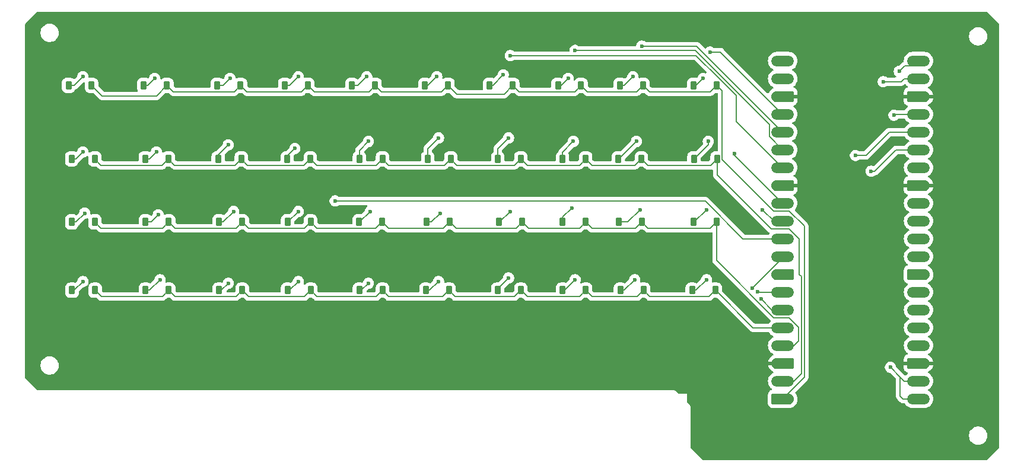
<source format=gbl>
%TF.GenerationSoftware,KiCad,Pcbnew,9.0.1*%
%TF.CreationDate,2025-04-23T13:29:53-06:00*%
%TF.ProjectId,brownberryKeeb,62726f77-6e62-4657-9272-794b6565622e,rev?*%
%TF.SameCoordinates,Original*%
%TF.FileFunction,Copper,L2,Bot*%
%TF.FilePolarity,Positive*%
%FSLAX46Y46*%
G04 Gerber Fmt 4.6, Leading zero omitted, Abs format (unit mm)*
G04 Created by KiCad (PCBNEW 9.0.1) date 2025-04-23 13:29:53*
%MOMM*%
%LPD*%
G01*
G04 APERTURE LIST*
G04 Aperture macros list*
%AMRoundRect*
0 Rectangle with rounded corners*
0 $1 Rounding radius*
0 $2 $3 $4 $5 $6 $7 $8 $9 X,Y pos of 4 corners*
0 Add a 4 corners polygon primitive as box body*
4,1,4,$2,$3,$4,$5,$6,$7,$8,$9,$2,$3,0*
0 Add four circle primitives for the rounded corners*
1,1,$1+$1,$2,$3*
1,1,$1+$1,$4,$5*
1,1,$1+$1,$6,$7*
1,1,$1+$1,$8,$9*
0 Add four rect primitives between the rounded corners*
20,1,$1+$1,$2,$3,$4,$5,0*
20,1,$1+$1,$4,$5,$6,$7,0*
20,1,$1+$1,$6,$7,$8,$9,0*
20,1,$1+$1,$8,$9,$2,$3,0*%
%AMFreePoly0*
4,1,37,0.800000,0.796148,0.878414,0.796148,1.032228,0.765552,1.177117,0.705537,1.307515,0.618408,1.418408,0.507515,1.505537,0.377117,1.565552,0.232228,1.596148,0.078414,1.596148,-0.078414,1.565552,-0.232228,1.505537,-0.377117,1.418408,-0.507515,1.307515,-0.618408,1.177117,-0.705537,1.032228,-0.765552,0.878414,-0.796148,0.800000,-0.796148,0.800000,-0.800000,-1.400000,-0.800000,
-1.403843,-0.796157,-1.439018,-0.796157,-1.511114,-0.766294,-1.566294,-0.711114,-1.596157,-0.639018,-1.596157,-0.603843,-1.600000,-0.600000,-1.600000,0.600000,-1.596157,0.603843,-1.596157,0.639018,-1.566294,0.711114,-1.511114,0.766294,-1.439018,0.796157,-1.403843,0.796157,-1.400000,0.800000,0.800000,0.800000,0.800000,0.796148,0.800000,0.796148,$1*%
%AMFreePoly1*
4,1,37,1.403843,0.796157,1.439018,0.796157,1.511114,0.766294,1.566294,0.711114,1.596157,0.639018,1.596157,0.603843,1.600000,0.600000,1.600000,-0.600000,1.596157,-0.603843,1.596157,-0.639018,1.566294,-0.711114,1.511114,-0.766294,1.439018,-0.796157,1.403843,-0.796157,1.400000,-0.800000,-0.800000,-0.800000,-0.800000,-0.796148,-0.878414,-0.796148,-1.032228,-0.765552,-1.177117,-0.705537,
-1.307515,-0.618408,-1.418408,-0.507515,-1.505537,-0.377117,-1.565552,-0.232228,-1.596148,-0.078414,-1.596148,0.078414,-1.565552,0.232228,-1.505537,0.377117,-1.418408,0.507515,-1.307515,0.618408,-1.177117,0.705537,-1.032228,0.765552,-0.878414,0.796148,-0.800000,0.796148,-0.800000,0.800000,1.400000,0.800000,1.403843,0.796157,1.403843,0.796157,$1*%
G04 Aperture macros list end*
%TA.AperFunction,SMDPad,CuDef*%
%ADD10RoundRect,0.225000X0.225000X0.375000X-0.225000X0.375000X-0.225000X-0.375000X0.225000X-0.375000X0*%
%TD*%
%TA.AperFunction,SMDPad,CuDef*%
%ADD11FreePoly0,0.000000*%
%TD*%
%TA.AperFunction,SMDPad,CuDef*%
%ADD12RoundRect,0.800000X-0.800000X-0.000010X0.800000X-0.000010X0.800000X0.000010X-0.800000X0.000010X0*%
%TD*%
%TA.AperFunction,SMDPad,CuDef*%
%ADD13FreePoly1,0.000000*%
%TD*%
%TA.AperFunction,ViaPad*%
%ADD14C,0.600000*%
%TD*%
%TA.AperFunction,Conductor*%
%ADD15C,0.200000*%
%TD*%
G04 APERTURE END LIST*
D10*
%TO.P,D15,1,K*%
%TO.N,ROW1*%
X141500000Y-106500000D03*
%TO.P,D15,2,A*%
%TO.N,Net-(D15-A)*%
X138200000Y-106500000D03*
%TD*%
%TO.P,D6,1,K*%
%TO.N,ROW0*%
X150850000Y-96000000D03*
%TO.P,D6,2,A*%
%TO.N,Net-(D6-A)*%
X147550000Y-96000000D03*
%TD*%
%TO.P,D39,1,K*%
%TO.N,ROW3*%
X178750000Y-125250000D03*
%TO.P,D39,2,A*%
%TO.N,Net-(D39-A)*%
X175450000Y-125250000D03*
%TD*%
%TO.P,D12,1,K*%
%TO.N,ROW1*%
X110950000Y-106500000D03*
%TO.P,D12,2,A*%
%TO.N,Net-(D12-A)*%
X107650000Y-106500000D03*
%TD*%
%TO.P,D27,1,K*%
%TO.N,ROW2*%
X161450000Y-115500000D03*
%TO.P,D27,2,A*%
%TO.N,Net-(D27-A)*%
X158150000Y-115500000D03*
%TD*%
%TO.P,D11,1,K*%
%TO.N,ROW1*%
X100450000Y-106500000D03*
%TO.P,D11,2,A*%
%TO.N,Net-(D11-A)*%
X97150000Y-106500000D03*
%TD*%
%TO.P,D18,1,K*%
%TO.N,ROW1*%
X170500000Y-106500000D03*
%TO.P,D18,2,A*%
%TO.N,Net-(D18-A)*%
X167200000Y-106500000D03*
%TD*%
%TO.P,D19,1,K*%
%TO.N,ROW1*%
X178450000Y-106500000D03*
%TO.P,D19,2,A*%
%TO.N,Net-(D19-A)*%
X175150000Y-106500000D03*
%TD*%
%TO.P,D36,1,K*%
%TO.N,ROW3*%
X151000000Y-125250000D03*
%TO.P,D36,2,A*%
%TO.N,Net-(D36-A)*%
X147700000Y-125250000D03*
%TD*%
%TO.P,D33,1,K*%
%TO.N,ROW3*%
X121500000Y-125250000D03*
%TO.P,D33,2,A*%
%TO.N,Net-(D33-A)*%
X118200000Y-125250000D03*
%TD*%
%TO.P,D38,1,K*%
%TO.N,ROW3*%
X170500000Y-125250000D03*
%TO.P,D38,2,A*%
%TO.N,Net-(D38-A)*%
X167200000Y-125250000D03*
%TD*%
%TO.P,D1,1,K*%
%TO.N,ROW0*%
X100000000Y-96000000D03*
%TO.P,D1,2,A*%
%TO.N,Net-(D1-A)*%
X96700000Y-96000000D03*
%TD*%
%TO.P,D2,1,K*%
%TO.N,ROW0*%
X110750000Y-96000000D03*
%TO.P,D2,2,A*%
%TO.N,Net-(D2-A)*%
X107450000Y-96000000D03*
%TD*%
%TO.P,D28,1,K*%
%TO.N,ROW2*%
X170500000Y-115500000D03*
%TO.P,D28,2,A*%
%TO.N,Net-(D28-A)*%
X167200000Y-115500000D03*
%TD*%
%TO.P,D30,1,K*%
%TO.N,ROW2*%
X189200000Y-115500000D03*
%TO.P,D30,2,A*%
%TO.N,Net-(D30-A)*%
X185900000Y-115500000D03*
%TD*%
%TO.P,D35,1,K*%
%TO.N,ROW3*%
X141500000Y-125250000D03*
%TO.P,D35,2,A*%
%TO.N,Net-(D35-A)*%
X138200000Y-125250000D03*
%TD*%
%TO.P,D4,1,K*%
%TO.N,ROW0*%
X130850000Y-96000000D03*
%TO.P,D4,2,A*%
%TO.N,Net-(D4-A)*%
X127550000Y-96000000D03*
%TD*%
%TO.P,D7,1,K*%
%TO.N,ROW0*%
X160100000Y-96000000D03*
%TO.P,D7,2,A*%
%TO.N,Net-(D7-A)*%
X156800000Y-96000000D03*
%TD*%
%TO.P,D34,1,K*%
%TO.N,ROW3*%
X131250000Y-125250000D03*
%TO.P,D34,2,A*%
%TO.N,Net-(D34-A)*%
X127950000Y-125250000D03*
%TD*%
%TO.P,D32,1,K*%
%TO.N,ROW3*%
X111000000Y-125250000D03*
%TO.P,D32,2,A*%
%TO.N,Net-(D32-A)*%
X107700000Y-125250000D03*
%TD*%
%TO.P,D22,1,K*%
%TO.N,ROW2*%
X111000000Y-115500000D03*
%TO.P,D22,2,A*%
%TO.N,Net-(D22-A)*%
X107700000Y-115500000D03*
%TD*%
%TO.P,D29,1,K*%
%TO.N,ROW2*%
X178500000Y-115500000D03*
%TO.P,D29,2,A*%
%TO.N,Net-(D29-A)*%
X175200000Y-115500000D03*
%TD*%
%TO.P,D40,1,K*%
%TO.N,ROW3*%
X189000000Y-125250000D03*
%TO.P,D40,2,A*%
%TO.N,Net-(D40-A)*%
X185700000Y-125250000D03*
%TD*%
%TO.P,D25,1,K*%
%TO.N,ROW2*%
X141450000Y-115500000D03*
%TO.P,D25,2,A*%
%TO.N,Net-(D25-A)*%
X138150000Y-115500000D03*
%TD*%
%TO.P,D20,1,K*%
%TO.N,ROW1*%
X189250000Y-106500000D03*
%TO.P,D20,2,A*%
%TO.N,Net-(D20-A)*%
X185950000Y-106500000D03*
%TD*%
%TO.P,D3,1,K*%
%TO.N,ROW0*%
X121250000Y-96000000D03*
%TO.P,D3,2,A*%
%TO.N,Net-(D3-A)*%
X117950000Y-96000000D03*
%TD*%
%TO.P,D24,1,K*%
%TO.N,ROW2*%
X131250000Y-115500000D03*
%TO.P,D24,2,A*%
%TO.N,Net-(D24-A)*%
X127950000Y-115500000D03*
%TD*%
%TO.P,D9,1,K*%
%TO.N,ROW0*%
X178700000Y-96000000D03*
%TO.P,D9,2,A*%
%TO.N,Net-(D9-A)*%
X175400000Y-96000000D03*
%TD*%
%TO.P,D17,1,K*%
%TO.N,ROW1*%
X161250000Y-106500000D03*
%TO.P,D17,2,A*%
%TO.N,Net-(D17-A)*%
X157950000Y-106500000D03*
%TD*%
%TO.P,D26,1,K*%
%TO.N,ROW2*%
X151100000Y-115500000D03*
%TO.P,D26,2,A*%
%TO.N,Net-(D26-A)*%
X147800000Y-115500000D03*
%TD*%
%TO.P,D16,1,K*%
%TO.N,ROW1*%
X151250000Y-106500000D03*
%TO.P,D16,2,A*%
%TO.N,Net-(D16-A)*%
X147950000Y-106500000D03*
%TD*%
%TO.P,D13,1,K*%
%TO.N,ROW1*%
X121350000Y-106500000D03*
%TO.P,D13,2,A*%
%TO.N,Net-(D13-A)*%
X118050000Y-106500000D03*
%TD*%
D11*
%TO.P,U1,1,GPIO0*%
%TO.N,ROW0*%
X198620000Y-140770000D03*
D12*
%TO.P,U1,2,GPIO1*%
%TO.N,ROW1*%
X198620000Y-138230000D03*
D13*
%TO.P,U1,3,GND*%
%TO.N,GND*%
X198620000Y-135690000D03*
D12*
%TO.P,U1,4,GPIO2*%
%TO.N,ROW2*%
X198620000Y-133150000D03*
%TO.P,U1,5,GPIO3*%
%TO.N,ROW3*%
X198620000Y-130610000D03*
%TO.P,U1,6,GPIO4*%
%TO.N,COL0*%
X198620000Y-128070000D03*
%TO.P,U1,7,GPIO5*%
%TO.N,COL1*%
X198620000Y-125530000D03*
D13*
%TO.P,U1,8,GND*%
%TO.N,GND*%
X198620000Y-122990000D03*
D12*
%TO.P,U1,9,GPIO6*%
%TO.N,COL2*%
X198620000Y-120450000D03*
%TO.P,U1,10,GPIO7*%
%TO.N,COL3*%
X198620000Y-117910000D03*
%TO.P,U1,11,GPIO8*%
%TO.N,COL4*%
X198620000Y-115370000D03*
%TO.P,U1,12,GPIO9*%
%TO.N,COL5*%
X198620000Y-112830000D03*
D13*
%TO.P,U1,13,GND*%
%TO.N,GND*%
X198620000Y-110290000D03*
D12*
%TO.P,U1,14,GPIO10*%
%TO.N,COL6*%
X198620000Y-107750000D03*
%TO.P,U1,15,GPIO11*%
%TO.N,COL7*%
X198620000Y-105210000D03*
%TO.P,U1,16,GPIO12*%
%TO.N,COL8*%
X198620000Y-102670000D03*
%TO.P,U1,17,GPIO13*%
%TO.N,COL9*%
X198620000Y-100130000D03*
D13*
%TO.P,U1,18,GND*%
%TO.N,GND*%
X198620000Y-97590000D03*
D12*
%TO.P,U1,19,GPIO14*%
%TO.N,unconnected-(U1-GPIO14-Pad19)*%
X198620000Y-95050000D03*
%TO.P,U1,20,GPIO15*%
%TO.N,unconnected-(U1-GPIO15-Pad20)*%
X198620000Y-92510000D03*
%TO.P,U1,21,GPIO16*%
%TO.N,push*%
X218000000Y-92510000D03*
%TO.P,U1,22,GPIO17*%
%TO.N,north*%
X218000000Y-95050000D03*
D11*
%TO.P,U1,23,GND*%
%TO.N,GND*%
X218000000Y-97590000D03*
D12*
%TO.P,U1,24,GPIO18*%
%TO.N,east*%
X218000000Y-100130000D03*
%TO.P,U1,25,GPIO19*%
%TO.N,south*%
X218000000Y-102670000D03*
%TO.P,U1,26,GPIO20*%
%TO.N,west*%
X218000000Y-105210000D03*
%TO.P,U1,27,GPIO21*%
%TO.N,unconnected-(U1-GPIO21-Pad27)*%
X218000000Y-107750000D03*
D11*
%TO.P,U1,28,GND*%
%TO.N,GND*%
X218000000Y-110290000D03*
D12*
%TO.P,U1,29,GPIO22*%
%TO.N,unconnected-(U1-GPIO22-Pad29)*%
X218000000Y-112830000D03*
%TO.P,U1,30,RUN*%
%TO.N,unconnected-(U1-RUN-Pad30)*%
X218000000Y-115370000D03*
%TO.P,U1,31,GPIO26_ADC0*%
%TO.N,unconnected-(U1-GPIO26_ADC0-Pad31)*%
X218000000Y-117910000D03*
%TO.P,U1,32,GPIO27_ADC1*%
%TO.N,unconnected-(U1-GPIO27_ADC1-Pad32)*%
X218000000Y-120450000D03*
D11*
%TO.P,U1,33,AGND*%
%TO.N,unconnected-(U1-AGND-Pad33)*%
X218000000Y-122990000D03*
D12*
%TO.P,U1,34,GPIO28_ADC2*%
%TO.N,unconnected-(U1-GPIO28_ADC2-Pad34)*%
X218000000Y-125530000D03*
%TO.P,U1,35,ADC_VREF*%
%TO.N,unconnected-(U1-ADC_VREF-Pad35)*%
X218000000Y-128070000D03*
%TO.P,U1,36,3V3*%
%TO.N,unconnected-(U1-3V3-Pad36)*%
X218000000Y-130610000D03*
%TO.P,U1,37,3V3_EN*%
%TO.N,unconnected-(U1-3V3_EN-Pad37)*%
X218000000Y-133150000D03*
D11*
%TO.P,U1,38,GND*%
%TO.N,GND*%
X218000000Y-135690000D03*
D12*
%TO.P,U1,39,VSYS*%
%TO.N,+5V*%
X218000000Y-138230000D03*
%TO.P,U1,40,VBUS*%
X218000000Y-140770000D03*
%TD*%
D10*
%TO.P,D10,1,K*%
%TO.N,ROW0*%
X189200000Y-96000000D03*
%TO.P,D10,2,A*%
%TO.N,Net-(D10-A)*%
X185900000Y-96000000D03*
%TD*%
%TO.P,D23,1,K*%
%TO.N,ROW2*%
X121500000Y-115500000D03*
%TO.P,D23,2,A*%
%TO.N,Net-(D23-A)*%
X118200000Y-115500000D03*
%TD*%
%TO.P,D21,1,K*%
%TO.N,ROW2*%
X100450000Y-115500000D03*
%TO.P,D21,2,A*%
%TO.N,Net-(D21-A)*%
X97150000Y-115500000D03*
%TD*%
%TO.P,D37,1,K*%
%TO.N,ROW3*%
X161250000Y-125250000D03*
%TO.P,D37,2,A*%
%TO.N,Net-(D37-A)*%
X157950000Y-125250000D03*
%TD*%
%TO.P,D14,1,K*%
%TO.N,ROW1*%
X131200000Y-106500000D03*
%TO.P,D14,2,A*%
%TO.N,Net-(D14-A)*%
X127900000Y-106500000D03*
%TD*%
%TO.P,D8,1,K*%
%TO.N,ROW0*%
X169850000Y-96000000D03*
%TO.P,D8,2,A*%
%TO.N,Net-(D8-A)*%
X166550000Y-96000000D03*
%TD*%
%TO.P,D31,1,K*%
%TO.N,ROW3*%
X100500000Y-125250000D03*
%TO.P,D31,2,A*%
%TO.N,Net-(D31-A)*%
X97200000Y-125250000D03*
%TD*%
%TO.P,D5,1,K*%
%TO.N,ROW0*%
X140450000Y-96000000D03*
%TO.P,D5,2,A*%
%TO.N,Net-(D5-A)*%
X137150000Y-96000000D03*
%TD*%
D14*
%TO.N,Net-(D1-A)*%
X98750000Y-94750000D03*
%TO.N,Net-(D2-A)*%
X109000000Y-95000000D03*
%TO.N,Net-(D3-A)*%
X119750000Y-95000000D03*
%TO.N,Net-(D4-A)*%
X129500000Y-94750000D03*
%TO.N,Net-(D5-A)*%
X139250000Y-94750000D03*
%TO.N,Net-(D6-A)*%
X149250000Y-94750000D03*
%TO.N,Net-(D7-A)*%
X158750000Y-94500000D03*
%TO.N,Net-(D8-A)*%
X168000000Y-95000000D03*
%TO.N,Net-(D9-A)*%
X177250000Y-94750000D03*
%TO.N,Net-(D10-A)*%
X187250000Y-95000000D03*
%TO.N,Net-(D11-A)*%
X98750000Y-105500000D03*
%TO.N,Net-(D12-A)*%
X109250000Y-105500000D03*
%TO.N,Net-(D13-A)*%
X119500000Y-104500000D03*
%TO.N,Net-(D14-A)*%
X129000000Y-105000000D03*
%TO.N,Net-(D15-A)*%
X139500000Y-104000000D03*
%TO.N,Net-(D16-A)*%
X149500000Y-103500000D03*
%TO.N,Net-(D17-A)*%
X159500000Y-103500000D03*
%TO.N,Net-(D18-A)*%
X168750000Y-104000000D03*
%TO.N,Net-(D19-A)*%
X177750000Y-104000000D03*
%TO.N,Net-(D20-A)*%
X188000000Y-104000000D03*
%TO.N,Net-(D21-A)*%
X99000000Y-114250000D03*
%TO.N,Net-(D22-A)*%
X109500000Y-114500000D03*
%TO.N,Net-(D23-A)*%
X120250000Y-114000000D03*
%TO.N,Net-(D24-A)*%
X129500000Y-114000000D03*
%TO.N,Net-(D25-A)*%
X139750000Y-114000000D03*
%TO.N,Net-(D26-A)*%
X149750000Y-114250000D03*
%TO.N,Net-(D27-A)*%
X159750000Y-114000000D03*
%TO.N,Net-(D28-A)*%
X168500000Y-113500000D03*
%TO.N,Net-(D29-A)*%
X178250000Y-113750000D03*
%TO.N,Net-(D30-A)*%
X187750000Y-113750000D03*
%TO.N,Net-(D31-A)*%
X98750000Y-124000000D03*
%TO.N,Net-(D32-A)*%
X109750000Y-123750000D03*
%TO.N,Net-(D33-A)*%
X119500000Y-124250000D03*
%TO.N,Net-(D34-A)*%
X129500000Y-124000000D03*
%TO.N,Net-(D35-A)*%
X139500000Y-124250000D03*
%TO.N,Net-(D36-A)*%
X149500000Y-124000000D03*
%TO.N,Net-(D37-A)*%
X159500000Y-123500000D03*
%TO.N,Net-(D38-A)*%
X169000000Y-123750000D03*
%TO.N,Net-(D39-A)*%
X177500000Y-123750000D03*
%TO.N,Net-(D40-A)*%
X187750000Y-123750000D03*
%TO.N,COL0*%
X195520740Y-126479260D03*
%TO.N,COL1*%
X195000000Y-125500000D03*
%TO.N,COL2*%
X194250000Y-125000000D03*
%TO.N,COL3*%
X134750000Y-112500000D03*
%TO.N,COL4*%
X195750000Y-113750000D03*
%TO.N,COL5*%
X191750000Y-105750000D03*
%TO.N,COL6*%
X159747015Y-91750000D03*
%TO.N,COL7*%
X169000000Y-91000000D03*
%TO.N,COL8*%
X178500000Y-90400000D03*
%TO.N,COL9*%
X188250000Y-91250000D03*
%TO.N,north*%
X212960786Y-95460786D03*
%TO.N,east*%
X214500000Y-100250000D03*
%TO.N,west*%
X211250000Y-108250000D03*
%TO.N,push*%
X215250000Y-94000000D03*
%TO.N,+5V*%
X214000000Y-136250000D03*
%TO.N,south*%
X209000000Y-106000000D03*
%TD*%
D15*
%TO.N,ROW0*%
X179601000Y-96901000D02*
X188299000Y-96901000D01*
X141351000Y-96901000D02*
X149949000Y-96901000D01*
X109250000Y-97500000D02*
X110750000Y-96000000D01*
X122151000Y-96901000D02*
X121250000Y-96000000D01*
X131751000Y-96901000D02*
X139549000Y-96901000D01*
X198620000Y-140770000D02*
X201703000Y-137687000D01*
X199538050Y-113931000D02*
X197363950Y-113931000D01*
X170751000Y-96901000D02*
X177799000Y-96901000D01*
X149949000Y-96901000D02*
X150850000Y-96000000D01*
X160100000Y-96000000D02*
X161001000Y-96901000D01*
X201703000Y-137687000D02*
X201703000Y-116095950D01*
X201703000Y-116095950D02*
X199538050Y-113931000D01*
X101500000Y-97500000D02*
X109250000Y-97500000D01*
X150850000Y-96000000D02*
X152100000Y-97250000D01*
X158850000Y-97250000D02*
X160100000Y-96000000D01*
X152100000Y-97250000D02*
X158850000Y-97250000D01*
X140450000Y-96000000D02*
X141351000Y-96901000D01*
X188299000Y-96901000D02*
X189200000Y-96000000D01*
X190001000Y-106568050D02*
X190001000Y-96801000D01*
X129949000Y-96901000D02*
X122151000Y-96901000D01*
X111651000Y-96901000D02*
X120349000Y-96901000D01*
X130850000Y-96000000D02*
X131751000Y-96901000D01*
X169850000Y-96000000D02*
X170751000Y-96901000D01*
X168949000Y-96901000D02*
X169850000Y-96000000D01*
X177799000Y-96901000D02*
X178700000Y-96000000D01*
X100000000Y-96000000D02*
X101500000Y-97500000D01*
X197363950Y-113931000D02*
X190001000Y-106568050D01*
X190001000Y-96801000D02*
X189200000Y-96000000D01*
X139549000Y-96901000D02*
X140450000Y-96000000D01*
X130850000Y-96000000D02*
X129949000Y-96901000D01*
X161001000Y-96901000D02*
X168949000Y-96901000D01*
X120349000Y-96901000D02*
X121250000Y-96000000D01*
X110750000Y-96000000D02*
X111651000Y-96901000D01*
X178700000Y-96000000D02*
X179601000Y-96901000D01*
%TO.N,Net-(D1-A)*%
X96700000Y-96000000D02*
X97500000Y-96000000D01*
X97500000Y-96000000D02*
X98750000Y-94750000D01*
%TO.N,Net-(D2-A)*%
X108000000Y-96000000D02*
X109000000Y-95000000D01*
X107450000Y-96000000D02*
X108000000Y-96000000D01*
%TO.N,Net-(D3-A)*%
X118750000Y-96000000D02*
X119750000Y-95000000D01*
X117950000Y-96000000D02*
X118750000Y-96000000D01*
%TO.N,Net-(D4-A)*%
X127550000Y-96000000D02*
X128250000Y-96000000D01*
X128250000Y-96000000D02*
X129500000Y-94750000D01*
%TO.N,Net-(D5-A)*%
X138000000Y-96000000D02*
X139250000Y-94750000D01*
X137150000Y-96000000D02*
X138000000Y-96000000D01*
%TO.N,Net-(D6-A)*%
X148000000Y-96000000D02*
X149250000Y-94750000D01*
X147550000Y-96000000D02*
X148000000Y-96000000D01*
%TO.N,Net-(D7-A)*%
X156800000Y-96000000D02*
X157250000Y-96000000D01*
X157250000Y-96000000D02*
X158750000Y-94500000D01*
%TO.N,Net-(D8-A)*%
X167000000Y-96000000D02*
X168000000Y-95000000D01*
X166550000Y-96000000D02*
X167000000Y-96000000D01*
%TO.N,Net-(D9-A)*%
X175400000Y-96000000D02*
X176000000Y-96000000D01*
X176000000Y-96000000D02*
X177250000Y-94750000D01*
%TO.N,Net-(D10-A)*%
X185900000Y-96000000D02*
X186250000Y-96000000D01*
X186250000Y-96000000D02*
X187250000Y-95000000D01*
%TO.N,Net-(D11-A)*%
X97150000Y-106500000D02*
X97750000Y-106500000D01*
X97750000Y-106500000D02*
X98750000Y-105500000D01*
%TO.N,ROW1*%
X152151000Y-107401000D02*
X151250000Y-106500000D01*
X140599000Y-107401000D02*
X132101000Y-107401000D01*
X111851000Y-107401000D02*
X110950000Y-106500000D01*
X189250000Y-108750000D02*
X189250000Y-106500000D01*
X171401000Y-107401000D02*
X177549000Y-107401000D01*
X132101000Y-107401000D02*
X131200000Y-106500000D01*
X161250000Y-106500000D02*
X162151000Y-107401000D01*
X196971000Y-116471000D02*
X189250000Y-108750000D01*
X199538050Y-116471000D02*
X196971000Y-116471000D01*
X142401000Y-107401000D02*
X141500000Y-106500000D01*
X141500000Y-106500000D02*
X140599000Y-107401000D01*
X179351000Y-107401000D02*
X178450000Y-106500000D01*
X151250000Y-106500000D02*
X150349000Y-107401000D01*
X160349000Y-107401000D02*
X152151000Y-107401000D01*
X188349000Y-107401000D02*
X179351000Y-107401000D01*
X201000000Y-122994950D02*
X201000000Y-117932950D01*
X131200000Y-106500000D02*
X130299000Y-107401000D01*
X189491000Y-106259000D02*
X189250000Y-106500000D01*
X170500000Y-106500000D02*
X171401000Y-107401000D01*
X110049000Y-107401000D02*
X101351000Y-107401000D01*
X169599000Y-107401000D02*
X170500000Y-106500000D01*
X162151000Y-107401000D02*
X169599000Y-107401000D01*
X161250000Y-106500000D02*
X160349000Y-107401000D01*
X189250000Y-106500000D02*
X188349000Y-107401000D01*
X110950000Y-106500000D02*
X110049000Y-107401000D01*
X201000000Y-117932950D02*
X199538050Y-116471000D01*
X150349000Y-107401000D02*
X142401000Y-107401000D01*
X200220000Y-138230000D02*
X201302000Y-137148000D01*
X130299000Y-107401000D02*
X122251000Y-107401000D01*
X121350000Y-106500000D02*
X120449000Y-107401000D01*
X122251000Y-107401000D02*
X121350000Y-106500000D01*
X201302000Y-137148000D02*
X201302000Y-123296950D01*
X198620000Y-138230000D02*
X200220000Y-138230000D01*
X120449000Y-107401000D02*
X111851000Y-107401000D01*
X177549000Y-107401000D02*
X178450000Y-106500000D01*
X201302000Y-123296950D02*
X201000000Y-122994950D01*
X101351000Y-107401000D02*
X100450000Y-106500000D01*
%TO.N,Net-(D12-A)*%
X108250000Y-106500000D02*
X109250000Y-105500000D01*
X107650000Y-106500000D02*
X108250000Y-106500000D01*
%TO.N,Net-(D13-A)*%
X118050000Y-105950000D02*
X119500000Y-104500000D01*
X118050000Y-106500000D02*
X118050000Y-105950000D01*
%TO.N,Net-(D14-A)*%
X127900000Y-106100000D02*
X129000000Y-105000000D01*
X127900000Y-106500000D02*
X127900000Y-106100000D01*
%TO.N,Net-(D15-A)*%
X138200000Y-106500000D02*
X138200000Y-105300000D01*
X138200000Y-105300000D02*
X139500000Y-104000000D01*
%TO.N,Net-(D16-A)*%
X147950000Y-106500000D02*
X147950000Y-105050000D01*
X147950000Y-105050000D02*
X149500000Y-103500000D01*
%TO.N,Net-(D17-A)*%
X157950000Y-105050000D02*
X157950000Y-106500000D01*
X159500000Y-103500000D02*
X157950000Y-105050000D01*
%TO.N,Net-(D18-A)*%
X167200000Y-105550000D02*
X168750000Y-104000000D01*
X167200000Y-106500000D02*
X167200000Y-105550000D01*
%TO.N,Net-(D19-A)*%
X175250000Y-106500000D02*
X177750000Y-104000000D01*
X175150000Y-106500000D02*
X175250000Y-106500000D01*
%TO.N,Net-(D20-A)*%
X185950000Y-106500000D02*
X185950000Y-106050000D01*
X188000000Y-104450000D02*
X188000000Y-104000000D01*
X185950000Y-106500000D02*
X188000000Y-104450000D01*
%TO.N,ROW2*%
X200901000Y-130533950D02*
X199538050Y-129171000D01*
X132151000Y-116401000D02*
X131250000Y-115500000D01*
X189200000Y-115500000D02*
X188299000Y-116401000D01*
X100450000Y-115500000D02*
X101351000Y-116401000D01*
X110099000Y-116401000D02*
X111000000Y-115500000D01*
X170500000Y-115500000D02*
X169599000Y-116401000D01*
X101351000Y-116401000D02*
X110099000Y-116401000D01*
X162351000Y-116401000D02*
X161450000Y-115500000D01*
X140549000Y-116401000D02*
X132151000Y-116401000D01*
X179401000Y-116401000D02*
X178500000Y-115500000D01*
X199538050Y-129171000D02*
X197363950Y-129171000D01*
X200901000Y-132469000D02*
X200901000Y-130533950D01*
X141450000Y-115500000D02*
X140549000Y-116401000D01*
X189200000Y-121007050D02*
X189200000Y-115500000D01*
X169599000Y-116401000D02*
X162351000Y-116401000D01*
X152001000Y-116401000D02*
X151100000Y-115500000D01*
X141450000Y-115500000D02*
X142351000Y-116401000D01*
X178500000Y-115500000D02*
X177599000Y-116401000D01*
X171401000Y-116401000D02*
X170500000Y-115500000D01*
X198620000Y-133150000D02*
X200220000Y-133150000D01*
X150199000Y-116401000D02*
X151100000Y-115500000D01*
X130349000Y-116401000D02*
X122401000Y-116401000D01*
X188299000Y-116401000D02*
X179401000Y-116401000D01*
X131250000Y-115500000D02*
X130349000Y-116401000D01*
X122401000Y-116401000D02*
X121500000Y-115500000D01*
X111000000Y-115500000D02*
X111901000Y-116401000D01*
X120599000Y-116401000D02*
X121500000Y-115500000D01*
X197363950Y-129171000D02*
X189200000Y-121007050D01*
X161450000Y-115500000D02*
X160549000Y-116401000D01*
X160549000Y-116401000D02*
X152001000Y-116401000D01*
X177599000Y-116401000D02*
X171401000Y-116401000D01*
X111901000Y-116401000D02*
X120599000Y-116401000D01*
X142351000Y-116401000D02*
X150199000Y-116401000D01*
X200220000Y-133150000D02*
X200901000Y-132469000D01*
%TO.N,Net-(D21-A)*%
X97150000Y-115500000D02*
X97750000Y-115500000D01*
X97750000Y-115500000D02*
X99000000Y-114250000D01*
%TO.N,Net-(D22-A)*%
X107700000Y-115500000D02*
X108500000Y-115500000D01*
X108500000Y-115500000D02*
X109500000Y-114500000D01*
%TO.N,Net-(D23-A)*%
X118750000Y-115500000D02*
X120250000Y-114000000D01*
X118200000Y-115500000D02*
X118750000Y-115500000D01*
%TO.N,Net-(D24-A)*%
X128000000Y-115500000D02*
X129500000Y-114000000D01*
X127950000Y-115500000D02*
X128000000Y-115500000D01*
%TO.N,Net-(D25-A)*%
X138150000Y-115500000D02*
X138250000Y-115500000D01*
X138250000Y-115500000D02*
X139750000Y-114000000D01*
%TO.N,Net-(D26-A)*%
X147800000Y-115500000D02*
X148500000Y-115500000D01*
X148500000Y-115500000D02*
X149750000Y-114250000D01*
%TO.N,Net-(D27-A)*%
X158250000Y-115500000D02*
X159750000Y-114000000D01*
X158150000Y-115500000D02*
X158250000Y-115500000D01*
%TO.N,Net-(D28-A)*%
X167200000Y-115500000D02*
X167200000Y-114800000D01*
X167200000Y-114800000D02*
X168500000Y-113500000D01*
%TO.N,Net-(D29-A)*%
X176500000Y-115500000D02*
X178250000Y-113750000D01*
X175200000Y-115500000D02*
X176500000Y-115500000D01*
%TO.N,Net-(D30-A)*%
X185900000Y-115500000D02*
X186000000Y-115500000D01*
X186000000Y-115500000D02*
X187750000Y-113750000D01*
%TO.N,ROW3*%
X170500000Y-125250000D02*
X169599000Y-126151000D01*
X179651000Y-126151000D02*
X178750000Y-125250000D01*
X111901000Y-126151000D02*
X120599000Y-126151000D01*
X189000000Y-125250000D02*
X188099000Y-126151000D01*
X101401000Y-126151000D02*
X110099000Y-126151000D01*
X194360000Y-130610000D02*
X189000000Y-125250000D01*
X150099000Y-126151000D02*
X151000000Y-125250000D01*
X188099000Y-126151000D02*
X179651000Y-126151000D01*
X162151000Y-126151000D02*
X161250000Y-125250000D01*
X120599000Y-126151000D02*
X121500000Y-125250000D01*
X151901000Y-126151000D02*
X160349000Y-126151000D01*
X198620000Y-130610000D02*
X194360000Y-130610000D01*
X140599000Y-126151000D02*
X141500000Y-125250000D01*
X131250000Y-125250000D02*
X132151000Y-126151000D01*
X100500000Y-125250000D02*
X101401000Y-126151000D01*
X132151000Y-126151000D02*
X140599000Y-126151000D01*
X177849000Y-126151000D02*
X171401000Y-126151000D01*
X169599000Y-126151000D02*
X162151000Y-126151000D01*
X111000000Y-125250000D02*
X111901000Y-126151000D01*
X122401000Y-126151000D02*
X130349000Y-126151000D01*
X171401000Y-126151000D02*
X170500000Y-125250000D01*
X160349000Y-126151000D02*
X161250000Y-125250000D01*
X110099000Y-126151000D02*
X111000000Y-125250000D01*
X198760000Y-130750000D02*
X198620000Y-130610000D01*
X178750000Y-125250000D02*
X177849000Y-126151000D01*
X142401000Y-126151000D02*
X150099000Y-126151000D01*
X121500000Y-125250000D02*
X122401000Y-126151000D01*
X141500000Y-125250000D02*
X142401000Y-126151000D01*
X130349000Y-126151000D02*
X131250000Y-125250000D01*
X151000000Y-125250000D02*
X151901000Y-126151000D01*
%TO.N,Net-(D31-A)*%
X97500000Y-125250000D02*
X98750000Y-124000000D01*
X97200000Y-125250000D02*
X97500000Y-125250000D01*
%TO.N,Net-(D32-A)*%
X108250000Y-125250000D02*
X109750000Y-123750000D01*
X107700000Y-125250000D02*
X108250000Y-125250000D01*
%TO.N,Net-(D33-A)*%
X118500000Y-125250000D02*
X119500000Y-124250000D01*
X118200000Y-125250000D02*
X118500000Y-125250000D01*
%TO.N,Net-(D34-A)*%
X128250000Y-125250000D02*
X129500000Y-124000000D01*
X127950000Y-125250000D02*
X128250000Y-125250000D01*
%TO.N,Net-(D35-A)*%
X138200000Y-125250000D02*
X138500000Y-125250000D01*
X138500000Y-125250000D02*
X139500000Y-124250000D01*
%TO.N,Net-(D36-A)*%
X147700000Y-125250000D02*
X148250000Y-125250000D01*
X148250000Y-125250000D02*
X149500000Y-124000000D01*
%TO.N,Net-(D37-A)*%
X157950000Y-125250000D02*
X157950000Y-125050000D01*
X157950000Y-125050000D02*
X159500000Y-123500000D01*
%TO.N,Net-(D38-A)*%
X167500000Y-125250000D02*
X169000000Y-123750000D01*
X167200000Y-125250000D02*
X167500000Y-125250000D01*
%TO.N,Net-(D39-A)*%
X175450000Y-125250000D02*
X176000000Y-125250000D01*
X176000000Y-125250000D02*
X177500000Y-123750000D01*
%TO.N,Net-(D40-A)*%
X186250000Y-125250000D02*
X187750000Y-123750000D01*
X185700000Y-125250000D02*
X186250000Y-125250000D01*
%TO.N,COL0*%
X198620000Y-128070000D02*
X197111480Y-128070000D01*
X197111480Y-128070000D02*
X195520740Y-126479260D01*
%TO.N,COL1*%
X195030000Y-125530000D02*
X195000000Y-125500000D01*
X198620000Y-125530000D02*
X195030000Y-125530000D01*
%TO.N,COL2*%
X198700000Y-120450000D02*
X198750000Y-120500000D01*
X194250000Y-124995878D02*
X194250000Y-125000000D01*
X198745878Y-120500000D02*
X194250000Y-124995878D01*
X198750000Y-120500000D02*
X198745878Y-120500000D01*
X198620000Y-120450000D02*
X198700000Y-120450000D01*
%TO.N,COL3*%
X187550110Y-112500000D02*
X134750000Y-112500000D01*
X198620000Y-117910000D02*
X192960110Y-117910000D01*
X192960110Y-117910000D02*
X187550110Y-112500000D01*
%TO.N,COL4*%
X198500000Y-115500000D02*
X197500000Y-115500000D01*
X198620000Y-115370000D02*
X198620000Y-115380000D01*
X198620000Y-115380000D02*
X198500000Y-115500000D01*
X197500000Y-115500000D02*
X195750000Y-113750000D01*
%TO.N,COL5*%
X191750000Y-105750000D02*
X191750000Y-105960000D01*
X191750000Y-105960000D02*
X198620000Y-112830000D01*
%TO.N,COL6*%
X192000000Y-101130000D02*
X198620000Y-107750000D01*
X189649110Y-95099000D02*
X192000000Y-97449890D01*
X192000000Y-97449890D02*
X192000000Y-101130000D01*
X159747015Y-91750000D02*
X186250000Y-91750000D01*
X189599000Y-95099000D02*
X189649110Y-95099000D01*
X186250000Y-91750000D02*
X189599000Y-95099000D01*
%TO.N,COL7*%
X198620000Y-105210000D02*
X196719000Y-103309000D01*
X186117210Y-91000000D02*
X169000000Y-91000000D01*
X196719000Y-101601790D02*
X186117210Y-91000000D01*
X196719000Y-103309000D02*
X196719000Y-101601790D01*
%TO.N,COL8*%
X198620000Y-102670000D02*
X186350000Y-90400000D01*
X186350000Y-90400000D02*
X178500000Y-90400000D01*
%TO.N,COL9*%
X198620000Y-100130000D02*
X189740000Y-91250000D01*
X189740000Y-91250000D02*
X188250000Y-91250000D01*
%TO.N,north*%
X212960786Y-95460786D02*
X215539214Y-95460786D01*
X215950000Y-95050000D02*
X218000000Y-95050000D01*
X215539214Y-95460786D02*
X215950000Y-95050000D01*
%TO.N,east*%
X214500000Y-100250000D02*
X214620000Y-100130000D01*
X214620000Y-100130000D02*
X218000000Y-100130000D01*
%TO.N,west*%
X211250000Y-108250000D02*
X211750000Y-108250000D01*
X211750000Y-108250000D02*
X214790000Y-105210000D01*
X214790000Y-105210000D02*
X218000000Y-105210000D01*
%TO.N,push*%
X217260000Y-93250000D02*
X218000000Y-92510000D01*
X215250000Y-94000000D02*
X216000000Y-93250000D01*
X216000000Y-93250000D02*
X217260000Y-93250000D01*
%TO.N,+5V*%
X215770000Y-140770000D02*
X218000000Y-140770000D01*
X214000000Y-136250000D02*
X215375000Y-137625000D01*
X215375000Y-140375000D02*
X215770000Y-140770000D01*
X215375000Y-137625000D02*
X215980000Y-138230000D01*
X215375000Y-137625000D02*
X215375000Y-140375000D01*
X215980000Y-138230000D02*
X218000000Y-138230000D01*
%TO.N,south*%
X209000000Y-106000000D02*
X210500000Y-106000000D01*
X213830000Y-102670000D02*
X218000000Y-102670000D01*
X210500000Y-106000000D02*
X213830000Y-102670000D01*
%TD*%
%TA.AperFunction,Conductor*%
%TO.N,GND*%
G36*
X227808363Y-85520185D02*
G01*
X227829005Y-85536819D01*
X229463181Y-87170995D01*
X229496666Y-87232318D01*
X229499500Y-87258676D01*
X229499500Y-147741324D01*
X229479815Y-147808363D01*
X229463181Y-147829005D01*
X227829005Y-149463181D01*
X227767682Y-149496666D01*
X227741324Y-149499500D01*
X187258676Y-149499500D01*
X187191637Y-149479815D01*
X187170995Y-149463181D01*
X185536819Y-147829005D01*
X185503334Y-147767682D01*
X185500500Y-147741324D01*
X185500500Y-145897648D01*
X225199500Y-145897648D01*
X225199500Y-146102351D01*
X225231522Y-146304534D01*
X225294781Y-146499223D01*
X225387715Y-146681613D01*
X225508028Y-146847213D01*
X225652786Y-146991971D01*
X225807749Y-147104556D01*
X225818390Y-147112287D01*
X225934607Y-147171503D01*
X226000776Y-147205218D01*
X226000778Y-147205218D01*
X226000781Y-147205220D01*
X226105137Y-147239127D01*
X226195465Y-147268477D01*
X226296557Y-147284488D01*
X226397648Y-147300500D01*
X226397649Y-147300500D01*
X226602351Y-147300500D01*
X226602352Y-147300500D01*
X226804534Y-147268477D01*
X226999219Y-147205220D01*
X227181610Y-147112287D01*
X227274590Y-147044732D01*
X227347213Y-146991971D01*
X227347215Y-146991968D01*
X227347219Y-146991966D01*
X227491966Y-146847219D01*
X227491968Y-146847215D01*
X227491971Y-146847213D01*
X227544732Y-146774590D01*
X227612287Y-146681610D01*
X227705220Y-146499219D01*
X227768477Y-146304534D01*
X227800500Y-146102352D01*
X227800500Y-145897648D01*
X227768477Y-145695466D01*
X227705220Y-145500781D01*
X227705218Y-145500778D01*
X227705218Y-145500776D01*
X227671503Y-145434607D01*
X227612287Y-145318390D01*
X227604556Y-145307749D01*
X227491971Y-145152786D01*
X227347213Y-145008028D01*
X227181613Y-144887715D01*
X227181612Y-144887714D01*
X227181610Y-144887713D01*
X227124653Y-144858691D01*
X226999223Y-144794781D01*
X226804534Y-144731522D01*
X226629995Y-144703878D01*
X226602352Y-144699500D01*
X226397648Y-144699500D01*
X226373329Y-144703351D01*
X226195465Y-144731522D01*
X226000776Y-144794781D01*
X225818386Y-144887715D01*
X225652786Y-145008028D01*
X225508028Y-145152786D01*
X225387715Y-145318386D01*
X225294781Y-145500776D01*
X225231522Y-145695465D01*
X225199500Y-145897648D01*
X185500500Y-145897648D01*
X185500500Y-141934109D01*
X185500500Y-141934108D01*
X185491162Y-141899259D01*
X185466392Y-141806814D01*
X185400500Y-141692686D01*
X185036319Y-141328505D01*
X185002834Y-141267182D01*
X185000000Y-141240824D01*
X185000000Y-140000000D01*
X183759176Y-140000000D01*
X183692137Y-139980315D01*
X183671495Y-139963681D01*
X183307316Y-139599502D01*
X183307314Y-139599500D01*
X183249654Y-139566210D01*
X183193187Y-139533608D01*
X183129539Y-139516554D01*
X183065892Y-139499500D01*
X183065891Y-139499500D01*
X92258676Y-139499500D01*
X92191637Y-139479815D01*
X92170995Y-139463181D01*
X90536819Y-137829005D01*
X90503334Y-137767682D01*
X90500500Y-137741324D01*
X90500500Y-135897648D01*
X92699500Y-135897648D01*
X92699500Y-136102351D01*
X92731522Y-136304534D01*
X92794781Y-136499223D01*
X92844361Y-136596528D01*
X92881025Y-136668485D01*
X92887715Y-136681613D01*
X93008028Y-136847213D01*
X93152786Y-136991971D01*
X93278111Y-137083023D01*
X93318390Y-137112287D01*
X93434607Y-137171503D01*
X93500776Y-137205218D01*
X93500778Y-137205218D01*
X93500781Y-137205220D01*
X93605137Y-137239127D01*
X93695465Y-137268477D01*
X93796557Y-137284488D01*
X93897648Y-137300500D01*
X93897649Y-137300500D01*
X94102351Y-137300500D01*
X94102352Y-137300500D01*
X94304534Y-137268477D01*
X94499219Y-137205220D01*
X94681610Y-137112287D01*
X94808994Y-137019738D01*
X94847213Y-136991971D01*
X94847215Y-136991968D01*
X94847219Y-136991966D01*
X94991966Y-136847219D01*
X94991968Y-136847215D01*
X94991971Y-136847213D01*
X95055124Y-136760289D01*
X95112287Y-136681610D01*
X95205220Y-136499219D01*
X95268477Y-136304534D01*
X95300500Y-136102352D01*
X95300500Y-135897648D01*
X95268477Y-135695466D01*
X95205220Y-135500781D01*
X95205218Y-135500778D01*
X95205218Y-135500776D01*
X95171503Y-135434607D01*
X95112287Y-135318390D01*
X95104556Y-135307749D01*
X94991971Y-135152786D01*
X94847213Y-135008028D01*
X94681613Y-134887715D01*
X94681612Y-134887714D01*
X94681610Y-134887713D01*
X94621199Y-134856932D01*
X94499223Y-134794781D01*
X94304534Y-134731522D01*
X94129995Y-134703878D01*
X94102352Y-134699500D01*
X93897648Y-134699500D01*
X93873329Y-134703351D01*
X93695465Y-134731522D01*
X93500776Y-134794781D01*
X93318386Y-134887715D01*
X93152786Y-135008028D01*
X93008028Y-135152786D01*
X92887715Y-135318386D01*
X92794781Y-135500776D01*
X92731522Y-135695465D01*
X92699500Y-135897648D01*
X90500500Y-135897648D01*
X90500500Y-95576647D01*
X95749500Y-95576647D01*
X95749500Y-96423337D01*
X95749501Y-96423355D01*
X95759650Y-96522707D01*
X95759651Y-96522710D01*
X95812996Y-96683694D01*
X95813001Y-96683705D01*
X95902029Y-96828040D01*
X95902032Y-96828044D01*
X96021955Y-96947967D01*
X96021959Y-96947970D01*
X96166294Y-97036998D01*
X96166297Y-97036999D01*
X96166303Y-97037003D01*
X96327292Y-97090349D01*
X96426655Y-97100500D01*
X96973344Y-97100499D01*
X96973352Y-97100498D01*
X96973355Y-97100498D01*
X97027760Y-97094940D01*
X97072708Y-97090349D01*
X97233697Y-97037003D01*
X97378044Y-96947968D01*
X97497968Y-96828044D01*
X97587003Y-96683697D01*
X97597000Y-96653525D01*
X97616684Y-96625094D01*
X97636275Y-96596483D01*
X97636612Y-96596310D01*
X97636772Y-96596080D01*
X97666511Y-96578277D01*
X97674373Y-96574960D01*
X97731785Y-96559577D01*
X97781904Y-96530639D01*
X97868716Y-96480520D01*
X97980520Y-96368716D01*
X97980520Y-96368714D01*
X97990728Y-96358507D01*
X97990729Y-96358504D01*
X98764662Y-95584572D01*
X98781255Y-95575511D01*
X98794865Y-95562380D01*
X98824362Y-95551973D01*
X98825983Y-95551089D01*
X98828149Y-95550638D01*
X98860212Y-95544260D01*
X98901309Y-95536085D01*
X98970899Y-95542312D01*
X99026077Y-95585174D01*
X99049322Y-95651064D01*
X99049500Y-95657702D01*
X99049500Y-96423337D01*
X99049501Y-96423355D01*
X99059650Y-96522707D01*
X99059651Y-96522710D01*
X99112996Y-96683694D01*
X99113001Y-96683705D01*
X99202029Y-96828040D01*
X99202032Y-96828044D01*
X99321955Y-96947967D01*
X99321959Y-96947970D01*
X99466294Y-97036998D01*
X99466297Y-97036999D01*
X99466303Y-97037003D01*
X99627292Y-97090349D01*
X99726655Y-97100500D01*
X100199902Y-97100499D01*
X100266941Y-97120183D01*
X100287583Y-97136818D01*
X101015139Y-97864374D01*
X101015149Y-97864385D01*
X101019479Y-97868715D01*
X101019480Y-97868716D01*
X101131284Y-97980520D01*
X101131286Y-97980521D01*
X101131290Y-97980524D01*
X101268209Y-98059573D01*
X101268216Y-98059577D01*
X101380019Y-98089534D01*
X101420942Y-98100500D01*
X101420943Y-98100500D01*
X109163331Y-98100500D01*
X109163347Y-98100501D01*
X109170943Y-98100501D01*
X109329054Y-98100501D01*
X109329057Y-98100501D01*
X109481785Y-98059577D01*
X109531904Y-98030639D01*
X109618716Y-97980520D01*
X109730520Y-97868716D01*
X109730520Y-97868714D01*
X109740728Y-97858507D01*
X109740730Y-97858504D01*
X110462416Y-97136818D01*
X110523739Y-97103333D01*
X110550097Y-97100499D01*
X110949902Y-97100499D01*
X110979342Y-97109143D01*
X111009329Y-97115667D01*
X111014344Y-97119421D01*
X111016941Y-97120184D01*
X111037582Y-97136817D01*
X111166139Y-97265374D01*
X111166149Y-97265385D01*
X111170479Y-97269715D01*
X111170480Y-97269716D01*
X111282284Y-97381520D01*
X111282286Y-97381521D01*
X111282290Y-97381524D01*
X111419209Y-97460573D01*
X111419216Y-97460577D01*
X111531019Y-97490534D01*
X111571942Y-97501500D01*
X111571943Y-97501500D01*
X120262331Y-97501500D01*
X120262347Y-97501501D01*
X120269943Y-97501501D01*
X120428054Y-97501501D01*
X120428057Y-97501501D01*
X120580785Y-97460577D01*
X120630904Y-97431639D01*
X120717716Y-97381520D01*
X120829520Y-97269716D01*
X120829521Y-97269713D01*
X120962418Y-97136815D01*
X121023739Y-97103333D01*
X121050097Y-97100499D01*
X121449902Y-97100499D01*
X121516941Y-97120184D01*
X121537583Y-97136818D01*
X121666139Y-97265374D01*
X121666149Y-97265385D01*
X121670479Y-97269715D01*
X121670480Y-97269716D01*
X121782284Y-97381520D01*
X121782286Y-97381521D01*
X121782290Y-97381524D01*
X121919209Y-97460573D01*
X121919216Y-97460577D01*
X122031019Y-97490534D01*
X122071942Y-97501500D01*
X122071943Y-97501500D01*
X129862331Y-97501500D01*
X129862347Y-97501501D01*
X129869943Y-97501501D01*
X130028054Y-97501501D01*
X130028057Y-97501501D01*
X130180785Y-97460577D01*
X130230904Y-97431639D01*
X130317716Y-97381520D01*
X130429520Y-97269716D01*
X130429521Y-97269713D01*
X130562418Y-97136815D01*
X130623739Y-97103333D01*
X130650097Y-97100499D01*
X131049902Y-97100499D01*
X131116941Y-97120184D01*
X131137583Y-97136818D01*
X131266139Y-97265374D01*
X131266149Y-97265385D01*
X131270479Y-97269715D01*
X131270480Y-97269716D01*
X131382284Y-97381520D01*
X131382286Y-97381521D01*
X131382290Y-97381524D01*
X131519209Y-97460573D01*
X131519216Y-97460577D01*
X131631019Y-97490534D01*
X131671942Y-97501500D01*
X131671943Y-97501500D01*
X139462331Y-97501500D01*
X139462347Y-97501501D01*
X139469943Y-97501501D01*
X139628054Y-97501501D01*
X139628057Y-97501501D01*
X139780785Y-97460577D01*
X139830904Y-97431639D01*
X139917716Y-97381520D01*
X140029520Y-97269716D01*
X140029521Y-97269713D01*
X140162418Y-97136815D01*
X140223739Y-97103333D01*
X140250097Y-97100499D01*
X140649902Y-97100499D01*
X140716941Y-97120184D01*
X140737583Y-97136818D01*
X140866139Y-97265374D01*
X140866149Y-97265385D01*
X140870479Y-97269715D01*
X140870480Y-97269716D01*
X140982284Y-97381520D01*
X140982286Y-97381521D01*
X140982290Y-97381524D01*
X141119209Y-97460573D01*
X141119216Y-97460577D01*
X141231019Y-97490534D01*
X141271942Y-97501500D01*
X141271943Y-97501500D01*
X149862331Y-97501500D01*
X149862347Y-97501501D01*
X149869943Y-97501501D01*
X150028054Y-97501501D01*
X150028057Y-97501501D01*
X150180785Y-97460577D01*
X150230904Y-97431639D01*
X150317716Y-97381520D01*
X150429520Y-97269716D01*
X150429521Y-97269713D01*
X150562418Y-97136815D01*
X150623739Y-97103333D01*
X150650097Y-97100499D01*
X151049902Y-97100499D01*
X151116941Y-97120184D01*
X151137583Y-97136818D01*
X151615139Y-97614374D01*
X151615149Y-97614385D01*
X151619479Y-97618715D01*
X151619480Y-97618716D01*
X151731284Y-97730520D01*
X151765003Y-97749987D01*
X151818095Y-97780639D01*
X151818097Y-97780641D01*
X151856151Y-97802611D01*
X151868215Y-97809577D01*
X152020943Y-97850501D01*
X152020946Y-97850501D01*
X152186653Y-97850501D01*
X152186669Y-97850500D01*
X158763331Y-97850500D01*
X158763347Y-97850501D01*
X158770943Y-97850501D01*
X158929054Y-97850501D01*
X158929057Y-97850501D01*
X159081785Y-97809577D01*
X159131904Y-97780639D01*
X159218716Y-97730520D01*
X159330520Y-97618716D01*
X159330520Y-97618714D01*
X159340728Y-97608507D01*
X159340730Y-97608504D01*
X159812416Y-97136818D01*
X159873739Y-97103333D01*
X159900097Y-97100499D01*
X160299902Y-97100499D01*
X160329342Y-97109143D01*
X160359329Y-97115667D01*
X160364344Y-97119421D01*
X160366941Y-97120184D01*
X160387582Y-97136817D01*
X160516139Y-97265374D01*
X160516149Y-97265385D01*
X160520479Y-97269715D01*
X160520480Y-97269716D01*
X160632284Y-97381520D01*
X160632286Y-97381521D01*
X160632290Y-97381524D01*
X160769209Y-97460573D01*
X160769216Y-97460577D01*
X160881019Y-97490534D01*
X160921942Y-97501500D01*
X160921943Y-97501500D01*
X168862331Y-97501500D01*
X168862347Y-97501501D01*
X168869943Y-97501501D01*
X169028054Y-97501501D01*
X169028057Y-97501501D01*
X169180785Y-97460577D01*
X169230904Y-97431639D01*
X169317716Y-97381520D01*
X169429520Y-97269716D01*
X169429521Y-97269713D01*
X169562418Y-97136815D01*
X169623739Y-97103333D01*
X169650097Y-97100499D01*
X170049902Y-97100499D01*
X170116941Y-97120184D01*
X170137583Y-97136818D01*
X170266139Y-97265374D01*
X170266149Y-97265385D01*
X170270479Y-97269715D01*
X170270480Y-97269716D01*
X170382284Y-97381520D01*
X170382286Y-97381521D01*
X170382290Y-97381524D01*
X170519209Y-97460573D01*
X170519216Y-97460577D01*
X170631019Y-97490534D01*
X170671942Y-97501500D01*
X170671943Y-97501500D01*
X177712331Y-97501500D01*
X177712347Y-97501501D01*
X177719943Y-97501501D01*
X177878054Y-97501501D01*
X177878057Y-97501501D01*
X178030785Y-97460577D01*
X178080904Y-97431639D01*
X178167716Y-97381520D01*
X178279520Y-97269716D01*
X178279521Y-97269713D01*
X178412418Y-97136815D01*
X178473739Y-97103333D01*
X178500097Y-97100499D01*
X178899902Y-97100499D01*
X178966941Y-97120184D01*
X178987583Y-97136818D01*
X179116139Y-97265374D01*
X179116149Y-97265385D01*
X179120479Y-97269715D01*
X179120480Y-97269716D01*
X179232284Y-97381520D01*
X179232286Y-97381521D01*
X179232290Y-97381524D01*
X179369209Y-97460573D01*
X179369216Y-97460577D01*
X179481019Y-97490534D01*
X179521942Y-97501500D01*
X179521943Y-97501500D01*
X188212331Y-97501500D01*
X188212347Y-97501501D01*
X188219943Y-97501501D01*
X188378054Y-97501501D01*
X188378057Y-97501501D01*
X188530785Y-97460577D01*
X188580904Y-97431639D01*
X188667716Y-97381520D01*
X188779520Y-97269716D01*
X188779521Y-97269713D01*
X188912418Y-97136815D01*
X188973739Y-97103333D01*
X189000097Y-97100499D01*
X189276500Y-97100499D01*
X189343539Y-97120184D01*
X189389294Y-97172988D01*
X189400500Y-97224499D01*
X189400500Y-105275500D01*
X189380815Y-105342539D01*
X189328011Y-105388294D01*
X189276500Y-105399500D01*
X188976663Y-105399500D01*
X188976644Y-105399501D01*
X188877292Y-105409650D01*
X188877289Y-105409651D01*
X188716305Y-105462996D01*
X188716294Y-105463001D01*
X188571959Y-105552029D01*
X188571955Y-105552032D01*
X188452032Y-105671955D01*
X188452029Y-105671959D01*
X188363001Y-105816294D01*
X188362996Y-105816305D01*
X188309651Y-105977290D01*
X188299500Y-106076647D01*
X188299500Y-106549902D01*
X188290854Y-106579345D01*
X188284332Y-106609328D01*
X188280577Y-106614343D01*
X188279815Y-106616941D01*
X188263185Y-106637578D01*
X188136582Y-106764182D01*
X188075262Y-106797666D01*
X188048903Y-106800500D01*
X187024500Y-106800500D01*
X186957461Y-106780815D01*
X186911706Y-106728011D01*
X186900500Y-106676501D01*
X186900499Y-106450097D01*
X186920183Y-106383057D01*
X186936813Y-106362420D01*
X188480520Y-104818716D01*
X188559577Y-104681785D01*
X188590978Y-104564591D01*
X188619071Y-104515941D01*
X188617923Y-104514999D01*
X188621786Y-104510292D01*
X188621789Y-104510289D01*
X188709394Y-104379179D01*
X188769737Y-104233497D01*
X188800500Y-104078842D01*
X188800500Y-103921158D01*
X188800500Y-103921155D01*
X188800499Y-103921153D01*
X188790749Y-103872135D01*
X188769737Y-103766503D01*
X188756062Y-103733489D01*
X188709397Y-103620827D01*
X188709390Y-103620814D01*
X188621789Y-103489711D01*
X188621786Y-103489707D01*
X188510292Y-103378213D01*
X188510288Y-103378210D01*
X188379185Y-103290609D01*
X188379172Y-103290602D01*
X188233501Y-103230264D01*
X188233489Y-103230261D01*
X188078845Y-103199500D01*
X188078842Y-103199500D01*
X187921158Y-103199500D01*
X187921155Y-103199500D01*
X187766510Y-103230261D01*
X187766498Y-103230264D01*
X187620827Y-103290602D01*
X187620814Y-103290609D01*
X187489711Y-103378210D01*
X187489707Y-103378213D01*
X187378213Y-103489707D01*
X187378210Y-103489711D01*
X187290609Y-103620814D01*
X187290602Y-103620827D01*
X187230264Y-103766498D01*
X187230261Y-103766510D01*
X187199500Y-103921153D01*
X187199500Y-104078846D01*
X187230260Y-104233488D01*
X187230263Y-104233498D01*
X187238684Y-104253828D01*
X187246151Y-104323298D01*
X187214875Y-104385776D01*
X187211803Y-104388959D01*
X186237582Y-105363181D01*
X186176259Y-105396666D01*
X186149901Y-105399500D01*
X185676662Y-105399500D01*
X185676644Y-105399501D01*
X185577292Y-105409650D01*
X185577289Y-105409651D01*
X185416305Y-105462996D01*
X185416294Y-105463001D01*
X185271959Y-105552029D01*
X185271955Y-105552032D01*
X185152032Y-105671955D01*
X185152029Y-105671959D01*
X185063001Y-105816294D01*
X185062996Y-105816305D01*
X185009651Y-105977290D01*
X184999500Y-106076647D01*
X184999500Y-106076655D01*
X184999500Y-106436739D01*
X184999501Y-106676500D01*
X184979817Y-106743539D01*
X184927013Y-106789294D01*
X184875501Y-106800500D01*
X179651097Y-106800500D01*
X179621656Y-106791855D01*
X179591670Y-106785332D01*
X179586654Y-106781577D01*
X179584058Y-106780815D01*
X179563416Y-106764181D01*
X179436818Y-106637583D01*
X179403333Y-106576260D01*
X179400499Y-106549902D01*
X179400499Y-106076662D01*
X179400498Y-106076644D01*
X179390349Y-105977292D01*
X179390348Y-105977289D01*
X179371748Y-105921158D01*
X179337003Y-105816303D01*
X179336999Y-105816297D01*
X179336998Y-105816294D01*
X179247970Y-105671959D01*
X179247967Y-105671955D01*
X179128044Y-105552032D01*
X179128040Y-105552029D01*
X178983705Y-105463001D01*
X178983699Y-105462998D01*
X178983697Y-105462997D01*
X178948289Y-105451264D01*
X178822709Y-105409651D01*
X178723346Y-105399500D01*
X178176662Y-105399500D01*
X178176644Y-105399501D01*
X178077292Y-105409650D01*
X178077289Y-105409651D01*
X177916305Y-105462996D01*
X177916294Y-105463001D01*
X177771959Y-105552029D01*
X177771955Y-105552032D01*
X177652032Y-105671955D01*
X177652029Y-105671959D01*
X177563001Y-105816294D01*
X177562996Y-105816305D01*
X177509651Y-105977290D01*
X177499500Y-106076647D01*
X177499500Y-106549902D01*
X177490854Y-106579345D01*
X177484332Y-106609328D01*
X177480577Y-106614343D01*
X177479815Y-106616941D01*
X177463185Y-106637578D01*
X177336582Y-106764182D01*
X177275262Y-106797666D01*
X177248903Y-106800500D01*
X176224500Y-106800500D01*
X176157461Y-106780815D01*
X176111706Y-106728011D01*
X176100500Y-106676501D01*
X176100499Y-106550097D01*
X176120183Y-106483057D01*
X176136813Y-106462420D01*
X177764662Y-104834572D01*
X177825983Y-104801089D01*
X177828150Y-104800638D01*
X177886085Y-104789113D01*
X177983497Y-104769737D01*
X178129179Y-104709394D01*
X178260289Y-104621789D01*
X178371789Y-104510289D01*
X178459394Y-104379179D01*
X178519737Y-104233497D01*
X178550500Y-104078842D01*
X178550500Y-103921158D01*
X178550500Y-103921155D01*
X178550499Y-103921153D01*
X178540749Y-103872135D01*
X178519737Y-103766503D01*
X178506062Y-103733489D01*
X178459397Y-103620827D01*
X178459390Y-103620814D01*
X178371789Y-103489711D01*
X178371786Y-103489707D01*
X178260292Y-103378213D01*
X178260288Y-103378210D01*
X178129185Y-103290609D01*
X178129172Y-103290602D01*
X177983501Y-103230264D01*
X177983489Y-103230261D01*
X177828845Y-103199500D01*
X177828842Y-103199500D01*
X177671158Y-103199500D01*
X177671155Y-103199500D01*
X177516510Y-103230261D01*
X177516498Y-103230264D01*
X177370827Y-103290602D01*
X177370814Y-103290609D01*
X177239711Y-103378210D01*
X177239707Y-103378213D01*
X177128213Y-103489707D01*
X177128210Y-103489711D01*
X177040609Y-103620814D01*
X177040602Y-103620827D01*
X176980264Y-103766498D01*
X176980261Y-103766508D01*
X176949361Y-103921850D01*
X176916976Y-103983761D01*
X176915425Y-103985339D01*
X175535707Y-105365056D01*
X175474384Y-105398541D01*
X175435431Y-105400734D01*
X175423345Y-105399500D01*
X174876662Y-105399500D01*
X174876644Y-105399501D01*
X174777292Y-105409650D01*
X174777289Y-105409651D01*
X174616305Y-105462996D01*
X174616294Y-105463001D01*
X174471959Y-105552029D01*
X174471955Y-105552032D01*
X174352032Y-105671955D01*
X174352029Y-105671959D01*
X174263001Y-105816294D01*
X174262996Y-105816305D01*
X174209651Y-105977290D01*
X174199500Y-106076647D01*
X174199500Y-106076655D01*
X174199500Y-106436739D01*
X174199501Y-106676500D01*
X174179817Y-106743539D01*
X174127013Y-106789294D01*
X174075501Y-106800500D01*
X171701097Y-106800500D01*
X171671656Y-106791855D01*
X171641670Y-106785332D01*
X171636654Y-106781577D01*
X171634058Y-106780815D01*
X171613416Y-106764181D01*
X171486818Y-106637583D01*
X171453333Y-106576260D01*
X171450499Y-106549902D01*
X171450499Y-106076662D01*
X171450498Y-106076644D01*
X171440349Y-105977292D01*
X171440348Y-105977289D01*
X171421748Y-105921158D01*
X171387003Y-105816303D01*
X171386999Y-105816297D01*
X171386998Y-105816294D01*
X171297970Y-105671959D01*
X171297967Y-105671955D01*
X171178044Y-105552032D01*
X171178040Y-105552029D01*
X171033705Y-105463001D01*
X171033699Y-105462998D01*
X171033697Y-105462997D01*
X170998289Y-105451264D01*
X170872709Y-105409651D01*
X170773346Y-105399500D01*
X170226662Y-105399500D01*
X170226644Y-105399501D01*
X170127292Y-105409650D01*
X170127289Y-105409651D01*
X169966305Y-105462996D01*
X169966294Y-105463001D01*
X169821959Y-105552029D01*
X169821955Y-105552032D01*
X169702032Y-105671955D01*
X169702029Y-105671959D01*
X169613001Y-105816294D01*
X169612996Y-105816305D01*
X169559651Y-105977290D01*
X169549500Y-106076647D01*
X169549500Y-106549902D01*
X169540854Y-106579345D01*
X169534332Y-106609328D01*
X169530577Y-106614343D01*
X169529815Y-106616941D01*
X169513185Y-106637578D01*
X169386582Y-106764182D01*
X169325262Y-106797666D01*
X169298903Y-106800500D01*
X168274500Y-106800500D01*
X168207461Y-106780815D01*
X168161706Y-106728011D01*
X168150500Y-106676500D01*
X168150499Y-106076662D01*
X168150498Y-106076644D01*
X168140349Y-105977292D01*
X168140348Y-105977289D01*
X168121748Y-105921158D01*
X168087003Y-105816303D01*
X168086999Y-105816297D01*
X168086998Y-105816294D01*
X168022472Y-105711682D01*
X168004031Y-105644290D01*
X168024953Y-105577626D01*
X168040323Y-105558910D01*
X168764662Y-104834572D01*
X168825983Y-104801089D01*
X168828150Y-104800638D01*
X168886085Y-104789113D01*
X168983497Y-104769737D01*
X169129179Y-104709394D01*
X169260289Y-104621789D01*
X169371789Y-104510289D01*
X169459394Y-104379179D01*
X169519737Y-104233497D01*
X169550500Y-104078842D01*
X169550500Y-103921158D01*
X169550500Y-103921155D01*
X169550499Y-103921153D01*
X169540749Y-103872135D01*
X169519737Y-103766503D01*
X169506062Y-103733489D01*
X169459397Y-103620827D01*
X169459390Y-103620814D01*
X169371789Y-103489711D01*
X169371786Y-103489707D01*
X169260292Y-103378213D01*
X169260288Y-103378210D01*
X169129185Y-103290609D01*
X169129172Y-103290602D01*
X168983501Y-103230264D01*
X168983489Y-103230261D01*
X168828845Y-103199500D01*
X168828842Y-103199500D01*
X168671158Y-103199500D01*
X168671155Y-103199500D01*
X168516510Y-103230261D01*
X168516498Y-103230264D01*
X168370827Y-103290602D01*
X168370814Y-103290609D01*
X168239711Y-103378210D01*
X168239707Y-103378213D01*
X168128213Y-103489707D01*
X168128210Y-103489711D01*
X168040609Y-103620814D01*
X168040602Y-103620827D01*
X167980264Y-103766498D01*
X167980261Y-103766508D01*
X167949361Y-103921850D01*
X167916976Y-103983761D01*
X167915425Y-103985339D01*
X166719481Y-105181282D01*
X166719475Y-105181290D01*
X166675872Y-105256813D01*
X166675869Y-105256819D01*
X166670279Y-105266503D01*
X166640423Y-105318215D01*
X166600260Y-105468100D01*
X166598547Y-105472889D01*
X166580855Y-105497190D01*
X166565207Y-105522864D01*
X166558480Y-105527927D01*
X166557426Y-105529376D01*
X166555629Y-105530073D01*
X166546898Y-105536646D01*
X166521957Y-105552030D01*
X166402029Y-105671959D01*
X166313001Y-105816294D01*
X166312996Y-105816305D01*
X166259651Y-105977290D01*
X166249500Y-106076647D01*
X166249500Y-106076655D01*
X166249500Y-106436739D01*
X166249501Y-106676500D01*
X166229817Y-106743539D01*
X166177013Y-106789294D01*
X166125501Y-106800500D01*
X162451097Y-106800500D01*
X162421656Y-106791855D01*
X162391670Y-106785332D01*
X162386654Y-106781577D01*
X162384058Y-106780815D01*
X162363416Y-106764181D01*
X162236818Y-106637583D01*
X162203333Y-106576260D01*
X162200499Y-106549902D01*
X162200499Y-106076662D01*
X162200498Y-106076644D01*
X162190349Y-105977292D01*
X162190348Y-105977289D01*
X162171748Y-105921158D01*
X162137003Y-105816303D01*
X162136999Y-105816297D01*
X162136998Y-105816294D01*
X162047970Y-105671959D01*
X162047967Y-105671955D01*
X161928044Y-105552032D01*
X161928040Y-105552029D01*
X161783705Y-105463001D01*
X161783699Y-105462998D01*
X161783697Y-105462997D01*
X161748289Y-105451264D01*
X161622709Y-105409651D01*
X161523346Y-105399500D01*
X160976662Y-105399500D01*
X160976644Y-105399501D01*
X160877292Y-105409650D01*
X160877289Y-105409651D01*
X160716305Y-105462996D01*
X160716294Y-105463001D01*
X160571959Y-105552029D01*
X160571955Y-105552032D01*
X160452032Y-105671955D01*
X160452029Y-105671959D01*
X160363001Y-105816294D01*
X160362996Y-105816305D01*
X160309651Y-105977290D01*
X160299500Y-106076647D01*
X160299500Y-106549902D01*
X160290854Y-106579345D01*
X160284332Y-106609328D01*
X160280577Y-106614343D01*
X160279815Y-106616941D01*
X160263185Y-106637578D01*
X160136582Y-106764182D01*
X160075262Y-106797666D01*
X160048903Y-106800500D01*
X159024500Y-106800500D01*
X158957461Y-106780815D01*
X158911706Y-106728011D01*
X158900500Y-106676500D01*
X158900499Y-106076662D01*
X158900498Y-106076644D01*
X158890349Y-105977292D01*
X158890348Y-105977289D01*
X158871748Y-105921158D01*
X158837003Y-105816303D01*
X158836999Y-105816297D01*
X158836998Y-105816294D01*
X158747970Y-105671959D01*
X158747969Y-105671958D01*
X158747968Y-105671956D01*
X158628044Y-105552032D01*
X158609399Y-105540531D01*
X158602577Y-105532946D01*
X158593297Y-105528708D01*
X158579607Y-105507406D01*
X158562677Y-105488582D01*
X158560033Y-105476948D01*
X158555523Y-105469930D01*
X158550500Y-105434995D01*
X158550500Y-105350097D01*
X158570185Y-105283058D01*
X158586819Y-105262416D01*
X159048735Y-104800500D01*
X159514662Y-104334572D01*
X159575983Y-104301089D01*
X159578150Y-104300638D01*
X159636085Y-104289113D01*
X159733497Y-104269737D01*
X159877827Y-104209954D01*
X159879172Y-104209397D01*
X159879172Y-104209396D01*
X159879179Y-104209394D01*
X160010289Y-104121789D01*
X160121789Y-104010289D01*
X160209394Y-103879179D01*
X160269737Y-103733497D01*
X160300500Y-103578842D01*
X160300500Y-103421158D01*
X160300500Y-103421155D01*
X160300499Y-103421153D01*
X160280922Y-103322734D01*
X160269737Y-103266503D01*
X160269735Y-103266498D01*
X160209397Y-103120827D01*
X160209390Y-103120814D01*
X160121789Y-102989711D01*
X160121786Y-102989707D01*
X160010292Y-102878213D01*
X160010288Y-102878210D01*
X159879185Y-102790609D01*
X159879172Y-102790602D01*
X159733501Y-102730264D01*
X159733489Y-102730261D01*
X159578845Y-102699500D01*
X159578842Y-102699500D01*
X159421158Y-102699500D01*
X159421155Y-102699500D01*
X159266510Y-102730261D01*
X159266498Y-102730264D01*
X159120827Y-102790602D01*
X159120814Y-102790609D01*
X158989711Y-102878210D01*
X158989707Y-102878213D01*
X158878213Y-102989707D01*
X158878210Y-102989711D01*
X158790609Y-103120814D01*
X158790602Y-103120827D01*
X158730264Y-103266498D01*
X158730261Y-103266508D01*
X158699361Y-103421850D01*
X158666976Y-103483761D01*
X158665425Y-103485339D01*
X157469481Y-104681282D01*
X157469477Y-104681287D01*
X157422011Y-104763503D01*
X157390423Y-104818214D01*
X157390423Y-104818215D01*
X157349499Y-104970943D01*
X157349499Y-104970945D01*
X157349499Y-105139046D01*
X157349500Y-105139059D01*
X157349500Y-105434995D01*
X157329815Y-105502034D01*
X157290600Y-105540532D01*
X157271954Y-105552033D01*
X157152029Y-105671959D01*
X157063001Y-105816294D01*
X157062996Y-105816305D01*
X157009651Y-105977290D01*
X156999500Y-106076647D01*
X156999500Y-106076655D01*
X156999500Y-106436739D01*
X156999501Y-106676500D01*
X156979817Y-106743539D01*
X156927013Y-106789294D01*
X156875501Y-106800500D01*
X152451097Y-106800500D01*
X152421656Y-106791855D01*
X152391670Y-106785332D01*
X152386654Y-106781577D01*
X152384058Y-106780815D01*
X152363416Y-106764181D01*
X152236818Y-106637583D01*
X152203333Y-106576260D01*
X152200499Y-106549902D01*
X152200499Y-106076662D01*
X152200498Y-106076644D01*
X152190349Y-105977292D01*
X152190348Y-105977289D01*
X152171748Y-105921158D01*
X152137003Y-105816303D01*
X152136999Y-105816297D01*
X152136998Y-105816294D01*
X152047970Y-105671959D01*
X152047967Y-105671955D01*
X151928044Y-105552032D01*
X151928040Y-105552029D01*
X151783705Y-105463001D01*
X151783699Y-105462998D01*
X151783697Y-105462997D01*
X151748289Y-105451264D01*
X151622709Y-105409651D01*
X151523346Y-105399500D01*
X150976662Y-105399500D01*
X150976644Y-105399501D01*
X150877292Y-105409650D01*
X150877289Y-105409651D01*
X150716305Y-105462996D01*
X150716294Y-105463001D01*
X150571959Y-105552029D01*
X150571955Y-105552032D01*
X150452032Y-105671955D01*
X150452029Y-105671959D01*
X150363001Y-105816294D01*
X150362996Y-105816305D01*
X150309651Y-105977290D01*
X150299500Y-106076647D01*
X150299500Y-106549902D01*
X150290854Y-106579345D01*
X150284332Y-106609328D01*
X150280577Y-106614343D01*
X150279815Y-106616941D01*
X150263185Y-106637578D01*
X150136582Y-106764182D01*
X150075262Y-106797666D01*
X150048903Y-106800500D01*
X149024500Y-106800500D01*
X148957461Y-106780815D01*
X148911706Y-106728011D01*
X148900500Y-106676500D01*
X148900499Y-106076662D01*
X148900498Y-106076644D01*
X148890349Y-105977292D01*
X148890348Y-105977289D01*
X148871748Y-105921158D01*
X148837003Y-105816303D01*
X148836999Y-105816297D01*
X148836998Y-105816294D01*
X148747970Y-105671959D01*
X148747969Y-105671958D01*
X148747968Y-105671956D01*
X148628044Y-105552032D01*
X148609399Y-105540531D01*
X148602577Y-105532946D01*
X148593297Y-105528708D01*
X148579607Y-105507406D01*
X148562677Y-105488582D01*
X148560033Y-105476948D01*
X148555523Y-105469930D01*
X148550500Y-105434995D01*
X148550500Y-105350097D01*
X148570185Y-105283058D01*
X148586819Y-105262416D01*
X149048735Y-104800500D01*
X149514662Y-104334572D01*
X149575983Y-104301089D01*
X149578150Y-104300638D01*
X149636085Y-104289113D01*
X149733497Y-104269737D01*
X149877827Y-104209954D01*
X149879172Y-104209397D01*
X149879172Y-104209396D01*
X149879179Y-104209394D01*
X150010289Y-104121789D01*
X150121789Y-104010289D01*
X150209394Y-103879179D01*
X150269737Y-103733497D01*
X150300500Y-103578842D01*
X150300500Y-103421158D01*
X150300500Y-103421155D01*
X150300499Y-103421153D01*
X150280922Y-103322734D01*
X150269737Y-103266503D01*
X150269735Y-103266498D01*
X150209397Y-103120827D01*
X150209390Y-103120814D01*
X150121789Y-102989711D01*
X150121786Y-102989707D01*
X150010292Y-102878213D01*
X150010288Y-102878210D01*
X149879185Y-102790609D01*
X149879172Y-102790602D01*
X149733501Y-102730264D01*
X149733489Y-102730261D01*
X149578845Y-102699500D01*
X149578842Y-102699500D01*
X149421158Y-102699500D01*
X149421155Y-102699500D01*
X149266510Y-102730261D01*
X149266498Y-102730264D01*
X149120827Y-102790602D01*
X149120814Y-102790609D01*
X148989711Y-102878210D01*
X148989707Y-102878213D01*
X148878213Y-102989707D01*
X148878210Y-102989711D01*
X148790609Y-103120814D01*
X148790602Y-103120827D01*
X148730264Y-103266498D01*
X148730261Y-103266508D01*
X148699361Y-103421850D01*
X148666976Y-103483761D01*
X148665425Y-103485339D01*
X147469481Y-104681282D01*
X147469477Y-104681287D01*
X147422011Y-104763503D01*
X147390423Y-104818214D01*
X147390423Y-104818215D01*
X147349499Y-104970943D01*
X147349499Y-104970945D01*
X147349499Y-105139046D01*
X147349500Y-105139059D01*
X147349500Y-105434995D01*
X147329815Y-105502034D01*
X147290600Y-105540532D01*
X147271954Y-105552033D01*
X147152029Y-105671959D01*
X147063001Y-105816294D01*
X147062996Y-105816305D01*
X147009651Y-105977290D01*
X146999500Y-106076647D01*
X146999500Y-106076655D01*
X146999500Y-106436739D01*
X146999501Y-106676500D01*
X146979817Y-106743539D01*
X146927013Y-106789294D01*
X146875501Y-106800500D01*
X142701097Y-106800500D01*
X142671656Y-106791855D01*
X142641670Y-106785332D01*
X142636654Y-106781577D01*
X142634058Y-106780815D01*
X142613416Y-106764181D01*
X142486818Y-106637583D01*
X142453333Y-106576260D01*
X142450499Y-106549902D01*
X142450499Y-106076662D01*
X142450498Y-106076644D01*
X142440349Y-105977292D01*
X142440348Y-105977289D01*
X142421748Y-105921158D01*
X142387003Y-105816303D01*
X142386999Y-105816297D01*
X142386998Y-105816294D01*
X142297970Y-105671959D01*
X142297967Y-105671955D01*
X142178044Y-105552032D01*
X142178040Y-105552029D01*
X142033705Y-105463001D01*
X142033699Y-105462998D01*
X142033697Y-105462997D01*
X141998289Y-105451264D01*
X141872709Y-105409651D01*
X141773346Y-105399500D01*
X141226662Y-105399500D01*
X141226644Y-105399501D01*
X141127292Y-105409650D01*
X141127289Y-105409651D01*
X140966305Y-105462996D01*
X140966294Y-105463001D01*
X140821959Y-105552029D01*
X140821955Y-105552032D01*
X140702032Y-105671955D01*
X140702029Y-105671959D01*
X140613001Y-105816294D01*
X140612996Y-105816305D01*
X140559651Y-105977290D01*
X140549500Y-106076647D01*
X140549500Y-106549902D01*
X140540854Y-106579345D01*
X140534332Y-106609328D01*
X140530577Y-106614343D01*
X140529815Y-106616941D01*
X140513185Y-106637578D01*
X140386582Y-106764182D01*
X140325262Y-106797666D01*
X140298903Y-106800500D01*
X139274500Y-106800500D01*
X139207461Y-106780815D01*
X139161706Y-106728011D01*
X139150500Y-106676500D01*
X139150499Y-106076662D01*
X139150498Y-106076644D01*
X139140349Y-105977292D01*
X139140348Y-105977289D01*
X139121748Y-105921158D01*
X139087003Y-105816303D01*
X139086999Y-105816297D01*
X139086998Y-105816294D01*
X138997970Y-105671959D01*
X138997967Y-105671955D01*
X138925304Y-105599292D01*
X138891819Y-105537969D01*
X138896803Y-105468277D01*
X138925304Y-105423930D01*
X139006695Y-105342539D01*
X139514665Y-104834570D01*
X139575984Y-104801088D01*
X139578151Y-104800637D01*
X139578840Y-104800500D01*
X139578842Y-104800500D01*
X139733497Y-104769737D01*
X139879179Y-104709394D01*
X140010289Y-104621789D01*
X140121789Y-104510289D01*
X140209394Y-104379179D01*
X140269737Y-104233497D01*
X140300500Y-104078842D01*
X140300500Y-103921158D01*
X140300500Y-103921155D01*
X140300499Y-103921153D01*
X140290749Y-103872135D01*
X140269737Y-103766503D01*
X140256062Y-103733489D01*
X140209397Y-103620827D01*
X140209390Y-103620814D01*
X140121789Y-103489711D01*
X140121786Y-103489707D01*
X140010292Y-103378213D01*
X140010288Y-103378210D01*
X139879185Y-103290609D01*
X139879172Y-103290602D01*
X139733501Y-103230264D01*
X139733489Y-103230261D01*
X139578845Y-103199500D01*
X139578842Y-103199500D01*
X139421158Y-103199500D01*
X139421155Y-103199500D01*
X139266510Y-103230261D01*
X139266498Y-103230264D01*
X139120827Y-103290602D01*
X139120814Y-103290609D01*
X138989711Y-103378210D01*
X138989707Y-103378213D01*
X138878213Y-103489707D01*
X138878210Y-103489711D01*
X138790609Y-103620814D01*
X138790602Y-103620827D01*
X138730264Y-103766498D01*
X138730261Y-103766508D01*
X138699362Y-103921848D01*
X138666977Y-103983759D01*
X138665426Y-103985337D01*
X137831286Y-104819478D01*
X137719481Y-104931282D01*
X137719480Y-104931284D01*
X137676761Y-105005276D01*
X137640423Y-105068215D01*
X137599499Y-105220943D01*
X137599499Y-105220945D01*
X137599499Y-105389046D01*
X137599500Y-105389059D01*
X137599500Y-105434995D01*
X137579815Y-105502034D01*
X137540600Y-105540532D01*
X137521954Y-105552033D01*
X137402029Y-105671959D01*
X137313001Y-105816294D01*
X137312996Y-105816305D01*
X137259651Y-105977290D01*
X137249500Y-106076647D01*
X137249500Y-106076655D01*
X137249500Y-106436739D01*
X137249501Y-106676500D01*
X137229817Y-106743539D01*
X137177013Y-106789294D01*
X137125501Y-106800500D01*
X132401097Y-106800500D01*
X132371656Y-106791855D01*
X132341670Y-106785332D01*
X132336654Y-106781577D01*
X132334058Y-106780815D01*
X132313416Y-106764181D01*
X132186818Y-106637583D01*
X132153333Y-106576260D01*
X132150499Y-106549902D01*
X132150499Y-106076662D01*
X132150498Y-106076644D01*
X132140349Y-105977292D01*
X132140348Y-105977289D01*
X132121748Y-105921158D01*
X132087003Y-105816303D01*
X132086999Y-105816297D01*
X132086998Y-105816294D01*
X131997970Y-105671959D01*
X131997967Y-105671955D01*
X131878044Y-105552032D01*
X131878040Y-105552029D01*
X131733705Y-105463001D01*
X131733699Y-105462998D01*
X131733697Y-105462997D01*
X131698289Y-105451264D01*
X131572709Y-105409651D01*
X131473346Y-105399500D01*
X130926662Y-105399500D01*
X130926644Y-105399501D01*
X130827292Y-105409650D01*
X130827289Y-105409651D01*
X130666305Y-105462996D01*
X130666294Y-105463001D01*
X130521959Y-105552029D01*
X130521955Y-105552032D01*
X130402032Y-105671955D01*
X130402029Y-105671959D01*
X130313001Y-105816294D01*
X130312996Y-105816305D01*
X130259651Y-105977290D01*
X130249500Y-106076647D01*
X130249500Y-106549902D01*
X130240854Y-106579345D01*
X130234332Y-106609328D01*
X130230577Y-106614343D01*
X130229815Y-106616941D01*
X130213185Y-106637578D01*
X130086582Y-106764182D01*
X130025262Y-106797666D01*
X129998903Y-106800500D01*
X128974500Y-106800500D01*
X128907461Y-106780815D01*
X128861706Y-106728011D01*
X128850500Y-106676500D01*
X128850499Y-106076662D01*
X128850498Y-106076646D01*
X128849265Y-106064575D01*
X128849622Y-106062651D01*
X128848939Y-106060819D01*
X128855981Y-106028446D01*
X128862035Y-105995882D01*
X128863506Y-105993852D01*
X128863791Y-105992546D01*
X128884942Y-105964292D01*
X128928081Y-105921153D01*
X129014661Y-105834572D01*
X129075983Y-105801089D01*
X129078150Y-105800638D01*
X129136085Y-105789113D01*
X129233497Y-105769737D01*
X129379179Y-105709394D01*
X129510289Y-105621789D01*
X129621789Y-105510289D01*
X129709394Y-105379179D01*
X129712854Y-105370827D01*
X129742715Y-105298735D01*
X129769737Y-105233497D01*
X129800500Y-105078842D01*
X129800500Y-104921158D01*
X129800500Y-104921155D01*
X129800499Y-104921153D01*
X129780023Y-104818214D01*
X129769737Y-104766503D01*
X129754956Y-104730819D01*
X129709397Y-104620827D01*
X129709390Y-104620814D01*
X129621789Y-104489711D01*
X129621786Y-104489707D01*
X129510292Y-104378213D01*
X129510288Y-104378210D01*
X129379185Y-104290609D01*
X129379172Y-104290602D01*
X129233501Y-104230264D01*
X129233489Y-104230261D01*
X129078845Y-104199500D01*
X129078842Y-104199500D01*
X128921158Y-104199500D01*
X128921155Y-104199500D01*
X128766510Y-104230261D01*
X128766498Y-104230264D01*
X128620827Y-104290602D01*
X128620814Y-104290609D01*
X128489711Y-104378210D01*
X128489707Y-104378213D01*
X128378213Y-104489707D01*
X128378210Y-104489711D01*
X128290609Y-104620814D01*
X128290602Y-104620827D01*
X128230264Y-104766498D01*
X128230261Y-104766508D01*
X128199361Y-104921850D01*
X128166976Y-104983761D01*
X128165425Y-104985339D01*
X127787582Y-105363181D01*
X127726259Y-105396666D01*
X127699903Y-105399500D01*
X127626663Y-105399500D01*
X127626644Y-105399501D01*
X127527292Y-105409650D01*
X127527289Y-105409651D01*
X127366305Y-105462996D01*
X127366294Y-105463001D01*
X127221959Y-105552029D01*
X127221955Y-105552032D01*
X127102032Y-105671955D01*
X127102029Y-105671959D01*
X127013001Y-105816294D01*
X127012996Y-105816305D01*
X126959651Y-105977290D01*
X126949500Y-106076647D01*
X126949500Y-106076655D01*
X126949500Y-106436739D01*
X126949501Y-106676500D01*
X126929817Y-106743539D01*
X126877013Y-106789294D01*
X126825501Y-106800500D01*
X122551097Y-106800500D01*
X122521656Y-106791855D01*
X122491670Y-106785332D01*
X122486654Y-106781577D01*
X122484058Y-106780815D01*
X122463416Y-106764181D01*
X122336818Y-106637583D01*
X122303333Y-106576260D01*
X122300499Y-106549902D01*
X122300499Y-106076662D01*
X122300498Y-106076644D01*
X122290349Y-105977292D01*
X122290348Y-105977289D01*
X122271748Y-105921158D01*
X122237003Y-105816303D01*
X122236999Y-105816297D01*
X122236998Y-105816294D01*
X122147970Y-105671959D01*
X122147967Y-105671955D01*
X122028044Y-105552032D01*
X122028040Y-105552029D01*
X121883705Y-105463001D01*
X121883699Y-105462998D01*
X121883697Y-105462997D01*
X121848289Y-105451264D01*
X121722709Y-105409651D01*
X121623346Y-105399500D01*
X121076662Y-105399500D01*
X121076644Y-105399501D01*
X120977292Y-105409650D01*
X120977289Y-105409651D01*
X120816305Y-105462996D01*
X120816294Y-105463001D01*
X120671959Y-105552029D01*
X120671955Y-105552032D01*
X120552032Y-105671955D01*
X120552029Y-105671959D01*
X120463001Y-105816294D01*
X120462996Y-105816305D01*
X120409651Y-105977290D01*
X120399500Y-106076647D01*
X120399500Y-106549902D01*
X120390854Y-106579345D01*
X120384332Y-106609328D01*
X120380577Y-106614343D01*
X120379815Y-106616941D01*
X120363185Y-106637578D01*
X120236582Y-106764182D01*
X120175262Y-106797666D01*
X120148903Y-106800500D01*
X119124500Y-106800500D01*
X119057461Y-106780815D01*
X119011706Y-106728011D01*
X119000500Y-106676500D01*
X119000499Y-106076662D01*
X119000498Y-106076644D01*
X118992248Y-105995882D01*
X118990349Y-105977292D01*
X118984935Y-105960956D01*
X118982534Y-105891130D01*
X119014961Y-105834273D01*
X119082736Y-105766498D01*
X119514665Y-105334570D01*
X119575984Y-105301088D01*
X119578151Y-105300637D01*
X119578840Y-105300500D01*
X119578842Y-105300500D01*
X119733497Y-105269737D01*
X119879179Y-105209394D01*
X120010289Y-105121789D01*
X120121789Y-105010289D01*
X120209394Y-104879179D01*
X120269737Y-104733497D01*
X120300500Y-104578842D01*
X120300500Y-104421158D01*
X120300500Y-104421155D01*
X120300499Y-104421153D01*
X120283277Y-104334574D01*
X120269737Y-104266503D01*
X120255282Y-104231605D01*
X120209397Y-104120827D01*
X120209390Y-104120814D01*
X120121789Y-103989711D01*
X120121786Y-103989707D01*
X120010292Y-103878213D01*
X120010288Y-103878210D01*
X119879185Y-103790609D01*
X119879172Y-103790602D01*
X119733501Y-103730264D01*
X119733489Y-103730261D01*
X119578845Y-103699500D01*
X119578842Y-103699500D01*
X119421158Y-103699500D01*
X119421155Y-103699500D01*
X119266510Y-103730261D01*
X119266498Y-103730264D01*
X119120827Y-103790602D01*
X119120814Y-103790609D01*
X118989711Y-103878210D01*
X118989707Y-103878213D01*
X118878213Y-103989707D01*
X118878210Y-103989711D01*
X118790609Y-104120814D01*
X118790602Y-104120827D01*
X118730264Y-104266498D01*
X118730261Y-104266508D01*
X118699362Y-104421848D01*
X118666977Y-104483759D01*
X118665426Y-104485337D01*
X117779567Y-105371195D01*
X117718244Y-105404680D01*
X117704490Y-105406872D01*
X117677290Y-105409651D01*
X117516305Y-105462996D01*
X117516294Y-105463001D01*
X117371959Y-105552029D01*
X117371955Y-105552032D01*
X117252032Y-105671955D01*
X117252029Y-105671959D01*
X117163001Y-105816294D01*
X117162996Y-105816305D01*
X117109651Y-105977290D01*
X117099500Y-106076647D01*
X117099500Y-106076655D01*
X117099500Y-106436739D01*
X117099501Y-106676500D01*
X117079817Y-106743539D01*
X117027013Y-106789294D01*
X116975501Y-106800500D01*
X112151097Y-106800500D01*
X112121656Y-106791855D01*
X112091670Y-106785332D01*
X112086654Y-106781577D01*
X112084058Y-106780815D01*
X112063416Y-106764181D01*
X111936818Y-106637583D01*
X111903333Y-106576260D01*
X111900499Y-106549902D01*
X111900499Y-106076662D01*
X111900498Y-106076644D01*
X111890349Y-105977292D01*
X111890348Y-105977289D01*
X111871748Y-105921158D01*
X111837003Y-105816303D01*
X111836999Y-105816297D01*
X111836998Y-105816294D01*
X111747970Y-105671959D01*
X111747967Y-105671955D01*
X111628044Y-105552032D01*
X111628040Y-105552029D01*
X111483705Y-105463001D01*
X111483699Y-105462998D01*
X111483697Y-105462997D01*
X111448289Y-105451264D01*
X111322709Y-105409651D01*
X111223346Y-105399500D01*
X110676662Y-105399500D01*
X110676644Y-105399501D01*
X110577292Y-105409650D01*
X110577289Y-105409651D01*
X110416305Y-105462996D01*
X110416294Y-105463001D01*
X110271959Y-105552029D01*
X110271955Y-105552032D01*
X110262181Y-105561807D01*
X110200858Y-105595292D01*
X110131166Y-105590308D01*
X110075233Y-105548436D01*
X110050816Y-105482972D01*
X110050500Y-105474126D01*
X110050500Y-105421155D01*
X110050499Y-105421153D01*
X110042126Y-105379060D01*
X110019737Y-105266503D01*
X110015723Y-105256813D01*
X109959397Y-105120827D01*
X109959390Y-105120814D01*
X109871789Y-104989711D01*
X109871786Y-104989707D01*
X109760292Y-104878213D01*
X109760288Y-104878210D01*
X109629185Y-104790609D01*
X109629172Y-104790602D01*
X109483501Y-104730264D01*
X109483489Y-104730261D01*
X109328845Y-104699500D01*
X109328842Y-104699500D01*
X109171158Y-104699500D01*
X109171155Y-104699500D01*
X109016510Y-104730261D01*
X109016498Y-104730264D01*
X108870827Y-104790602D01*
X108870814Y-104790609D01*
X108739711Y-104878210D01*
X108739707Y-104878213D01*
X108628213Y-104989707D01*
X108628210Y-104989711D01*
X108540609Y-105120814D01*
X108540602Y-105120827D01*
X108480264Y-105266498D01*
X108480261Y-105266508D01*
X108449362Y-105421848D01*
X108440596Y-105438604D01*
X108436577Y-105457083D01*
X108417834Y-105482119D01*
X108416977Y-105483759D01*
X108415426Y-105485337D01*
X108410169Y-105490594D01*
X108348846Y-105524079D01*
X108279154Y-105519095D01*
X108257392Y-105508452D01*
X108183703Y-105463000D01*
X108183698Y-105462998D01*
X108183697Y-105462997D01*
X108148289Y-105451264D01*
X108022709Y-105409651D01*
X107923346Y-105399500D01*
X107376662Y-105399500D01*
X107376644Y-105399501D01*
X107277292Y-105409650D01*
X107277289Y-105409651D01*
X107116305Y-105462996D01*
X107116294Y-105463001D01*
X106971959Y-105552029D01*
X106971955Y-105552032D01*
X106852032Y-105671955D01*
X106852029Y-105671959D01*
X106763001Y-105816294D01*
X106762996Y-105816305D01*
X106709651Y-105977290D01*
X106699500Y-106076647D01*
X106699500Y-106076655D01*
X106699500Y-106436739D01*
X106699501Y-106676500D01*
X106679817Y-106743539D01*
X106627013Y-106789294D01*
X106575501Y-106800500D01*
X101651097Y-106800500D01*
X101621656Y-106791855D01*
X101591670Y-106785332D01*
X101586654Y-106781577D01*
X101584058Y-106780815D01*
X101563416Y-106764181D01*
X101436818Y-106637583D01*
X101403333Y-106576260D01*
X101400499Y-106549902D01*
X101400499Y-106076662D01*
X101400498Y-106076644D01*
X101390349Y-105977292D01*
X101390348Y-105977289D01*
X101371748Y-105921158D01*
X101337003Y-105816303D01*
X101336999Y-105816297D01*
X101336998Y-105816294D01*
X101247970Y-105671959D01*
X101247967Y-105671955D01*
X101128044Y-105552032D01*
X101128040Y-105552029D01*
X100983705Y-105463001D01*
X100983699Y-105462998D01*
X100983697Y-105462997D01*
X100948289Y-105451264D01*
X100822709Y-105409651D01*
X100723346Y-105399500D01*
X100176662Y-105399500D01*
X100176644Y-105399501D01*
X100077292Y-105409650D01*
X100077289Y-105409651D01*
X99916305Y-105462996D01*
X99916294Y-105463001D01*
X99771959Y-105552029D01*
X99771955Y-105552032D01*
X99762181Y-105561807D01*
X99700858Y-105595292D01*
X99631166Y-105590308D01*
X99575233Y-105548436D01*
X99550816Y-105482972D01*
X99550500Y-105474126D01*
X99550500Y-105421155D01*
X99550499Y-105421153D01*
X99542126Y-105379060D01*
X99519737Y-105266503D01*
X99515723Y-105256813D01*
X99459397Y-105120827D01*
X99459390Y-105120814D01*
X99371789Y-104989711D01*
X99371786Y-104989707D01*
X99260292Y-104878213D01*
X99260288Y-104878210D01*
X99129185Y-104790609D01*
X99129172Y-104790602D01*
X98983501Y-104730264D01*
X98983489Y-104730261D01*
X98828845Y-104699500D01*
X98828842Y-104699500D01*
X98671158Y-104699500D01*
X98671155Y-104699500D01*
X98516510Y-104730261D01*
X98516498Y-104730264D01*
X98370827Y-104790602D01*
X98370814Y-104790609D01*
X98239711Y-104878210D01*
X98239707Y-104878213D01*
X98128213Y-104989707D01*
X98128210Y-104989711D01*
X98040609Y-105120814D01*
X98040602Y-105120827D01*
X97980264Y-105266498D01*
X97980261Y-105266508D01*
X97949362Y-105421848D01*
X97940596Y-105438604D01*
X97936577Y-105457083D01*
X97917834Y-105482119D01*
X97916977Y-105483759D01*
X97915426Y-105485337D01*
X97910169Y-105490594D01*
X97848846Y-105524079D01*
X97779154Y-105519095D01*
X97757392Y-105508452D01*
X97683703Y-105463000D01*
X97683698Y-105462998D01*
X97683697Y-105462997D01*
X97648289Y-105451264D01*
X97522709Y-105409651D01*
X97423346Y-105399500D01*
X96876662Y-105399500D01*
X96876644Y-105399501D01*
X96777292Y-105409650D01*
X96777289Y-105409651D01*
X96616305Y-105462996D01*
X96616294Y-105463001D01*
X96471959Y-105552029D01*
X96471955Y-105552032D01*
X96352032Y-105671955D01*
X96352029Y-105671959D01*
X96263001Y-105816294D01*
X96262996Y-105816305D01*
X96209651Y-105977290D01*
X96199500Y-106076647D01*
X96199500Y-106923337D01*
X96199501Y-106923355D01*
X96209650Y-107022707D01*
X96209651Y-107022710D01*
X96262996Y-107183694D01*
X96263001Y-107183705D01*
X96352029Y-107328040D01*
X96352032Y-107328044D01*
X96471955Y-107447967D01*
X96471959Y-107447970D01*
X96616294Y-107536998D01*
X96616297Y-107536999D01*
X96616303Y-107537003D01*
X96777292Y-107590349D01*
X96876655Y-107600500D01*
X97423344Y-107600499D01*
X97423352Y-107600498D01*
X97423355Y-107600498D01*
X97477760Y-107594940D01*
X97522708Y-107590349D01*
X97683697Y-107537003D01*
X97828044Y-107447968D01*
X97947968Y-107328044D01*
X98037003Y-107183697D01*
X98087955Y-107029932D01*
X98094798Y-107018837D01*
X98096827Y-107009512D01*
X98117979Y-106981257D01*
X98118716Y-106980520D01*
X98230520Y-106868716D01*
X98230521Y-106868713D01*
X98764665Y-106334570D01*
X98825984Y-106301088D01*
X98828151Y-106300637D01*
X98828840Y-106300500D01*
X98828842Y-106300500D01*
X98983497Y-106269737D01*
X99127603Y-106210047D01*
X99129172Y-106209397D01*
X99129172Y-106209396D01*
X99129179Y-106209394D01*
X99260289Y-106121789D01*
X99287819Y-106094258D01*
X99349140Y-106060774D01*
X99418832Y-106065758D01*
X99474766Y-106107628D01*
X99499184Y-106173092D01*
X99499500Y-106181940D01*
X99499500Y-106923337D01*
X99499501Y-106923355D01*
X99509650Y-107022707D01*
X99509651Y-107022710D01*
X99562996Y-107183694D01*
X99563001Y-107183705D01*
X99652029Y-107328040D01*
X99652032Y-107328044D01*
X99771955Y-107447967D01*
X99771959Y-107447970D01*
X99916294Y-107536998D01*
X99916297Y-107536999D01*
X99916303Y-107537003D01*
X100077292Y-107590349D01*
X100176655Y-107600500D01*
X100649902Y-107600499D01*
X100679348Y-107609145D01*
X100709329Y-107615667D01*
X100714342Y-107619419D01*
X100716941Y-107620183D01*
X100737582Y-107636817D01*
X100866139Y-107765374D01*
X100866149Y-107765385D01*
X100870479Y-107769715D01*
X100870480Y-107769716D01*
X100982284Y-107881520D01*
X100982286Y-107881521D01*
X100982290Y-107881524D01*
X101119209Y-107960573D01*
X101119216Y-107960577D01*
X101231019Y-107990534D01*
X101271942Y-108001500D01*
X101271943Y-108001500D01*
X109962331Y-108001500D01*
X109962347Y-108001501D01*
X109969943Y-108001501D01*
X110128054Y-108001501D01*
X110128057Y-108001501D01*
X110280785Y-107960577D01*
X110330904Y-107931639D01*
X110417716Y-107881520D01*
X110529520Y-107769716D01*
X110529521Y-107769713D01*
X110662418Y-107636815D01*
X110723739Y-107603333D01*
X110750097Y-107600499D01*
X111149902Y-107600499D01*
X111216941Y-107620184D01*
X111237583Y-107636818D01*
X111366139Y-107765374D01*
X111366149Y-107765385D01*
X111370479Y-107769715D01*
X111370480Y-107769716D01*
X111482284Y-107881520D01*
X111482286Y-107881521D01*
X111482290Y-107881524D01*
X111619209Y-107960573D01*
X111619216Y-107960577D01*
X111731019Y-107990534D01*
X111771942Y-108001500D01*
X111771943Y-108001500D01*
X120362331Y-108001500D01*
X120362347Y-108001501D01*
X120369943Y-108001501D01*
X120528054Y-108001501D01*
X120528057Y-108001501D01*
X120680785Y-107960577D01*
X120730904Y-107931639D01*
X120817716Y-107881520D01*
X120929520Y-107769716D01*
X120929521Y-107769713D01*
X121062418Y-107636815D01*
X121123739Y-107603333D01*
X121150097Y-107600499D01*
X121549902Y-107600499D01*
X121616941Y-107620184D01*
X121637583Y-107636818D01*
X121766139Y-107765374D01*
X121766149Y-107765385D01*
X121770479Y-107769715D01*
X121770480Y-107769716D01*
X121882284Y-107881520D01*
X121882286Y-107881521D01*
X121882290Y-107881524D01*
X122019209Y-107960573D01*
X122019216Y-107960577D01*
X122131019Y-107990534D01*
X122171942Y-108001500D01*
X122171943Y-108001500D01*
X130212331Y-108001500D01*
X130212347Y-108001501D01*
X130219943Y-108001501D01*
X130378054Y-108001501D01*
X130378057Y-108001501D01*
X130530785Y-107960577D01*
X130580904Y-107931639D01*
X130667716Y-107881520D01*
X130779520Y-107769716D01*
X130779521Y-107769713D01*
X130912418Y-107636815D01*
X130973739Y-107603333D01*
X131000097Y-107600499D01*
X131399902Y-107600499D01*
X131466941Y-107620184D01*
X131487583Y-107636818D01*
X131616139Y-107765374D01*
X131616149Y-107765385D01*
X131620479Y-107769715D01*
X131620480Y-107769716D01*
X131732284Y-107881520D01*
X131732286Y-107881521D01*
X131732290Y-107881524D01*
X131869209Y-107960573D01*
X131869216Y-107960577D01*
X131981019Y-107990534D01*
X132021942Y-108001500D01*
X132021943Y-108001500D01*
X140512331Y-108001500D01*
X140512347Y-108001501D01*
X140519943Y-108001501D01*
X140678054Y-108001501D01*
X140678057Y-108001501D01*
X140830785Y-107960577D01*
X140880904Y-107931639D01*
X140967716Y-107881520D01*
X141079520Y-107769716D01*
X141079521Y-107769713D01*
X141212418Y-107636815D01*
X141273739Y-107603333D01*
X141300097Y-107600499D01*
X141699902Y-107600499D01*
X141766941Y-107620184D01*
X141787583Y-107636818D01*
X141916139Y-107765374D01*
X141916149Y-107765385D01*
X141920479Y-107769715D01*
X141920480Y-107769716D01*
X142032284Y-107881520D01*
X142032286Y-107881521D01*
X142032290Y-107881524D01*
X142169209Y-107960573D01*
X142169216Y-107960577D01*
X142281019Y-107990534D01*
X142321942Y-108001500D01*
X142321943Y-108001500D01*
X150262331Y-108001500D01*
X150262347Y-108001501D01*
X150269943Y-108001501D01*
X150428054Y-108001501D01*
X150428057Y-108001501D01*
X150580785Y-107960577D01*
X150630904Y-107931639D01*
X150717716Y-107881520D01*
X150829520Y-107769716D01*
X150829521Y-107769713D01*
X150962418Y-107636815D01*
X151023739Y-107603333D01*
X151050097Y-107600499D01*
X151449902Y-107600499D01*
X151516941Y-107620184D01*
X151537583Y-107636818D01*
X151666139Y-107765374D01*
X151666149Y-107765385D01*
X151670479Y-107769715D01*
X151670480Y-107769716D01*
X151782284Y-107881520D01*
X151782286Y-107881521D01*
X151782290Y-107881524D01*
X151919209Y-107960573D01*
X151919216Y-107960577D01*
X152031019Y-107990534D01*
X152071942Y-108001500D01*
X152071943Y-108001500D01*
X160262331Y-108001500D01*
X160262347Y-108001501D01*
X160269943Y-108001501D01*
X160428054Y-108001501D01*
X160428057Y-108001501D01*
X160580785Y-107960577D01*
X160630904Y-107931639D01*
X160717716Y-107881520D01*
X160829520Y-107769716D01*
X160829521Y-107769713D01*
X160962418Y-107636815D01*
X161023739Y-107603333D01*
X161050097Y-107600499D01*
X161449902Y-107600499D01*
X161516941Y-107620184D01*
X161537583Y-107636818D01*
X161666139Y-107765374D01*
X161666149Y-107765385D01*
X161670479Y-107769715D01*
X161670480Y-107769716D01*
X161782284Y-107881520D01*
X161782286Y-107881521D01*
X161782290Y-107881524D01*
X161919209Y-107960573D01*
X161919216Y-107960577D01*
X162031019Y-107990534D01*
X162071942Y-108001500D01*
X162071943Y-108001500D01*
X169512331Y-108001500D01*
X169512347Y-108001501D01*
X169519943Y-108001501D01*
X169678054Y-108001501D01*
X169678057Y-108001501D01*
X169830785Y-107960577D01*
X169880904Y-107931639D01*
X169967716Y-107881520D01*
X170079520Y-107769716D01*
X170079521Y-107769713D01*
X170212418Y-107636815D01*
X170273739Y-107603333D01*
X170300097Y-107600499D01*
X170699902Y-107600499D01*
X170766941Y-107620184D01*
X170787583Y-107636818D01*
X170916139Y-107765374D01*
X170916149Y-107765385D01*
X170920479Y-107769715D01*
X170920480Y-107769716D01*
X171032284Y-107881520D01*
X171032286Y-107881521D01*
X171032290Y-107881524D01*
X171169209Y-107960573D01*
X171169216Y-107960577D01*
X171281019Y-107990534D01*
X171321942Y-108001500D01*
X171321943Y-108001500D01*
X177462331Y-108001500D01*
X177462347Y-108001501D01*
X177469943Y-108001501D01*
X177628054Y-108001501D01*
X177628057Y-108001501D01*
X177780785Y-107960577D01*
X177830904Y-107931639D01*
X177917716Y-107881520D01*
X178029520Y-107769716D01*
X178029521Y-107769713D01*
X178162418Y-107636815D01*
X178223739Y-107603333D01*
X178250097Y-107600499D01*
X178649902Y-107600499D01*
X178716941Y-107620184D01*
X178737583Y-107636818D01*
X178866139Y-107765374D01*
X178866149Y-107765385D01*
X178870479Y-107769715D01*
X178870480Y-107769716D01*
X178982284Y-107881520D01*
X178982286Y-107881521D01*
X178982290Y-107881524D01*
X179119209Y-107960573D01*
X179119216Y-107960577D01*
X179231019Y-107990534D01*
X179271942Y-108001500D01*
X179271943Y-108001500D01*
X188262331Y-108001500D01*
X188262347Y-108001501D01*
X188269943Y-108001501D01*
X188428055Y-108001501D01*
X188428057Y-108001501D01*
X188493407Y-107983990D01*
X188563255Y-107985651D01*
X188621118Y-108024813D01*
X188648623Y-108089041D01*
X188649500Y-108103764D01*
X188649500Y-108663330D01*
X188649499Y-108663348D01*
X188649499Y-108829054D01*
X188649498Y-108829054D01*
X188689070Y-108976739D01*
X188690423Y-108981785D01*
X188712335Y-109019737D01*
X188745523Y-109077221D01*
X188769479Y-109118714D01*
X188769481Y-109118717D01*
X188888349Y-109237585D01*
X188888355Y-109237590D01*
X196486139Y-116835374D01*
X196486149Y-116835385D01*
X196490479Y-116839715D01*
X196490480Y-116839716D01*
X196602284Y-116951520D01*
X196688853Y-117001500D01*
X196699611Y-117007711D01*
X196725437Y-117034799D01*
X196747820Y-117058273D01*
X196747820Y-117058277D01*
X196747824Y-117058281D01*
X196753751Y-117089041D01*
X196761044Y-117126880D01*
X196761042Y-117126884D01*
X196761043Y-117126888D01*
X196761018Y-117126948D01*
X196739181Y-117186215D01*
X196689881Y-117256623D01*
X196635307Y-117300248D01*
X196588308Y-117309500D01*
X193260207Y-117309500D01*
X193193168Y-117289815D01*
X193172526Y-117273181D01*
X188037700Y-112138355D01*
X188037698Y-112138352D01*
X187918827Y-112019481D01*
X187918826Y-112019480D01*
X187832014Y-111969360D01*
X187832014Y-111969359D01*
X187832010Y-111969358D01*
X187781895Y-111940423D01*
X187629167Y-111899499D01*
X187471053Y-111899499D01*
X187463457Y-111899499D01*
X187463441Y-111899500D01*
X135329766Y-111899500D01*
X135262727Y-111879815D01*
X135260875Y-111878602D01*
X135129185Y-111790609D01*
X135129172Y-111790602D01*
X134983501Y-111730264D01*
X134983489Y-111730261D01*
X134828845Y-111699500D01*
X134828842Y-111699500D01*
X134671158Y-111699500D01*
X134671155Y-111699500D01*
X134516510Y-111730261D01*
X134516498Y-111730264D01*
X134370827Y-111790602D01*
X134370814Y-111790609D01*
X134239711Y-111878210D01*
X134239707Y-111878213D01*
X134128213Y-111989707D01*
X134128210Y-111989711D01*
X134040609Y-112120814D01*
X134040602Y-112120827D01*
X133980264Y-112266498D01*
X133980261Y-112266510D01*
X133949500Y-112421153D01*
X133949500Y-112578846D01*
X133980261Y-112733489D01*
X133980264Y-112733501D01*
X134040602Y-112879172D01*
X134040609Y-112879185D01*
X134128210Y-113010288D01*
X134128213Y-113010292D01*
X134239707Y-113121786D01*
X134239711Y-113121789D01*
X134370814Y-113209390D01*
X134370827Y-113209397D01*
X134496745Y-113261553D01*
X134516503Y-113269737D01*
X134635419Y-113293391D01*
X134671153Y-113300499D01*
X134671156Y-113300500D01*
X134671158Y-113300500D01*
X134828844Y-113300500D01*
X134828845Y-113300499D01*
X134983497Y-113269737D01*
X135129179Y-113209394D01*
X135139286Y-113202641D01*
X135260875Y-113121398D01*
X135327553Y-113100520D01*
X135329766Y-113100500D01*
X139246561Y-113100500D01*
X139313600Y-113120185D01*
X139359355Y-113172989D01*
X139369299Y-113242147D01*
X139340274Y-113305703D01*
X139315452Y-113327602D01*
X139239711Y-113378210D01*
X139239707Y-113378213D01*
X139128213Y-113489707D01*
X139128210Y-113489711D01*
X139040609Y-113620814D01*
X139040602Y-113620827D01*
X138980264Y-113766498D01*
X138980261Y-113766508D01*
X138949361Y-113921850D01*
X138916976Y-113983761D01*
X138915425Y-113985339D01*
X138535707Y-114365056D01*
X138474384Y-114398541D01*
X138435431Y-114400734D01*
X138423345Y-114399500D01*
X137876662Y-114399500D01*
X137876644Y-114399501D01*
X137777292Y-114409650D01*
X137777289Y-114409651D01*
X137616305Y-114462996D01*
X137616294Y-114463001D01*
X137471959Y-114552029D01*
X137471955Y-114552032D01*
X137352032Y-114671955D01*
X137352029Y-114671959D01*
X137263001Y-114816294D01*
X137262996Y-114816305D01*
X137209651Y-114977290D01*
X137199500Y-115076647D01*
X137199500Y-115076655D01*
X137199500Y-115433057D01*
X137199501Y-115676500D01*
X137179817Y-115743539D01*
X137127013Y-115789294D01*
X137075501Y-115800500D01*
X132451097Y-115800500D01*
X132421656Y-115791855D01*
X132391670Y-115785332D01*
X132386654Y-115781577D01*
X132384058Y-115780815D01*
X132363416Y-115764181D01*
X132236818Y-115637583D01*
X132203333Y-115576260D01*
X132200499Y-115549902D01*
X132200499Y-115076662D01*
X132200498Y-115076644D01*
X132190349Y-114977292D01*
X132190348Y-114977289D01*
X132172528Y-114923511D01*
X132137003Y-114816303D01*
X132136999Y-114816297D01*
X132136998Y-114816294D01*
X132047970Y-114671959D01*
X132047967Y-114671955D01*
X131928044Y-114552032D01*
X131928040Y-114552029D01*
X131783705Y-114463001D01*
X131783699Y-114462998D01*
X131783697Y-114462997D01*
X131743744Y-114449758D01*
X131622709Y-114409651D01*
X131523346Y-114399500D01*
X130976662Y-114399500D01*
X130976644Y-114399501D01*
X130877292Y-114409650D01*
X130877289Y-114409651D01*
X130716305Y-114462996D01*
X130716294Y-114463001D01*
X130571959Y-114552029D01*
X130571955Y-114552032D01*
X130452032Y-114671955D01*
X130452029Y-114671959D01*
X130363001Y-114816294D01*
X130362996Y-114816305D01*
X130309651Y-114977290D01*
X130299500Y-115076647D01*
X130299500Y-115549902D01*
X130290854Y-115579345D01*
X130284332Y-115609328D01*
X130280577Y-115614343D01*
X130279815Y-115616941D01*
X130263185Y-115637578D01*
X130136582Y-115764182D01*
X130075262Y-115797666D01*
X130048903Y-115800500D01*
X129024500Y-115800500D01*
X128957461Y-115780815D01*
X128911706Y-115728011D01*
X128900500Y-115676501D01*
X128900499Y-115500097D01*
X128920183Y-115433057D01*
X128936813Y-115412420D01*
X129514662Y-114834572D01*
X129575983Y-114801089D01*
X129578150Y-114800638D01*
X129648460Y-114786652D01*
X129733497Y-114769737D01*
X129879179Y-114709394D01*
X130010289Y-114621789D01*
X130121789Y-114510289D01*
X130209394Y-114379179D01*
X130211029Y-114375233D01*
X130230244Y-114328842D01*
X130269737Y-114233497D01*
X130300500Y-114078842D01*
X130300500Y-113921158D01*
X130300500Y-113921155D01*
X130300499Y-113921153D01*
X130274531Y-113790606D01*
X130269737Y-113766503D01*
X130269735Y-113766498D01*
X130209397Y-113620827D01*
X130209390Y-113620814D01*
X130121789Y-113489711D01*
X130121786Y-113489707D01*
X130010292Y-113378213D01*
X130010288Y-113378210D01*
X129879185Y-113290609D01*
X129879172Y-113290602D01*
X129733501Y-113230264D01*
X129733489Y-113230261D01*
X129578845Y-113199500D01*
X129578842Y-113199500D01*
X129421158Y-113199500D01*
X129421155Y-113199500D01*
X129266510Y-113230261D01*
X129266498Y-113230264D01*
X129120827Y-113290602D01*
X129120814Y-113290609D01*
X128989711Y-113378210D01*
X128989707Y-113378213D01*
X128878213Y-113489707D01*
X128878210Y-113489711D01*
X128790609Y-113620814D01*
X128790602Y-113620827D01*
X128730264Y-113766498D01*
X128730261Y-113766508D01*
X128699361Y-113921850D01*
X128666976Y-113983761D01*
X128665425Y-113985339D01*
X128287583Y-114363181D01*
X128226260Y-114396666D01*
X128199902Y-114399500D01*
X127676662Y-114399500D01*
X127676644Y-114399501D01*
X127577292Y-114409650D01*
X127577289Y-114409651D01*
X127416305Y-114462996D01*
X127416294Y-114463001D01*
X127271959Y-114552029D01*
X127271955Y-114552032D01*
X127152032Y-114671955D01*
X127152029Y-114671959D01*
X127063001Y-114816294D01*
X127062996Y-114816305D01*
X127009651Y-114977290D01*
X126999500Y-115076647D01*
X126999500Y-115076655D01*
X126999500Y-115433057D01*
X126999501Y-115676500D01*
X126979817Y-115743539D01*
X126927013Y-115789294D01*
X126875501Y-115800500D01*
X122701097Y-115800500D01*
X122671656Y-115791855D01*
X122641670Y-115785332D01*
X122636654Y-115781577D01*
X122634058Y-115780815D01*
X122613416Y-115764181D01*
X122486818Y-115637583D01*
X122453333Y-115576260D01*
X122450499Y-115549902D01*
X122450499Y-115076662D01*
X122450498Y-115076644D01*
X122440349Y-114977292D01*
X122440348Y-114977289D01*
X122422528Y-114923511D01*
X122387003Y-114816303D01*
X122386999Y-114816297D01*
X122386998Y-114816294D01*
X122297970Y-114671959D01*
X122297967Y-114671955D01*
X122178044Y-114552032D01*
X122178040Y-114552029D01*
X122033705Y-114463001D01*
X122033699Y-114462998D01*
X122033697Y-114462997D01*
X121993744Y-114449758D01*
X121872709Y-114409651D01*
X121773346Y-114399500D01*
X121226662Y-114399500D01*
X121226641Y-114399502D01*
X121145453Y-114407795D01*
X121076761Y-114395025D01*
X121025877Y-114347143D01*
X121008957Y-114279353D01*
X121018293Y-114236982D01*
X121019737Y-114233497D01*
X121050500Y-114078842D01*
X121050500Y-113921158D01*
X121050500Y-113921155D01*
X121050499Y-113921153D01*
X121024531Y-113790606D01*
X121019737Y-113766503D01*
X121019735Y-113766498D01*
X120959397Y-113620827D01*
X120959390Y-113620814D01*
X120871789Y-113489711D01*
X120871786Y-113489707D01*
X120760292Y-113378213D01*
X120760288Y-113378210D01*
X120629185Y-113290609D01*
X120629172Y-113290602D01*
X120483501Y-113230264D01*
X120483489Y-113230261D01*
X120328845Y-113199500D01*
X120328842Y-113199500D01*
X120171158Y-113199500D01*
X120171155Y-113199500D01*
X120016510Y-113230261D01*
X120016498Y-113230264D01*
X119870827Y-113290602D01*
X119870814Y-113290609D01*
X119739711Y-113378210D01*
X119739707Y-113378213D01*
X119628213Y-113489707D01*
X119628210Y-113489711D01*
X119540609Y-113620814D01*
X119540602Y-113620827D01*
X119480264Y-113766498D01*
X119480261Y-113766508D01*
X119449361Y-113921850D01*
X119416976Y-113983761D01*
X119415425Y-113985339D01*
X118929244Y-114471519D01*
X118867921Y-114505004D01*
X118798229Y-114500020D01*
X118776467Y-114489377D01*
X118737380Y-114465269D01*
X118733697Y-114462997D01*
X118693744Y-114449758D01*
X118572709Y-114409651D01*
X118473346Y-114399500D01*
X117926662Y-114399500D01*
X117926644Y-114399501D01*
X117827292Y-114409650D01*
X117827289Y-114409651D01*
X117666305Y-114462996D01*
X117666294Y-114463001D01*
X117521959Y-114552029D01*
X117521955Y-114552032D01*
X117402032Y-114671955D01*
X117402029Y-114671959D01*
X117313001Y-114816294D01*
X117312996Y-114816305D01*
X117259651Y-114977290D01*
X117249500Y-115076647D01*
X117249500Y-115076655D01*
X117249500Y-115433057D01*
X117249501Y-115676500D01*
X117229817Y-115743539D01*
X117177013Y-115789294D01*
X117125501Y-115800500D01*
X112201097Y-115800500D01*
X112171656Y-115791855D01*
X112141670Y-115785332D01*
X112136654Y-115781577D01*
X112134058Y-115780815D01*
X112113416Y-115764181D01*
X111986818Y-115637583D01*
X111953333Y-115576260D01*
X111950499Y-115549902D01*
X111950499Y-115076662D01*
X111950498Y-115076644D01*
X111940349Y-114977292D01*
X111940348Y-114977289D01*
X111922528Y-114923511D01*
X111887003Y-114816303D01*
X111886999Y-114816297D01*
X111886998Y-114816294D01*
X111797970Y-114671959D01*
X111797967Y-114671955D01*
X111678044Y-114552032D01*
X111678040Y-114552029D01*
X111533705Y-114463001D01*
X111533699Y-114462998D01*
X111533697Y-114462997D01*
X111493744Y-114449758D01*
X111372709Y-114409651D01*
X111273346Y-114399500D01*
X110726662Y-114399500D01*
X110726644Y-114399501D01*
X110627292Y-114409650D01*
X110627289Y-114409651D01*
X110519435Y-114445391D01*
X110466303Y-114462997D01*
X110466301Y-114462997D01*
X110466301Y-114462998D01*
X110465379Y-114463428D01*
X110464686Y-114463533D01*
X110459448Y-114465269D01*
X110459151Y-114464373D01*
X110396301Y-114473915D01*
X110332519Y-114445391D01*
X110294283Y-114386912D01*
X110291365Y-114375233D01*
X110276616Y-114301088D01*
X110269737Y-114266503D01*
X110267163Y-114260289D01*
X110209397Y-114120827D01*
X110209390Y-114120814D01*
X110121789Y-113989711D01*
X110121786Y-113989707D01*
X110010292Y-113878213D01*
X110010288Y-113878210D01*
X109879185Y-113790609D01*
X109879172Y-113790602D01*
X109733501Y-113730264D01*
X109733489Y-113730261D01*
X109578845Y-113699500D01*
X109578842Y-113699500D01*
X109421158Y-113699500D01*
X109421155Y-113699500D01*
X109266510Y-113730261D01*
X109266498Y-113730264D01*
X109120827Y-113790602D01*
X109120814Y-113790609D01*
X108989711Y-113878210D01*
X108989707Y-113878213D01*
X108878213Y-113989707D01*
X108878210Y-113989711D01*
X108790609Y-114120814D01*
X108790602Y-114120827D01*
X108730264Y-114266498D01*
X108730261Y-114266508D01*
X108699362Y-114421848D01*
X108690597Y-114438603D01*
X108686578Y-114457082D01*
X108667832Y-114482123D01*
X108666977Y-114483759D01*
X108665427Y-114485337D01*
X108576067Y-114574696D01*
X108514747Y-114608180D01*
X108445055Y-114603196D01*
X108400707Y-114574695D01*
X108378044Y-114552032D01*
X108378040Y-114552029D01*
X108233705Y-114463001D01*
X108233699Y-114462998D01*
X108233697Y-114462997D01*
X108193744Y-114449758D01*
X108072709Y-114409651D01*
X107973346Y-114399500D01*
X107426662Y-114399500D01*
X107426644Y-114399501D01*
X107327292Y-114409650D01*
X107327289Y-114409651D01*
X107166305Y-114462996D01*
X107166294Y-114463001D01*
X107021959Y-114552029D01*
X107021955Y-114552032D01*
X106902032Y-114671955D01*
X106902029Y-114671959D01*
X106813001Y-114816294D01*
X106812996Y-114816305D01*
X106759651Y-114977290D01*
X106749500Y-115076647D01*
X106749500Y-115076655D01*
X106749500Y-115433057D01*
X106749501Y-115676500D01*
X106729817Y-115743539D01*
X106677013Y-115789294D01*
X106625501Y-115800500D01*
X101651097Y-115800500D01*
X101621656Y-115791855D01*
X101591670Y-115785332D01*
X101586654Y-115781577D01*
X101584058Y-115780815D01*
X101563416Y-115764181D01*
X101436818Y-115637583D01*
X101403333Y-115576260D01*
X101400499Y-115549902D01*
X101400499Y-115076662D01*
X101400498Y-115076644D01*
X101390349Y-114977292D01*
X101390348Y-114977289D01*
X101372528Y-114923511D01*
X101337003Y-114816303D01*
X101336999Y-114816297D01*
X101336998Y-114816294D01*
X101247970Y-114671959D01*
X101247967Y-114671955D01*
X101128044Y-114552032D01*
X101128040Y-114552029D01*
X100983705Y-114463001D01*
X100983699Y-114462998D01*
X100983697Y-114462997D01*
X100943744Y-114449758D01*
X100822709Y-114409651D01*
X100723346Y-114399500D01*
X100176662Y-114399500D01*
X100176644Y-114399501D01*
X100077292Y-114409650D01*
X100077288Y-114409651D01*
X99963504Y-114447356D01*
X99893675Y-114449758D01*
X99833633Y-114414026D01*
X99802441Y-114351505D01*
X99800500Y-114329650D01*
X99800500Y-114171155D01*
X99800499Y-114171153D01*
X99777740Y-114056739D01*
X99769737Y-114016503D01*
X99767163Y-114010288D01*
X99709397Y-113870827D01*
X99709390Y-113870814D01*
X99621789Y-113739711D01*
X99621786Y-113739707D01*
X99510292Y-113628213D01*
X99510288Y-113628210D01*
X99379185Y-113540609D01*
X99379172Y-113540602D01*
X99233501Y-113480264D01*
X99233489Y-113480261D01*
X99078845Y-113449500D01*
X99078842Y-113449500D01*
X98921158Y-113449500D01*
X98921155Y-113449500D01*
X98766510Y-113480261D01*
X98766498Y-113480264D01*
X98620827Y-113540602D01*
X98620814Y-113540609D01*
X98489711Y-113628210D01*
X98489707Y-113628213D01*
X98378213Y-113739707D01*
X98378210Y-113739711D01*
X98290609Y-113870814D01*
X98290602Y-113870827D01*
X98230264Y-114016498D01*
X98230261Y-114016508D01*
X98199361Y-114171850D01*
X98166976Y-114233761D01*
X98165425Y-114235339D01*
X97910169Y-114490594D01*
X97848846Y-114524079D01*
X97779154Y-114519095D01*
X97757392Y-114508452D01*
X97683703Y-114463000D01*
X97683698Y-114462998D01*
X97683697Y-114462997D01*
X97643744Y-114449758D01*
X97522709Y-114409651D01*
X97423346Y-114399500D01*
X96876662Y-114399500D01*
X96876644Y-114399501D01*
X96777292Y-114409650D01*
X96777289Y-114409651D01*
X96616305Y-114462996D01*
X96616294Y-114463001D01*
X96471959Y-114552029D01*
X96471955Y-114552032D01*
X96352032Y-114671955D01*
X96352029Y-114671959D01*
X96263001Y-114816294D01*
X96262996Y-114816305D01*
X96209651Y-114977290D01*
X96199500Y-115076647D01*
X96199500Y-115923337D01*
X96199501Y-115923355D01*
X96209650Y-116022707D01*
X96209651Y-116022710D01*
X96262996Y-116183694D01*
X96263001Y-116183705D01*
X96352029Y-116328040D01*
X96352032Y-116328044D01*
X96471955Y-116447967D01*
X96471959Y-116447970D01*
X96616294Y-116536998D01*
X96616297Y-116536999D01*
X96616303Y-116537003D01*
X96777292Y-116590349D01*
X96876655Y-116600500D01*
X97423344Y-116600499D01*
X97423352Y-116600498D01*
X97423355Y-116600498D01*
X97477760Y-116594940D01*
X97522708Y-116590349D01*
X97683697Y-116537003D01*
X97828044Y-116447968D01*
X97947968Y-116328044D01*
X98037003Y-116183697D01*
X98087955Y-116029932D01*
X98094798Y-116018837D01*
X98096827Y-116009512D01*
X98117979Y-115981257D01*
X98125251Y-115973985D01*
X98144440Y-115954796D01*
X98230520Y-115868716D01*
X98230521Y-115868713D01*
X99014662Y-115084572D01*
X99075983Y-115051089D01*
X99078150Y-115050638D01*
X99136085Y-115039113D01*
X99233497Y-115019737D01*
X99328048Y-114980572D01*
X99397517Y-114973104D01*
X99459996Y-115004379D01*
X99495648Y-115064468D01*
X99499500Y-115095134D01*
X99499500Y-115923337D01*
X99499501Y-115923355D01*
X99509650Y-116022707D01*
X99509651Y-116022710D01*
X99562996Y-116183694D01*
X99563001Y-116183705D01*
X99652029Y-116328040D01*
X99652032Y-116328044D01*
X99771955Y-116447967D01*
X99771959Y-116447970D01*
X99916294Y-116536998D01*
X99916297Y-116536999D01*
X99916303Y-116537003D01*
X100077292Y-116590349D01*
X100176655Y-116600500D01*
X100649902Y-116600499D01*
X100679348Y-116609145D01*
X100709329Y-116615667D01*
X100714342Y-116619419D01*
X100716941Y-116620183D01*
X100737582Y-116636817D01*
X100866139Y-116765374D01*
X100866149Y-116765385D01*
X100870479Y-116769715D01*
X100870480Y-116769716D01*
X100982284Y-116881520D01*
X100982286Y-116881521D01*
X100982290Y-116881524D01*
X101103529Y-116951520D01*
X101119216Y-116960577D01*
X101231019Y-116990534D01*
X101271942Y-117001500D01*
X101271943Y-117001500D01*
X110012331Y-117001500D01*
X110012347Y-117001501D01*
X110019943Y-117001501D01*
X110178054Y-117001501D01*
X110178057Y-117001501D01*
X110330785Y-116960577D01*
X110380904Y-116931639D01*
X110467716Y-116881520D01*
X110579520Y-116769716D01*
X110579521Y-116769713D01*
X110712418Y-116636815D01*
X110773739Y-116603333D01*
X110800097Y-116600499D01*
X111199902Y-116600499D01*
X111266941Y-116620184D01*
X111287583Y-116636818D01*
X111416139Y-116765374D01*
X111416149Y-116765385D01*
X111420479Y-116769715D01*
X111420480Y-116769716D01*
X111532284Y-116881520D01*
X111532286Y-116881521D01*
X111532290Y-116881524D01*
X111653529Y-116951520D01*
X111669216Y-116960577D01*
X111781019Y-116990534D01*
X111821942Y-117001500D01*
X111821943Y-117001500D01*
X120512331Y-117001500D01*
X120512347Y-117001501D01*
X120519943Y-117001501D01*
X120678054Y-117001501D01*
X120678057Y-117001501D01*
X120830785Y-116960577D01*
X120880904Y-116931639D01*
X120967716Y-116881520D01*
X121079520Y-116769716D01*
X121079521Y-116769713D01*
X121212418Y-116636815D01*
X121273739Y-116603333D01*
X121300097Y-116600499D01*
X121699902Y-116600499D01*
X121766941Y-116620184D01*
X121787583Y-116636818D01*
X121916139Y-116765374D01*
X121916149Y-116765385D01*
X121920479Y-116769715D01*
X121920480Y-116769716D01*
X122032284Y-116881520D01*
X122032286Y-116881521D01*
X122032290Y-116881524D01*
X122153529Y-116951520D01*
X122169216Y-116960577D01*
X122281019Y-116990534D01*
X122321942Y-117001500D01*
X122321943Y-117001500D01*
X130262331Y-117001500D01*
X130262347Y-117001501D01*
X130269943Y-117001501D01*
X130428054Y-117001501D01*
X130428057Y-117001501D01*
X130580785Y-116960577D01*
X130630904Y-116931639D01*
X130717716Y-116881520D01*
X130829520Y-116769716D01*
X130829521Y-116769713D01*
X130962418Y-116636815D01*
X131023739Y-116603333D01*
X131050097Y-116600499D01*
X131449902Y-116600499D01*
X131516941Y-116620184D01*
X131537583Y-116636818D01*
X131666139Y-116765374D01*
X131666149Y-116765385D01*
X131670479Y-116769715D01*
X131670480Y-116769716D01*
X131782284Y-116881520D01*
X131782286Y-116881521D01*
X131782290Y-116881524D01*
X131903529Y-116951520D01*
X131919216Y-116960577D01*
X132031019Y-116990534D01*
X132071942Y-117001500D01*
X132071943Y-117001500D01*
X140462331Y-117001500D01*
X140462347Y-117001501D01*
X140469943Y-117001501D01*
X140628054Y-117001501D01*
X140628057Y-117001501D01*
X140780785Y-116960577D01*
X140830904Y-116931639D01*
X140917716Y-116881520D01*
X141029520Y-116769716D01*
X141029521Y-116769713D01*
X141162418Y-116636815D01*
X141223739Y-116603333D01*
X141250097Y-116600499D01*
X141649902Y-116600499D01*
X141716941Y-116620184D01*
X141737583Y-116636818D01*
X141866139Y-116765374D01*
X141866149Y-116765385D01*
X141870479Y-116769715D01*
X141870480Y-116769716D01*
X141982284Y-116881520D01*
X141982286Y-116881521D01*
X141982290Y-116881524D01*
X142103529Y-116951520D01*
X142119216Y-116960577D01*
X142231019Y-116990534D01*
X142271942Y-117001500D01*
X142271943Y-117001500D01*
X150112331Y-117001500D01*
X150112347Y-117001501D01*
X150119943Y-117001501D01*
X150278054Y-117001501D01*
X150278057Y-117001501D01*
X150430785Y-116960577D01*
X150480904Y-116931639D01*
X150567716Y-116881520D01*
X150679520Y-116769716D01*
X150679521Y-116769713D01*
X150812418Y-116636815D01*
X150873739Y-116603333D01*
X150900097Y-116600499D01*
X151299902Y-116600499D01*
X151366941Y-116620184D01*
X151387583Y-116636818D01*
X151516139Y-116765374D01*
X151516149Y-116765385D01*
X151520479Y-116769715D01*
X151520480Y-116769716D01*
X151632284Y-116881520D01*
X151632286Y-116881521D01*
X151632290Y-116881524D01*
X151753529Y-116951520D01*
X151769216Y-116960577D01*
X151881019Y-116990534D01*
X151921942Y-117001500D01*
X151921943Y-117001500D01*
X160462331Y-117001500D01*
X160462347Y-117001501D01*
X160469943Y-117001501D01*
X160628054Y-117001501D01*
X160628057Y-117001501D01*
X160780785Y-116960577D01*
X160830904Y-116931639D01*
X160917716Y-116881520D01*
X161029520Y-116769716D01*
X161029521Y-116769713D01*
X161162418Y-116636815D01*
X161223739Y-116603333D01*
X161250097Y-116600499D01*
X161649902Y-116600499D01*
X161716941Y-116620184D01*
X161737583Y-116636818D01*
X161866139Y-116765374D01*
X161866149Y-116765385D01*
X161870479Y-116769715D01*
X161870480Y-116769716D01*
X161982284Y-116881520D01*
X161982286Y-116881521D01*
X161982290Y-116881524D01*
X162103529Y-116951520D01*
X162119216Y-116960577D01*
X162231019Y-116990534D01*
X162271942Y-117001500D01*
X162271943Y-117001500D01*
X169512331Y-117001500D01*
X169512347Y-117001501D01*
X169519943Y-117001501D01*
X169678054Y-117001501D01*
X169678057Y-117001501D01*
X169830785Y-116960577D01*
X169880904Y-116931639D01*
X169967716Y-116881520D01*
X170079520Y-116769716D01*
X170079521Y-116769713D01*
X170212418Y-116636815D01*
X170273739Y-116603333D01*
X170300097Y-116600499D01*
X170699902Y-116600499D01*
X170766941Y-116620184D01*
X170787583Y-116636818D01*
X170916139Y-116765374D01*
X170916149Y-116765385D01*
X170920479Y-116769715D01*
X170920480Y-116769716D01*
X171032284Y-116881520D01*
X171032286Y-116881521D01*
X171032290Y-116881524D01*
X171153529Y-116951520D01*
X171169216Y-116960577D01*
X171281019Y-116990534D01*
X171321942Y-117001500D01*
X171321943Y-117001500D01*
X177512331Y-117001500D01*
X177512347Y-117001501D01*
X177519943Y-117001501D01*
X177678054Y-117001501D01*
X177678057Y-117001501D01*
X177830785Y-116960577D01*
X177880904Y-116931639D01*
X177967716Y-116881520D01*
X178079520Y-116769716D01*
X178079521Y-116769713D01*
X178212418Y-116636815D01*
X178273739Y-116603333D01*
X178300097Y-116600499D01*
X178699902Y-116600499D01*
X178766941Y-116620184D01*
X178787583Y-116636818D01*
X178916139Y-116765374D01*
X178916149Y-116765385D01*
X178920479Y-116769715D01*
X178920480Y-116769716D01*
X179032284Y-116881520D01*
X179032286Y-116881521D01*
X179032290Y-116881524D01*
X179153529Y-116951520D01*
X179169216Y-116960577D01*
X179281019Y-116990534D01*
X179321942Y-117001500D01*
X179321943Y-117001500D01*
X188212331Y-117001500D01*
X188212347Y-117001501D01*
X188219943Y-117001501D01*
X188378055Y-117001501D01*
X188378057Y-117001501D01*
X188443407Y-116983990D01*
X188513255Y-116985651D01*
X188571118Y-117024813D01*
X188598623Y-117089041D01*
X188599500Y-117103764D01*
X188599500Y-120920380D01*
X188599499Y-120920398D01*
X188599499Y-121086104D01*
X188599498Y-121086104D01*
X188640423Y-121238835D01*
X188669358Y-121288950D01*
X188669359Y-121288954D01*
X188669360Y-121288954D01*
X188719479Y-121375764D01*
X188719481Y-121375767D01*
X188838349Y-121494635D01*
X188838355Y-121494640D01*
X196879513Y-129535798D01*
X196879760Y-129536046D01*
X196881665Y-129539553D01*
X196886667Y-129543672D01*
X196886677Y-129543684D01*
X196884772Y-129545270D01*
X196896498Y-129566849D01*
X196913067Y-129597192D01*
X196913057Y-129597322D01*
X196913120Y-129597437D01*
X196910569Y-129632112D01*
X196908083Y-129666884D01*
X196908003Y-129667008D01*
X196907995Y-129667119D01*
X196907560Y-129667696D01*
X196879582Y-129711231D01*
X196819954Y-129770858D01*
X196743450Y-129880118D01*
X196689881Y-129956624D01*
X196635307Y-130000248D01*
X196588308Y-130009500D01*
X194660098Y-130009500D01*
X194593059Y-129989815D01*
X194572417Y-129973181D01*
X189986818Y-125387582D01*
X189953333Y-125326259D01*
X189950499Y-125299901D01*
X189950499Y-124826662D01*
X189950498Y-124826644D01*
X189940349Y-124727292D01*
X189940348Y-124727289D01*
X189926955Y-124686872D01*
X189887003Y-124566303D01*
X189886999Y-124566297D01*
X189886998Y-124566294D01*
X189797970Y-124421959D01*
X189797967Y-124421955D01*
X189678044Y-124302032D01*
X189678040Y-124302029D01*
X189533705Y-124213001D01*
X189533699Y-124212998D01*
X189533697Y-124212997D01*
X189522812Y-124209390D01*
X189372709Y-124159651D01*
X189273346Y-124149500D01*
X188726662Y-124149500D01*
X188726641Y-124149502D01*
X188645453Y-124157795D01*
X188576761Y-124145025D01*
X188525877Y-124097143D01*
X188508957Y-124029353D01*
X188518293Y-123986982D01*
X188519737Y-123983497D01*
X188550500Y-123828842D01*
X188550500Y-123671158D01*
X188550500Y-123671155D01*
X188550499Y-123671153D01*
X188546196Y-123649521D01*
X188519737Y-123516503D01*
X188519735Y-123516498D01*
X188459397Y-123370827D01*
X188459390Y-123370814D01*
X188371789Y-123239711D01*
X188371786Y-123239707D01*
X188260292Y-123128213D01*
X188260288Y-123128210D01*
X188129185Y-123040609D01*
X188129172Y-123040602D01*
X187983501Y-122980264D01*
X187983489Y-122980261D01*
X187828845Y-122949500D01*
X187828842Y-122949500D01*
X187671158Y-122949500D01*
X187671155Y-122949500D01*
X187516510Y-122980261D01*
X187516498Y-122980264D01*
X187370827Y-123040602D01*
X187370814Y-123040609D01*
X187239711Y-123128210D01*
X187239707Y-123128213D01*
X187128213Y-123239707D01*
X187128210Y-123239711D01*
X187040609Y-123370814D01*
X187040602Y-123370827D01*
X186980264Y-123516498D01*
X186980261Y-123516508D01*
X186949361Y-123671850D01*
X186916976Y-123733761D01*
X186915425Y-123735339D01*
X186429244Y-124221519D01*
X186367921Y-124255004D01*
X186298229Y-124250020D01*
X186276467Y-124239377D01*
X186239712Y-124216707D01*
X186233697Y-124212997D01*
X186222812Y-124209390D01*
X186072709Y-124159651D01*
X185973346Y-124149500D01*
X185426662Y-124149500D01*
X185426644Y-124149501D01*
X185327292Y-124159650D01*
X185327289Y-124159651D01*
X185166305Y-124212996D01*
X185166294Y-124213001D01*
X185021959Y-124302029D01*
X185021955Y-124302032D01*
X184902032Y-124421955D01*
X184902029Y-124421959D01*
X184813001Y-124566294D01*
X184812996Y-124566305D01*
X184759651Y-124727290D01*
X184749500Y-124826647D01*
X184749500Y-124826660D01*
X184749501Y-125426500D01*
X184729817Y-125493539D01*
X184677013Y-125539294D01*
X184625501Y-125550500D01*
X179951097Y-125550500D01*
X179921656Y-125541855D01*
X179891670Y-125535332D01*
X179886654Y-125531577D01*
X179884058Y-125530815D01*
X179863416Y-125514181D01*
X179736818Y-125387583D01*
X179703333Y-125326260D01*
X179703333Y-125326259D01*
X179700499Y-125299902D01*
X179700499Y-124826662D01*
X179700498Y-124826644D01*
X179690349Y-124727292D01*
X179690348Y-124727289D01*
X179676955Y-124686872D01*
X179637003Y-124566303D01*
X179636999Y-124566297D01*
X179636998Y-124566294D01*
X179547970Y-124421959D01*
X179547967Y-124421955D01*
X179428044Y-124302032D01*
X179428040Y-124302029D01*
X179283705Y-124213001D01*
X179283699Y-124212998D01*
X179283697Y-124212997D01*
X179272812Y-124209390D01*
X179122709Y-124159651D01*
X179023346Y-124149500D01*
X178476662Y-124149500D01*
X178476641Y-124149502D01*
X178395453Y-124157795D01*
X178326761Y-124145025D01*
X178275877Y-124097143D01*
X178258957Y-124029353D01*
X178268293Y-123986982D01*
X178269737Y-123983497D01*
X178300500Y-123828842D01*
X178300500Y-123671158D01*
X178300500Y-123671155D01*
X178300499Y-123671153D01*
X178296196Y-123649521D01*
X178269737Y-123516503D01*
X178269735Y-123516498D01*
X178209397Y-123370827D01*
X178209390Y-123370814D01*
X178121789Y-123239711D01*
X178121786Y-123239707D01*
X178010292Y-123128213D01*
X178010288Y-123128210D01*
X177879185Y-123040609D01*
X177879172Y-123040602D01*
X177733501Y-122980264D01*
X177733489Y-122980261D01*
X177578845Y-122949500D01*
X177578842Y-122949500D01*
X177421158Y-122949500D01*
X177421155Y-122949500D01*
X177266510Y-122980261D01*
X177266498Y-122980264D01*
X177120827Y-123040602D01*
X177120814Y-123040609D01*
X176989711Y-123128210D01*
X176989707Y-123128213D01*
X176878213Y-123239707D01*
X176878210Y-123239711D01*
X176790609Y-123370814D01*
X176790602Y-123370827D01*
X176730264Y-123516498D01*
X176730261Y-123516508D01*
X176699361Y-123671850D01*
X176666976Y-123733761D01*
X176665425Y-123735339D01*
X176179244Y-124221519D01*
X176117921Y-124255004D01*
X176048229Y-124250020D01*
X176026467Y-124239377D01*
X175989712Y-124216707D01*
X175983697Y-124212997D01*
X175972812Y-124209390D01*
X175822709Y-124159651D01*
X175723346Y-124149500D01*
X175176662Y-124149500D01*
X175176644Y-124149501D01*
X175077292Y-124159650D01*
X175077289Y-124159651D01*
X174916305Y-124212996D01*
X174916294Y-124213001D01*
X174771959Y-124302029D01*
X174771955Y-124302032D01*
X174652032Y-124421955D01*
X174652029Y-124421959D01*
X174563001Y-124566294D01*
X174562996Y-124566305D01*
X174509651Y-124727290D01*
X174499500Y-124826647D01*
X174499500Y-124826660D01*
X174499501Y-125426500D01*
X174479817Y-125493539D01*
X174427013Y-125539294D01*
X174375501Y-125550500D01*
X171701097Y-125550500D01*
X171671656Y-125541855D01*
X171641670Y-125535332D01*
X171636654Y-125531577D01*
X171634058Y-125530815D01*
X171613416Y-125514181D01*
X171486818Y-125387583D01*
X171453333Y-125326260D01*
X171453333Y-125326259D01*
X171450499Y-125299902D01*
X171450499Y-124826662D01*
X171450498Y-124826644D01*
X171440349Y-124727292D01*
X171440348Y-124727289D01*
X171426955Y-124686872D01*
X171387003Y-124566303D01*
X171386999Y-124566297D01*
X171386998Y-124566294D01*
X171297970Y-124421959D01*
X171297967Y-124421955D01*
X171178044Y-124302032D01*
X171178040Y-124302029D01*
X171033705Y-124213001D01*
X171033699Y-124212998D01*
X171033697Y-124212997D01*
X171022812Y-124209390D01*
X170872709Y-124159651D01*
X170773346Y-124149500D01*
X170226662Y-124149500D01*
X170226644Y-124149501D01*
X170127292Y-124159650D01*
X170127289Y-124159651D01*
X169966305Y-124212996D01*
X169966300Y-124212998D01*
X169901027Y-124253260D01*
X169833634Y-124271700D01*
X169766971Y-124250777D01*
X169722201Y-124197135D01*
X169713540Y-124127805D01*
X169721369Y-124100269D01*
X169749767Y-124031709D01*
X169769737Y-123983497D01*
X169800500Y-123828842D01*
X169800500Y-123671158D01*
X169800500Y-123671155D01*
X169800499Y-123671153D01*
X169796196Y-123649521D01*
X169769737Y-123516503D01*
X169769735Y-123516498D01*
X169709397Y-123370827D01*
X169709390Y-123370814D01*
X169621789Y-123239711D01*
X169621786Y-123239707D01*
X169510292Y-123128213D01*
X169510288Y-123128210D01*
X169379185Y-123040609D01*
X169379172Y-123040602D01*
X169233501Y-122980264D01*
X169233489Y-122980261D01*
X169078845Y-122949500D01*
X169078842Y-122949500D01*
X168921158Y-122949500D01*
X168921155Y-122949500D01*
X168766510Y-122980261D01*
X168766498Y-122980264D01*
X168620827Y-123040602D01*
X168620814Y-123040609D01*
X168489711Y-123128210D01*
X168489707Y-123128213D01*
X168378213Y-123239707D01*
X168378210Y-123239711D01*
X168290609Y-123370814D01*
X168290602Y-123370827D01*
X168230264Y-123516498D01*
X168230261Y-123516508D01*
X168199361Y-123671850D01*
X168166976Y-123733761D01*
X168165425Y-123735339D01*
X167753281Y-124147482D01*
X167691958Y-124180967D01*
X167626597Y-124177507D01*
X167572711Y-124159651D01*
X167473346Y-124149500D01*
X166926662Y-124149500D01*
X166926644Y-124149501D01*
X166827292Y-124159650D01*
X166827289Y-124159651D01*
X166666305Y-124212996D01*
X166666294Y-124213001D01*
X166521959Y-124302029D01*
X166521955Y-124302032D01*
X166402032Y-124421955D01*
X166402029Y-124421959D01*
X166313001Y-124566294D01*
X166312996Y-124566305D01*
X166259651Y-124727290D01*
X166249500Y-124826647D01*
X166249500Y-124826660D01*
X166249501Y-125426500D01*
X166229817Y-125493539D01*
X166177013Y-125539294D01*
X166125501Y-125550500D01*
X162451097Y-125550500D01*
X162421656Y-125541855D01*
X162391670Y-125535332D01*
X162386654Y-125531577D01*
X162384058Y-125530815D01*
X162363416Y-125514181D01*
X162236818Y-125387583D01*
X162203333Y-125326260D01*
X162203333Y-125326259D01*
X162200499Y-125299902D01*
X162200499Y-124826662D01*
X162200498Y-124826644D01*
X162190349Y-124727292D01*
X162190348Y-124727289D01*
X162176955Y-124686872D01*
X162137003Y-124566303D01*
X162136999Y-124566297D01*
X162136998Y-124566294D01*
X162047970Y-124421959D01*
X162047967Y-124421955D01*
X161928044Y-124302032D01*
X161928040Y-124302029D01*
X161783705Y-124213001D01*
X161783699Y-124212998D01*
X161783697Y-124212997D01*
X161772812Y-124209390D01*
X161622709Y-124159651D01*
X161523346Y-124149500D01*
X160976662Y-124149500D01*
X160976644Y-124149501D01*
X160877292Y-124159650D01*
X160877289Y-124159651D01*
X160716305Y-124212996D01*
X160716294Y-124213001D01*
X160571959Y-124302029D01*
X160571955Y-124302032D01*
X160452032Y-124421955D01*
X160452029Y-124421959D01*
X160363001Y-124566294D01*
X160362996Y-124566305D01*
X160309651Y-124727290D01*
X160299500Y-124826647D01*
X160299500Y-125299902D01*
X160290854Y-125329345D01*
X160284332Y-125359328D01*
X160280577Y-125364343D01*
X160279815Y-125366941D01*
X160263186Y-125387577D01*
X160136582Y-125514182D01*
X160075262Y-125547666D01*
X160048903Y-125550500D01*
X159024500Y-125550500D01*
X158957461Y-125530815D01*
X158911706Y-125478011D01*
X158900500Y-125426500D01*
X158900499Y-125000096D01*
X158920183Y-124933057D01*
X158936813Y-124912420D01*
X159514662Y-124334572D01*
X159575983Y-124301089D01*
X159578150Y-124300638D01*
X159636611Y-124289009D01*
X159733497Y-124269737D01*
X159879179Y-124209394D01*
X160010289Y-124121789D01*
X160121789Y-124010289D01*
X160209394Y-123879179D01*
X160212854Y-123870827D01*
X160250139Y-123780811D01*
X160269737Y-123733497D01*
X160300500Y-123578842D01*
X160300500Y-123421158D01*
X160300500Y-123421155D01*
X160300499Y-123421153D01*
X160289064Y-123363666D01*
X160269737Y-123266503D01*
X160269735Y-123266498D01*
X160209397Y-123120827D01*
X160209390Y-123120814D01*
X160121789Y-122989711D01*
X160121786Y-122989707D01*
X160010292Y-122878213D01*
X160010288Y-122878210D01*
X159879185Y-122790609D01*
X159879172Y-122790602D01*
X159733501Y-122730264D01*
X159733489Y-122730261D01*
X159578845Y-122699500D01*
X159578842Y-122699500D01*
X159421158Y-122699500D01*
X159421155Y-122699500D01*
X159266510Y-122730261D01*
X159266498Y-122730264D01*
X159120827Y-122790602D01*
X159120814Y-122790609D01*
X158989711Y-122878210D01*
X158989707Y-122878213D01*
X158878213Y-122989707D01*
X158878210Y-122989711D01*
X158790609Y-123120814D01*
X158790602Y-123120827D01*
X158730264Y-123266498D01*
X158730261Y-123266508D01*
X158699361Y-123421850D01*
X158666976Y-123483761D01*
X158665425Y-123485339D01*
X158037582Y-124113181D01*
X157976259Y-124146666D01*
X157949901Y-124149500D01*
X157676663Y-124149500D01*
X157676644Y-124149501D01*
X157577292Y-124159650D01*
X157577289Y-124159651D01*
X157416305Y-124212996D01*
X157416294Y-124213001D01*
X157271959Y-124302029D01*
X157271955Y-124302032D01*
X157152032Y-124421955D01*
X157152029Y-124421959D01*
X157063001Y-124566294D01*
X157062996Y-124566305D01*
X157009651Y-124727290D01*
X156999500Y-124826647D01*
X156999500Y-124826660D01*
X156999501Y-125426500D01*
X156979817Y-125493539D01*
X156927013Y-125539294D01*
X156875501Y-125550500D01*
X152201097Y-125550500D01*
X152171656Y-125541855D01*
X152141670Y-125535332D01*
X152136654Y-125531577D01*
X152134058Y-125530815D01*
X152113416Y-125514181D01*
X151986818Y-125387583D01*
X151953333Y-125326260D01*
X151953333Y-125326259D01*
X151950499Y-125299902D01*
X151950499Y-124826662D01*
X151950498Y-124826644D01*
X151940349Y-124727292D01*
X151940348Y-124727289D01*
X151926955Y-124686872D01*
X151887003Y-124566303D01*
X151886999Y-124566297D01*
X151886998Y-124566294D01*
X151797970Y-124421959D01*
X151797967Y-124421955D01*
X151678044Y-124302032D01*
X151678040Y-124302029D01*
X151533705Y-124213001D01*
X151533699Y-124212998D01*
X151533697Y-124212997D01*
X151522812Y-124209390D01*
X151372709Y-124159651D01*
X151273346Y-124149500D01*
X150726662Y-124149500D01*
X150726644Y-124149501D01*
X150627292Y-124159650D01*
X150627288Y-124159651D01*
X150462355Y-124214305D01*
X150392526Y-124216707D01*
X150332485Y-124180975D01*
X150301292Y-124118454D01*
X150299948Y-124084444D01*
X150300500Y-124078839D01*
X150300500Y-123921155D01*
X150300499Y-123921153D01*
X150269738Y-123766510D01*
X150269738Y-123766508D01*
X150269737Y-123766503D01*
X150269735Y-123766498D01*
X150209397Y-123620827D01*
X150209390Y-123620814D01*
X150121789Y-123489711D01*
X150121786Y-123489707D01*
X150010292Y-123378213D01*
X150010288Y-123378210D01*
X149879185Y-123290609D01*
X149879172Y-123290602D01*
X149733501Y-123230264D01*
X149733489Y-123230261D01*
X149578845Y-123199500D01*
X149578842Y-123199500D01*
X149421158Y-123199500D01*
X149421155Y-123199500D01*
X149266510Y-123230261D01*
X149266498Y-123230264D01*
X149120827Y-123290602D01*
X149120814Y-123290609D01*
X148989711Y-123378210D01*
X148989707Y-123378213D01*
X148878213Y-123489707D01*
X148878210Y-123489711D01*
X148790609Y-123620814D01*
X148790602Y-123620827D01*
X148730264Y-123766498D01*
X148730261Y-123766508D01*
X148699361Y-123921850D01*
X148666976Y-123983761D01*
X148665425Y-123985339D01*
X148429244Y-124221519D01*
X148367921Y-124255004D01*
X148298229Y-124250020D01*
X148276467Y-124239377D01*
X148239712Y-124216707D01*
X148233697Y-124212997D01*
X148222812Y-124209390D01*
X148072709Y-124159651D01*
X147973346Y-124149500D01*
X147426662Y-124149500D01*
X147426644Y-124149501D01*
X147327292Y-124159650D01*
X147327289Y-124159651D01*
X147166305Y-124212996D01*
X147166294Y-124213001D01*
X147021959Y-124302029D01*
X147021955Y-124302032D01*
X146902032Y-124421955D01*
X146902029Y-124421959D01*
X146813001Y-124566294D01*
X146812996Y-124566305D01*
X146759651Y-124727290D01*
X146749500Y-124826647D01*
X146749500Y-124826660D01*
X146749501Y-125426500D01*
X146729817Y-125493539D01*
X146677013Y-125539294D01*
X146625501Y-125550500D01*
X142701097Y-125550500D01*
X142671656Y-125541855D01*
X142641670Y-125535332D01*
X142636654Y-125531577D01*
X142634058Y-125530815D01*
X142613416Y-125514181D01*
X142486818Y-125387583D01*
X142453333Y-125326260D01*
X142453333Y-125326259D01*
X142450499Y-125299902D01*
X142450499Y-124826662D01*
X142450498Y-124826644D01*
X142440349Y-124727292D01*
X142440348Y-124727289D01*
X142426955Y-124686872D01*
X142387003Y-124566303D01*
X142386999Y-124566297D01*
X142386998Y-124566294D01*
X142297970Y-124421959D01*
X142297967Y-124421955D01*
X142178044Y-124302032D01*
X142178040Y-124302029D01*
X142033705Y-124213001D01*
X142033699Y-124212998D01*
X142033697Y-124212997D01*
X142022812Y-124209390D01*
X141872709Y-124159651D01*
X141773346Y-124149500D01*
X141226662Y-124149500D01*
X141226644Y-124149501D01*
X141127292Y-124159650D01*
X141127289Y-124159651D01*
X140966305Y-124212996D01*
X140966294Y-124213001D01*
X140821959Y-124302029D01*
X140821955Y-124302032D01*
X140702032Y-124421955D01*
X140702029Y-124421959D01*
X140613001Y-124566294D01*
X140612996Y-124566305D01*
X140559651Y-124727290D01*
X140549500Y-124826647D01*
X140549500Y-125299902D01*
X140540854Y-125329345D01*
X140534332Y-125359328D01*
X140530577Y-125364343D01*
X140529815Y-125366941D01*
X140513186Y-125387577D01*
X140386582Y-125514182D01*
X140325262Y-125547666D01*
X140298903Y-125550500D01*
X139348097Y-125550500D01*
X139281058Y-125530815D01*
X139235303Y-125478011D01*
X139225359Y-125408853D01*
X139254384Y-125345297D01*
X139260416Y-125338819D01*
X139311360Y-125287875D01*
X139514665Y-125084570D01*
X139575984Y-125051088D01*
X139578151Y-125050637D01*
X139578840Y-125050500D01*
X139578842Y-125050500D01*
X139733497Y-125019737D01*
X139879179Y-124959394D01*
X140010289Y-124871789D01*
X140121789Y-124760289D01*
X140209394Y-124629179D01*
X140269737Y-124483497D01*
X140300500Y-124328842D01*
X140300500Y-124171158D01*
X140300500Y-124171155D01*
X140300499Y-124171153D01*
X140296192Y-124149500D01*
X140269737Y-124016503D01*
X140256066Y-123983497D01*
X140209397Y-123870827D01*
X140209390Y-123870814D01*
X140121789Y-123739711D01*
X140121786Y-123739707D01*
X140010292Y-123628213D01*
X140010288Y-123628210D01*
X139879185Y-123540609D01*
X139879172Y-123540602D01*
X139733501Y-123480264D01*
X139733489Y-123480261D01*
X139578845Y-123449500D01*
X139578842Y-123449500D01*
X139421158Y-123449500D01*
X139421155Y-123449500D01*
X139266510Y-123480261D01*
X139266498Y-123480264D01*
X139120827Y-123540602D01*
X139120814Y-123540609D01*
X138989711Y-123628210D01*
X138989707Y-123628213D01*
X138878213Y-123739707D01*
X138878210Y-123739711D01*
X138790609Y-123870814D01*
X138790602Y-123870827D01*
X138730264Y-124016498D01*
X138730261Y-124016508D01*
X138721062Y-124062756D01*
X138688677Y-124124667D01*
X138627961Y-124159241D01*
X138579501Y-124159757D01*
X138579442Y-124160339D01*
X138574289Y-124159812D01*
X138573506Y-124159821D01*
X138572714Y-124159651D01*
X138473346Y-124149500D01*
X137926662Y-124149500D01*
X137926644Y-124149501D01*
X137827292Y-124159650D01*
X137827289Y-124159651D01*
X137666305Y-124212996D01*
X137666294Y-124213001D01*
X137521959Y-124302029D01*
X137521955Y-124302032D01*
X137402032Y-124421955D01*
X137402029Y-124421959D01*
X137313001Y-124566294D01*
X137312996Y-124566305D01*
X137259651Y-124727290D01*
X137249500Y-124826647D01*
X137249500Y-124826660D01*
X137249501Y-125426500D01*
X137229817Y-125493539D01*
X137177013Y-125539294D01*
X137125501Y-125550500D01*
X132451097Y-125550500D01*
X132421656Y-125541855D01*
X132391670Y-125535332D01*
X132386654Y-125531577D01*
X132384058Y-125530815D01*
X132363416Y-125514181D01*
X132236818Y-125387583D01*
X132203333Y-125326260D01*
X132203333Y-125326259D01*
X132200499Y-125299902D01*
X132200499Y-124826662D01*
X132200498Y-124826644D01*
X132190349Y-124727292D01*
X132190348Y-124727289D01*
X132176955Y-124686872D01*
X132137003Y-124566303D01*
X132136999Y-124566297D01*
X132136998Y-124566294D01*
X132047970Y-124421959D01*
X132047967Y-124421955D01*
X131928044Y-124302032D01*
X131928040Y-124302029D01*
X131783705Y-124213001D01*
X131783699Y-124212998D01*
X131783697Y-124212997D01*
X131772812Y-124209390D01*
X131622709Y-124159651D01*
X131523346Y-124149500D01*
X130976662Y-124149500D01*
X130976644Y-124149501D01*
X130877292Y-124159650D01*
X130877289Y-124159651D01*
X130716305Y-124212996D01*
X130716294Y-124213001D01*
X130571959Y-124302029D01*
X130448377Y-124425611D01*
X130387054Y-124459095D01*
X130317362Y-124454111D01*
X130261429Y-124412239D01*
X130237012Y-124346775D01*
X130246134Y-124290478D01*
X130269737Y-124233497D01*
X130300500Y-124078842D01*
X130300500Y-123921158D01*
X130300500Y-123921155D01*
X130300499Y-123921153D01*
X130269738Y-123766510D01*
X130269738Y-123766508D01*
X130269737Y-123766503D01*
X130269735Y-123766498D01*
X130209397Y-123620827D01*
X130209390Y-123620814D01*
X130121789Y-123489711D01*
X130121786Y-123489707D01*
X130010292Y-123378213D01*
X130010288Y-123378210D01*
X129879185Y-123290609D01*
X129879172Y-123290602D01*
X129733501Y-123230264D01*
X129733489Y-123230261D01*
X129578845Y-123199500D01*
X129578842Y-123199500D01*
X129421158Y-123199500D01*
X129421155Y-123199500D01*
X129266510Y-123230261D01*
X129266498Y-123230264D01*
X129120827Y-123290602D01*
X129120814Y-123290609D01*
X128989711Y-123378210D01*
X128989707Y-123378213D01*
X128878213Y-123489707D01*
X128878210Y-123489711D01*
X128790609Y-123620814D01*
X128790602Y-123620827D01*
X128730264Y-123766498D01*
X128730261Y-123766508D01*
X128699361Y-123921849D01*
X128690595Y-123938605D01*
X128686576Y-123957084D01*
X128667833Y-123982120D01*
X128666976Y-123983760D01*
X128665425Y-123985338D01*
X128503281Y-124147482D01*
X128441958Y-124180967D01*
X128376597Y-124177507D01*
X128322711Y-124159651D01*
X128223346Y-124149500D01*
X127676662Y-124149500D01*
X127676644Y-124149501D01*
X127577292Y-124159650D01*
X127577289Y-124159651D01*
X127416305Y-124212996D01*
X127416294Y-124213001D01*
X127271959Y-124302029D01*
X127271955Y-124302032D01*
X127152032Y-124421955D01*
X127152029Y-124421959D01*
X127063001Y-124566294D01*
X127062996Y-124566305D01*
X127009651Y-124727290D01*
X126999500Y-124826647D01*
X126999500Y-124826660D01*
X126999501Y-125426500D01*
X126979817Y-125493539D01*
X126927013Y-125539294D01*
X126875501Y-125550500D01*
X122701097Y-125550500D01*
X122671656Y-125541855D01*
X122641670Y-125535332D01*
X122636654Y-125531577D01*
X122634058Y-125530815D01*
X122613416Y-125514181D01*
X122486818Y-125387583D01*
X122453333Y-125326260D01*
X122453333Y-125326259D01*
X122450499Y-125299902D01*
X122450499Y-124826662D01*
X122450498Y-124826644D01*
X122440349Y-124727292D01*
X122440348Y-124727289D01*
X122426955Y-124686872D01*
X122387003Y-124566303D01*
X122386999Y-124566297D01*
X122386998Y-124566294D01*
X122297970Y-124421959D01*
X122297967Y-124421955D01*
X122178044Y-124302032D01*
X122178040Y-124302029D01*
X122033705Y-124213001D01*
X122033699Y-124212998D01*
X122033697Y-124212997D01*
X122022812Y-124209390D01*
X121872709Y-124159651D01*
X121773346Y-124149500D01*
X121226662Y-124149500D01*
X121226644Y-124149501D01*
X121127292Y-124159650D01*
X121127289Y-124159651D01*
X120966305Y-124212996D01*
X120966294Y-124213001D01*
X120821959Y-124302029D01*
X120821955Y-124302032D01*
X120702032Y-124421955D01*
X120702029Y-124421959D01*
X120613001Y-124566294D01*
X120612996Y-124566305D01*
X120559651Y-124727290D01*
X120549500Y-124826647D01*
X120549500Y-125299902D01*
X120540854Y-125329345D01*
X120534332Y-125359328D01*
X120530577Y-125364343D01*
X120529815Y-125366941D01*
X120513186Y-125387577D01*
X120386582Y-125514182D01*
X120325262Y-125547666D01*
X120298903Y-125550500D01*
X119348097Y-125550500D01*
X119281058Y-125530815D01*
X119235303Y-125478011D01*
X119225359Y-125408853D01*
X119254384Y-125345297D01*
X119260416Y-125338819D01*
X119311360Y-125287875D01*
X119514665Y-125084570D01*
X119575984Y-125051088D01*
X119578151Y-125050637D01*
X119578840Y-125050500D01*
X119578842Y-125050500D01*
X119733497Y-125019737D01*
X119879179Y-124959394D01*
X120010289Y-124871789D01*
X120121789Y-124760289D01*
X120209394Y-124629179D01*
X120269737Y-124483497D01*
X120300500Y-124328842D01*
X120300500Y-124171158D01*
X120300500Y-124171155D01*
X120300499Y-124171153D01*
X120296192Y-124149500D01*
X120269737Y-124016503D01*
X120256066Y-123983497D01*
X120209397Y-123870827D01*
X120209390Y-123870814D01*
X120121789Y-123739711D01*
X120121786Y-123739707D01*
X120010292Y-123628213D01*
X120010288Y-123628210D01*
X119879185Y-123540609D01*
X119879172Y-123540602D01*
X119733501Y-123480264D01*
X119733489Y-123480261D01*
X119578845Y-123449500D01*
X119578842Y-123449500D01*
X119421158Y-123449500D01*
X119421155Y-123449500D01*
X119266510Y-123480261D01*
X119266498Y-123480264D01*
X119120827Y-123540602D01*
X119120814Y-123540609D01*
X118989711Y-123628210D01*
X118989707Y-123628213D01*
X118878213Y-123739707D01*
X118878210Y-123739711D01*
X118790609Y-123870814D01*
X118790602Y-123870827D01*
X118730264Y-124016498D01*
X118730261Y-124016508D01*
X118721062Y-124062756D01*
X118688677Y-124124667D01*
X118627961Y-124159241D01*
X118579501Y-124159757D01*
X118579442Y-124160339D01*
X118574289Y-124159812D01*
X118573506Y-124159821D01*
X118572714Y-124159651D01*
X118473346Y-124149500D01*
X117926662Y-124149500D01*
X117926644Y-124149501D01*
X117827292Y-124159650D01*
X117827289Y-124159651D01*
X117666305Y-124212996D01*
X117666294Y-124213001D01*
X117521959Y-124302029D01*
X117521955Y-124302032D01*
X117402032Y-124421955D01*
X117402029Y-124421959D01*
X117313001Y-124566294D01*
X117312996Y-124566305D01*
X117259651Y-124727290D01*
X117249500Y-124826647D01*
X117249500Y-124826660D01*
X117249501Y-125426500D01*
X117229817Y-125493539D01*
X117177013Y-125539294D01*
X117125501Y-125550500D01*
X112201097Y-125550500D01*
X112171656Y-125541855D01*
X112141670Y-125535332D01*
X112136654Y-125531577D01*
X112134058Y-125530815D01*
X112113416Y-125514181D01*
X111986818Y-125387583D01*
X111953333Y-125326260D01*
X111953333Y-125326259D01*
X111950499Y-125299902D01*
X111950499Y-124826662D01*
X111950498Y-124826644D01*
X111940349Y-124727292D01*
X111940348Y-124727289D01*
X111926955Y-124686872D01*
X111887003Y-124566303D01*
X111886999Y-124566297D01*
X111886998Y-124566294D01*
X111797970Y-124421959D01*
X111797967Y-124421955D01*
X111678044Y-124302032D01*
X111678040Y-124302029D01*
X111533705Y-124213001D01*
X111533699Y-124212998D01*
X111533697Y-124212997D01*
X111522812Y-124209390D01*
X111372709Y-124159651D01*
X111273346Y-124149500D01*
X110726662Y-124149500D01*
X110726641Y-124149502D01*
X110645453Y-124157795D01*
X110576761Y-124145025D01*
X110525877Y-124097143D01*
X110508957Y-124029353D01*
X110518293Y-123986982D01*
X110519737Y-123983497D01*
X110550500Y-123828842D01*
X110550500Y-123671158D01*
X110550500Y-123671155D01*
X110550499Y-123671153D01*
X110546196Y-123649521D01*
X110519737Y-123516503D01*
X110519735Y-123516498D01*
X110459397Y-123370827D01*
X110459390Y-123370814D01*
X110371789Y-123239711D01*
X110371786Y-123239707D01*
X110260292Y-123128213D01*
X110260288Y-123128210D01*
X110129185Y-123040609D01*
X110129172Y-123040602D01*
X109983501Y-122980264D01*
X109983489Y-122980261D01*
X109828845Y-122949500D01*
X109828842Y-122949500D01*
X109671158Y-122949500D01*
X109671155Y-122949500D01*
X109516510Y-122980261D01*
X109516498Y-122980264D01*
X109370827Y-123040602D01*
X109370814Y-123040609D01*
X109239711Y-123128210D01*
X109239707Y-123128213D01*
X109128213Y-123239707D01*
X109128210Y-123239711D01*
X109040609Y-123370814D01*
X109040602Y-123370827D01*
X108980264Y-123516498D01*
X108980261Y-123516508D01*
X108949361Y-123671850D01*
X108916976Y-123733761D01*
X108915425Y-123735339D01*
X108429244Y-124221519D01*
X108367921Y-124255004D01*
X108298229Y-124250020D01*
X108276467Y-124239377D01*
X108239712Y-124216707D01*
X108233697Y-124212997D01*
X108222812Y-124209390D01*
X108072709Y-124159651D01*
X107973346Y-124149500D01*
X107426662Y-124149500D01*
X107426644Y-124149501D01*
X107327292Y-124159650D01*
X107327289Y-124159651D01*
X107166305Y-124212996D01*
X107166294Y-124213001D01*
X107021959Y-124302029D01*
X107021955Y-124302032D01*
X106902032Y-124421955D01*
X106902029Y-124421959D01*
X106813001Y-124566294D01*
X106812996Y-124566305D01*
X106759651Y-124727290D01*
X106749500Y-124826647D01*
X106749500Y-124826660D01*
X106749501Y-125426500D01*
X106729817Y-125493539D01*
X106677013Y-125539294D01*
X106625501Y-125550500D01*
X101701097Y-125550500D01*
X101671656Y-125541855D01*
X101641670Y-125535332D01*
X101636654Y-125531577D01*
X101634058Y-125530815D01*
X101613416Y-125514181D01*
X101486818Y-125387583D01*
X101453333Y-125326260D01*
X101453333Y-125326259D01*
X101450499Y-125299902D01*
X101450499Y-124826662D01*
X101450498Y-124826644D01*
X101440349Y-124727292D01*
X101440348Y-124727289D01*
X101426955Y-124686872D01*
X101387003Y-124566303D01*
X101386999Y-124566297D01*
X101386998Y-124566294D01*
X101297970Y-124421959D01*
X101297967Y-124421955D01*
X101178044Y-124302032D01*
X101178040Y-124302029D01*
X101033705Y-124213001D01*
X101033699Y-124212998D01*
X101033697Y-124212997D01*
X101022812Y-124209390D01*
X100872709Y-124159651D01*
X100773346Y-124149500D01*
X100226662Y-124149500D01*
X100226644Y-124149501D01*
X100127292Y-124159650D01*
X100127289Y-124159651D01*
X99966305Y-124212996D01*
X99966294Y-124213001D01*
X99821959Y-124302029D01*
X99698377Y-124425611D01*
X99637054Y-124459095D01*
X99567362Y-124454111D01*
X99511429Y-124412239D01*
X99487012Y-124346775D01*
X99496134Y-124290478D01*
X99519737Y-124233497D01*
X99550500Y-124078842D01*
X99550500Y-123921158D01*
X99550500Y-123921155D01*
X99550499Y-123921153D01*
X99519738Y-123766510D01*
X99519738Y-123766508D01*
X99519737Y-123766503D01*
X99519735Y-123766498D01*
X99459397Y-123620827D01*
X99459390Y-123620814D01*
X99371789Y-123489711D01*
X99371786Y-123489707D01*
X99260292Y-123378213D01*
X99260288Y-123378210D01*
X99129185Y-123290609D01*
X99129172Y-123290602D01*
X98983501Y-123230264D01*
X98983489Y-123230261D01*
X98828845Y-123199500D01*
X98828842Y-123199500D01*
X98671158Y-123199500D01*
X98671155Y-123199500D01*
X98516510Y-123230261D01*
X98516498Y-123230264D01*
X98370827Y-123290602D01*
X98370814Y-123290609D01*
X98239711Y-123378210D01*
X98239707Y-123378213D01*
X98128213Y-123489707D01*
X98128210Y-123489711D01*
X98040609Y-123620814D01*
X98040602Y-123620827D01*
X97980264Y-123766498D01*
X97980261Y-123766508D01*
X97949361Y-123921849D01*
X97940595Y-123938605D01*
X97936576Y-123957084D01*
X97917833Y-123982120D01*
X97916976Y-123983760D01*
X97915425Y-123985338D01*
X97753281Y-124147482D01*
X97691958Y-124180967D01*
X97626597Y-124177507D01*
X97572711Y-124159651D01*
X97473346Y-124149500D01*
X96926662Y-124149500D01*
X96926644Y-124149501D01*
X96827292Y-124159650D01*
X96827289Y-124159651D01*
X96666305Y-124212996D01*
X96666294Y-124213001D01*
X96521959Y-124302029D01*
X96521955Y-124302032D01*
X96402032Y-124421955D01*
X96402029Y-124421959D01*
X96313001Y-124566294D01*
X96312996Y-124566305D01*
X96259651Y-124727290D01*
X96249500Y-124826647D01*
X96249500Y-125673337D01*
X96249501Y-125673355D01*
X96259650Y-125772707D01*
X96259651Y-125772710D01*
X96312996Y-125933694D01*
X96313001Y-125933705D01*
X96402029Y-126078040D01*
X96402032Y-126078044D01*
X96521955Y-126197967D01*
X96521959Y-126197970D01*
X96666294Y-126286998D01*
X96666297Y-126286999D01*
X96666303Y-126287003D01*
X96827292Y-126340349D01*
X96926655Y-126350500D01*
X97473344Y-126350499D01*
X97473352Y-126350498D01*
X97473355Y-126350498D01*
X97527760Y-126344940D01*
X97572708Y-126340349D01*
X97733697Y-126287003D01*
X97878044Y-126197968D01*
X97997968Y-126078044D01*
X98087003Y-125933697D01*
X98140349Y-125772708D01*
X98150500Y-125673345D01*
X98150499Y-125500096D01*
X98170183Y-125433057D01*
X98186813Y-125412420D01*
X98764662Y-124834572D01*
X98825983Y-124801089D01*
X98828150Y-124800638D01*
X98886085Y-124789113D01*
X98983497Y-124769737D01*
X99108074Y-124718136D01*
X99129172Y-124709397D01*
X99129172Y-124709396D01*
X99129179Y-124709394D01*
X99260289Y-124621789D01*
X99371789Y-124510289D01*
X99378153Y-124500763D01*
X99431764Y-124455959D01*
X99501089Y-124447250D01*
X99564117Y-124477404D01*
X99600837Y-124536846D01*
X99599591Y-124606705D01*
X99598962Y-124608658D01*
X99559651Y-124727290D01*
X99549500Y-124826647D01*
X99549500Y-125673337D01*
X99549501Y-125673355D01*
X99559650Y-125772707D01*
X99559651Y-125772710D01*
X99612996Y-125933694D01*
X99613001Y-125933705D01*
X99702029Y-126078040D01*
X99702032Y-126078044D01*
X99821955Y-126197967D01*
X99821959Y-126197970D01*
X99966294Y-126286998D01*
X99966297Y-126286999D01*
X99966303Y-126287003D01*
X100127292Y-126340349D01*
X100226655Y-126350500D01*
X100699902Y-126350499D01*
X100729348Y-126359145D01*
X100759329Y-126365667D01*
X100764342Y-126369419D01*
X100766941Y-126370183D01*
X100787582Y-126386817D01*
X100916139Y-126515374D01*
X100916149Y-126515385D01*
X100920479Y-126519715D01*
X100920480Y-126519716D01*
X101032284Y-126631520D01*
X101032286Y-126631521D01*
X101032290Y-126631524D01*
X101145620Y-126696954D01*
X101169216Y-126710577D01*
X101281019Y-126740534D01*
X101321942Y-126751500D01*
X101321943Y-126751500D01*
X110012331Y-126751500D01*
X110012347Y-126751501D01*
X110019943Y-126751501D01*
X110178054Y-126751501D01*
X110178057Y-126751501D01*
X110330785Y-126710577D01*
X110402791Y-126669004D01*
X110467716Y-126631520D01*
X110579520Y-126519716D01*
X110579520Y-126519714D01*
X110589720Y-126509515D01*
X110589724Y-126509510D01*
X110712418Y-126386815D01*
X110773739Y-126353333D01*
X110800097Y-126350499D01*
X111199902Y-126350499D01*
X111266941Y-126370184D01*
X111287583Y-126386818D01*
X111416139Y-126515374D01*
X111416149Y-126515385D01*
X111420479Y-126519715D01*
X111420480Y-126519716D01*
X111532284Y-126631520D01*
X111532286Y-126631521D01*
X111532290Y-126631524D01*
X111645620Y-126696954D01*
X111669216Y-126710577D01*
X111781019Y-126740534D01*
X111821942Y-126751500D01*
X111821943Y-126751500D01*
X120512331Y-126751500D01*
X120512347Y-126751501D01*
X120519943Y-126751501D01*
X120678054Y-126751501D01*
X120678057Y-126751501D01*
X120830785Y-126710577D01*
X120902791Y-126669004D01*
X120967716Y-126631520D01*
X121079520Y-126519716D01*
X121079520Y-126519714D01*
X121089720Y-126509515D01*
X121089724Y-126509510D01*
X121212418Y-126386815D01*
X121273739Y-126353333D01*
X121300097Y-126350499D01*
X121699902Y-126350499D01*
X121766941Y-126370184D01*
X121787583Y-126386818D01*
X121916139Y-126515374D01*
X121916149Y-126515385D01*
X121920479Y-126519715D01*
X121920480Y-126519716D01*
X122032284Y-126631520D01*
X122032286Y-126631521D01*
X122032290Y-126631524D01*
X122145620Y-126696954D01*
X122169216Y-126710577D01*
X122281019Y-126740534D01*
X122321942Y-126751500D01*
X122321943Y-126751500D01*
X130262331Y-126751500D01*
X130262347Y-126751501D01*
X130269943Y-126751501D01*
X130428054Y-126751501D01*
X130428057Y-126751501D01*
X130580785Y-126710577D01*
X130652791Y-126669004D01*
X130717716Y-126631520D01*
X130829520Y-126519716D01*
X130829520Y-126519714D01*
X130839720Y-126509515D01*
X130839724Y-126509510D01*
X130962418Y-126386815D01*
X131023739Y-126353333D01*
X131050097Y-126350499D01*
X131449902Y-126350499D01*
X131516941Y-126370184D01*
X131537583Y-126386818D01*
X131666139Y-126515374D01*
X131666149Y-126515385D01*
X131670479Y-126519715D01*
X131670480Y-126519716D01*
X131782284Y-126631520D01*
X131782286Y-126631521D01*
X131782290Y-126631524D01*
X131895620Y-126696954D01*
X131919216Y-126710577D01*
X132031019Y-126740534D01*
X132071942Y-126751500D01*
X132071943Y-126751500D01*
X140512331Y-126751500D01*
X140512347Y-126751501D01*
X140519943Y-126751501D01*
X140678054Y-126751501D01*
X140678057Y-126751501D01*
X140830785Y-126710577D01*
X140902791Y-126669004D01*
X140967716Y-126631520D01*
X141079520Y-126519716D01*
X141079520Y-126519714D01*
X141089720Y-126509515D01*
X141089724Y-126509510D01*
X141212418Y-126386815D01*
X141273739Y-126353333D01*
X141300097Y-126350499D01*
X141699902Y-126350499D01*
X141766941Y-126370184D01*
X141787583Y-126386818D01*
X141916139Y-126515374D01*
X141916149Y-126515385D01*
X141920479Y-126519715D01*
X141920480Y-126519716D01*
X142032284Y-126631520D01*
X142032286Y-126631521D01*
X142032290Y-126631524D01*
X142145620Y-126696954D01*
X142169216Y-126710577D01*
X142281019Y-126740534D01*
X142321942Y-126751500D01*
X142321943Y-126751500D01*
X150012331Y-126751500D01*
X150012347Y-126751501D01*
X150019943Y-126751501D01*
X150178054Y-126751501D01*
X150178057Y-126751501D01*
X150330785Y-126710577D01*
X150402791Y-126669004D01*
X150467716Y-126631520D01*
X150579520Y-126519716D01*
X150579520Y-126519714D01*
X150589720Y-126509515D01*
X150589724Y-126509510D01*
X150712418Y-126386815D01*
X150773739Y-126353333D01*
X150800097Y-126350499D01*
X151199902Y-126350499D01*
X151266941Y-126370184D01*
X151287583Y-126386818D01*
X151416139Y-126515374D01*
X151416149Y-126515385D01*
X151420479Y-126519715D01*
X151420480Y-126519716D01*
X151532284Y-126631520D01*
X151532286Y-126631521D01*
X151532290Y-126631524D01*
X151645620Y-126696954D01*
X151669216Y-126710577D01*
X151781019Y-126740534D01*
X151821942Y-126751500D01*
X151821943Y-126751500D01*
X160262331Y-126751500D01*
X160262347Y-126751501D01*
X160269943Y-126751501D01*
X160428054Y-126751501D01*
X160428057Y-126751501D01*
X160580785Y-126710577D01*
X160652791Y-126669004D01*
X160717716Y-126631520D01*
X160829520Y-126519716D01*
X160829520Y-126519714D01*
X160839720Y-126509515D01*
X160839724Y-126509510D01*
X160962418Y-126386815D01*
X161023739Y-126353333D01*
X161050097Y-126350499D01*
X161449902Y-126350499D01*
X161516941Y-126370184D01*
X161537583Y-126386818D01*
X161666139Y-126515374D01*
X161666149Y-126515385D01*
X161670479Y-126519715D01*
X161670480Y-126519716D01*
X161782284Y-126631520D01*
X161782286Y-126631521D01*
X161782290Y-126631524D01*
X161895620Y-126696954D01*
X161919216Y-126710577D01*
X162031019Y-126740534D01*
X162071942Y-126751500D01*
X162071943Y-126751500D01*
X169512331Y-126751500D01*
X169512347Y-126751501D01*
X169519943Y-126751501D01*
X169678054Y-126751501D01*
X169678057Y-126751501D01*
X169830785Y-126710577D01*
X169902791Y-126669004D01*
X169967716Y-126631520D01*
X170079520Y-126519716D01*
X170079520Y-126519714D01*
X170089720Y-126509515D01*
X170089724Y-126509510D01*
X170212418Y-126386815D01*
X170273739Y-126353333D01*
X170300097Y-126350499D01*
X170699902Y-126350499D01*
X170766941Y-126370184D01*
X170787583Y-126386818D01*
X170916139Y-126515374D01*
X170916149Y-126515385D01*
X170920479Y-126519715D01*
X170920480Y-126519716D01*
X171032284Y-126631520D01*
X171032286Y-126631521D01*
X171032290Y-126631524D01*
X171145620Y-126696954D01*
X171169216Y-126710577D01*
X171281019Y-126740534D01*
X171321942Y-126751500D01*
X171321943Y-126751500D01*
X177762331Y-126751500D01*
X177762347Y-126751501D01*
X177769943Y-126751501D01*
X177928054Y-126751501D01*
X177928057Y-126751501D01*
X178080785Y-126710577D01*
X178152791Y-126669004D01*
X178217716Y-126631520D01*
X178329520Y-126519716D01*
X178329520Y-126519714D01*
X178339720Y-126509515D01*
X178339724Y-126509510D01*
X178462418Y-126386815D01*
X178523739Y-126353333D01*
X178550097Y-126350499D01*
X178949902Y-126350499D01*
X179016941Y-126370184D01*
X179037583Y-126386818D01*
X179166139Y-126515374D01*
X179166149Y-126515385D01*
X179170479Y-126519715D01*
X179170480Y-126519716D01*
X179282284Y-126631520D01*
X179282286Y-126631521D01*
X179282290Y-126631524D01*
X179395620Y-126696954D01*
X179419216Y-126710577D01*
X179531019Y-126740534D01*
X179571942Y-126751500D01*
X179571943Y-126751500D01*
X188012331Y-126751500D01*
X188012347Y-126751501D01*
X188019943Y-126751501D01*
X188178054Y-126751501D01*
X188178057Y-126751501D01*
X188330785Y-126710577D01*
X188402791Y-126669004D01*
X188467716Y-126631520D01*
X188579520Y-126519716D01*
X188579520Y-126519714D01*
X188589720Y-126509515D01*
X188589724Y-126509510D01*
X188712418Y-126386815D01*
X188773739Y-126353333D01*
X188800097Y-126350499D01*
X189199901Y-126350499D01*
X189266940Y-126370184D01*
X189287581Y-126386817D01*
X193991284Y-131090520D01*
X193991286Y-131090521D01*
X193991290Y-131090524D01*
X194128209Y-131169573D01*
X194128216Y-131169577D01*
X194280943Y-131210501D01*
X194280945Y-131210501D01*
X194446654Y-131210501D01*
X194446670Y-131210500D01*
X196588308Y-131210500D01*
X196655347Y-131230185D01*
X196689880Y-131263374D01*
X196775480Y-131385624D01*
X196819954Y-131449141D01*
X196980858Y-131610045D01*
X196980861Y-131610047D01*
X197167266Y-131740568D01*
X197225275Y-131767618D01*
X197277714Y-131813791D01*
X197296866Y-131880984D01*
X197276650Y-131947865D01*
X197225275Y-131992382D01*
X197167267Y-132019431D01*
X197167265Y-132019432D01*
X196980858Y-132149954D01*
X196819954Y-132310858D01*
X196689432Y-132497265D01*
X196689431Y-132497267D01*
X196593261Y-132703502D01*
X196593258Y-132703511D01*
X196534366Y-132923302D01*
X196534364Y-132923312D01*
X196519500Y-133093214D01*
X196519500Y-133206785D01*
X196534364Y-133376687D01*
X196534366Y-133376697D01*
X196593258Y-133596488D01*
X196593261Y-133596497D01*
X196689431Y-133802732D01*
X196689432Y-133802734D01*
X196819954Y-133989141D01*
X196980858Y-134150045D01*
X196980861Y-134150047D01*
X197167266Y-134280568D01*
X197219219Y-134304794D01*
X197271659Y-134350966D01*
X197290811Y-134418159D01*
X197270596Y-134485041D01*
X197225269Y-134526534D01*
X197160499Y-134561155D01*
X197160478Y-134561167D01*
X197029469Y-134648704D01*
X197029463Y-134648708D01*
X196952935Y-134711514D01*
X196841514Y-134822935D01*
X196778708Y-134899463D01*
X196778704Y-134899469D01*
X196691167Y-135030478D01*
X196691155Y-135030498D01*
X196644490Y-135117801D01*
X196584185Y-135263387D01*
X196555443Y-135358139D01*
X196555440Y-135358150D01*
X196539160Y-135439999D01*
X196539161Y-135440000D01*
X198496000Y-135440000D01*
X198563039Y-135459685D01*
X198608794Y-135512489D01*
X198620000Y-135564000D01*
X198620000Y-135816000D01*
X198600315Y-135883039D01*
X198547511Y-135928794D01*
X198496000Y-135940000D01*
X196539160Y-135940000D01*
X196555440Y-136021849D01*
X196555443Y-136021860D01*
X196584185Y-136116612D01*
X196644490Y-136262198D01*
X196691155Y-136349501D01*
X196691167Y-136349521D01*
X196778704Y-136480530D01*
X196778708Y-136480536D01*
X196841514Y-136557064D01*
X196952935Y-136668485D01*
X197029463Y-136731291D01*
X197029469Y-136731295D01*
X197160478Y-136818832D01*
X197160506Y-136818849D01*
X197225268Y-136853465D01*
X197275112Y-136902427D01*
X197290573Y-136970565D01*
X197266741Y-137036244D01*
X197219221Y-137075205D01*
X197167264Y-137099433D01*
X196980858Y-137229954D01*
X196819954Y-137390858D01*
X196689432Y-137577265D01*
X196689431Y-137577267D01*
X196593261Y-137783502D01*
X196593258Y-137783511D01*
X196534366Y-138003302D01*
X196534364Y-138003312D01*
X196519500Y-138173214D01*
X196519500Y-138286785D01*
X196534364Y-138456687D01*
X196534366Y-138456697D01*
X196593258Y-138676488D01*
X196593261Y-138676497D01*
X196689431Y-138882732D01*
X196689432Y-138882734D01*
X196819954Y-139069141D01*
X196980857Y-139230044D01*
X196980860Y-139230046D01*
X196980861Y-139230047D01*
X197046844Y-139276248D01*
X197090469Y-139330824D01*
X197097663Y-139400322D01*
X197066141Y-139462677D01*
X197006391Y-139497970D01*
X196986780Y-139502975D01*
X196986766Y-139502980D01*
X196913280Y-139533419D01*
X196913252Y-139533431D01*
X196864451Y-139556779D01*
X196864446Y-139556782D01*
X196749268Y-139643005D01*
X196749256Y-139643015D01*
X196693019Y-139699252D01*
X196656843Y-139739524D01*
X196656837Y-139739532D01*
X196583426Y-139863263D01*
X196552978Y-139936774D01*
X196552970Y-139936795D01*
X196534976Y-139987800D01*
X196514500Y-140130219D01*
X196514500Y-141409784D01*
X196517395Y-141463814D01*
X196517396Y-141463818D01*
X196552976Y-141603221D01*
X196552980Y-141603233D01*
X196583419Y-141676719D01*
X196583431Y-141676747D01*
X196606779Y-141725548D01*
X196606782Y-141725553D01*
X196649893Y-141783142D01*
X196693006Y-141840733D01*
X196693010Y-141840737D01*
X196693015Y-141840743D01*
X196749252Y-141896980D01*
X196749261Y-141896988D01*
X196749267Y-141896994D01*
X196753245Y-141900567D01*
X196789524Y-141933156D01*
X196789532Y-141933162D01*
X196913263Y-142006573D01*
X196913262Y-142006573D01*
X196927615Y-142012518D01*
X196986774Y-142037022D01*
X197037802Y-142055024D01*
X197180218Y-142075500D01*
X197180221Y-142075500D01*
X199498791Y-142075500D01*
X199498793Y-142075500D01*
X199597410Y-142065787D01*
X199751968Y-142035044D01*
X199846798Y-142006278D01*
X199992389Y-141945972D01*
X200079783Y-141899259D01*
X200210811Y-141811709D01*
X200287412Y-141748843D01*
X200398843Y-141637412D01*
X200461709Y-141560811D01*
X200549259Y-141429783D01*
X200595972Y-141342389D01*
X200656278Y-141196798D01*
X200685044Y-141101968D01*
X200715787Y-140947410D01*
X200725500Y-140848793D01*
X200725500Y-140691207D01*
X200715787Y-140592590D01*
X200685044Y-140438032D01*
X200656278Y-140343202D01*
X200595972Y-140197611D01*
X200580946Y-140169500D01*
X200549265Y-140110228D01*
X200549263Y-140110226D01*
X200549259Y-140110217D01*
X200549248Y-140110200D01*
X200461721Y-139979206D01*
X200461702Y-139979180D01*
X200453518Y-139969209D01*
X200442106Y-139955303D01*
X200414792Y-139890996D01*
X200426582Y-139822128D01*
X200450274Y-139788960D01*
X202061506Y-138177727D01*
X202061511Y-138177724D01*
X202071714Y-138167520D01*
X202071716Y-138167520D01*
X202183520Y-138055716D01*
X202262577Y-137918784D01*
X202303500Y-137766057D01*
X202303500Y-136171153D01*
X213199500Y-136171153D01*
X213199500Y-136328846D01*
X213230261Y-136483489D01*
X213230264Y-136483501D01*
X213290602Y-136629172D01*
X213290609Y-136629185D01*
X213378210Y-136760288D01*
X213378213Y-136760292D01*
X213489707Y-136871786D01*
X213489711Y-136871789D01*
X213620814Y-136959390D01*
X213620827Y-136959397D01*
X213766498Y-137019735D01*
X213766503Y-137019737D01*
X213813232Y-137029032D01*
X213921849Y-137050638D01*
X213983760Y-137083023D01*
X213985339Y-137084574D01*
X214738181Y-137837416D01*
X214771666Y-137898739D01*
X214774500Y-137925097D01*
X214774500Y-140288330D01*
X214774499Y-140288348D01*
X214774499Y-140454054D01*
X214774498Y-140454054D01*
X214815423Y-140606785D01*
X214844358Y-140656900D01*
X214844359Y-140656904D01*
X214844360Y-140656904D01*
X214864164Y-140691207D01*
X214894479Y-140743714D01*
X214894481Y-140743717D01*
X215013349Y-140862585D01*
X215013355Y-140862590D01*
X215285139Y-141134374D01*
X215285149Y-141134385D01*
X215289479Y-141138715D01*
X215289480Y-141138716D01*
X215401284Y-141250520D01*
X215401286Y-141250521D01*
X215401290Y-141250524D01*
X215536359Y-141328505D01*
X215538216Y-141329577D01*
X215650019Y-141359534D01*
X215690942Y-141370500D01*
X215690943Y-141370500D01*
X215968308Y-141370500D01*
X216035347Y-141390185D01*
X216069880Y-141423374D01*
X216155480Y-141545624D01*
X216199954Y-141609141D01*
X216360858Y-141770045D01*
X216360861Y-141770047D01*
X216547266Y-141900568D01*
X216753504Y-141996739D01*
X216973308Y-142055635D01*
X217143214Y-142070499D01*
X217143215Y-142070500D01*
X217143216Y-142070500D01*
X218856785Y-142070500D01*
X218856785Y-142070499D01*
X219026692Y-142055635D01*
X219246496Y-141996739D01*
X219452734Y-141900568D01*
X219639139Y-141770047D01*
X219800047Y-141609139D01*
X219930568Y-141422734D01*
X220026739Y-141216496D01*
X220085635Y-140996692D01*
X220100500Y-140826784D01*
X220100500Y-140713216D01*
X220085635Y-140543308D01*
X220026739Y-140323504D01*
X219930568Y-140117266D01*
X219800047Y-139930861D01*
X219800045Y-139930858D01*
X219639141Y-139769954D01*
X219452734Y-139639432D01*
X219452728Y-139639429D01*
X219394725Y-139612382D01*
X219342285Y-139566210D01*
X219323133Y-139499017D01*
X219343348Y-139432135D01*
X219394725Y-139387618D01*
X219452734Y-139360568D01*
X219639139Y-139230047D01*
X219800047Y-139069139D01*
X219930568Y-138882734D01*
X220026739Y-138676496D01*
X220085635Y-138456692D01*
X220100500Y-138286784D01*
X220100500Y-138173216D01*
X220085635Y-138003308D01*
X220026739Y-137783504D01*
X219930568Y-137577266D01*
X219800047Y-137390861D01*
X219800045Y-137390858D01*
X219639141Y-137229954D01*
X219452734Y-137099432D01*
X219452732Y-137099431D01*
X219400779Y-137075205D01*
X219348340Y-137029032D01*
X219329188Y-136961839D01*
X219349404Y-136894958D01*
X219394732Y-136853464D01*
X219459500Y-136818844D01*
X219459521Y-136818832D01*
X219590530Y-136731295D01*
X219590536Y-136731291D01*
X219667064Y-136668485D01*
X219778485Y-136557064D01*
X219841291Y-136480536D01*
X219841295Y-136480530D01*
X219928832Y-136349521D01*
X219928844Y-136349501D01*
X219975509Y-136262198D01*
X220035814Y-136116612D01*
X220064556Y-136021860D01*
X220064559Y-136021849D01*
X220080839Y-135940000D01*
X215895000Y-135940000D01*
X215895000Y-136329785D01*
X215897893Y-136383762D01*
X215897893Y-136383764D01*
X215933438Y-136523030D01*
X215933442Y-136523042D01*
X215963881Y-136596528D01*
X215963893Y-136596556D01*
X215987218Y-136645309D01*
X215987221Y-136645314D01*
X216073358Y-136760378D01*
X216073361Y-136760382D01*
X216129623Y-136816643D01*
X216129640Y-136816659D01*
X216169842Y-136852770D01*
X216293454Y-136926111D01*
X216293461Y-136926115D01*
X216366932Y-136956547D01*
X216366956Y-136956556D01*
X216395164Y-136966508D01*
X216451835Y-137007374D01*
X216477417Y-137072392D01*
X216463785Y-137140920D01*
X216425033Y-137185019D01*
X216360862Y-137229951D01*
X216199949Y-137390865D01*
X216198284Y-137393244D01*
X216197280Y-137394046D01*
X216196475Y-137395006D01*
X216196282Y-137394844D01*
X216182858Y-137405573D01*
X216171023Y-137421383D01*
X216156126Y-137426939D01*
X216143705Y-137436867D01*
X216124061Y-137438898D01*
X216105559Y-137445800D01*
X216090021Y-137442420D01*
X216074207Y-137444056D01*
X216056584Y-137435146D01*
X216037286Y-137430948D01*
X216014411Y-137413823D01*
X216011854Y-137412531D01*
X216009032Y-137409797D01*
X215862590Y-137263355D01*
X215862588Y-137263352D01*
X214834573Y-136235337D01*
X214801088Y-136174014D01*
X214800637Y-136171847D01*
X214789650Y-136116612D01*
X214769737Y-136016503D01*
X214714455Y-135883039D01*
X214709397Y-135870827D01*
X214709390Y-135870814D01*
X214621789Y-135739711D01*
X214621786Y-135739707D01*
X214510292Y-135628213D01*
X214510288Y-135628210D01*
X214379185Y-135540609D01*
X214379172Y-135540602D01*
X214233501Y-135480264D01*
X214233489Y-135480261D01*
X214078845Y-135449500D01*
X214078842Y-135449500D01*
X213921158Y-135449500D01*
X213921155Y-135449500D01*
X213766510Y-135480261D01*
X213766498Y-135480264D01*
X213620827Y-135540602D01*
X213620814Y-135540609D01*
X213489711Y-135628210D01*
X213489707Y-135628213D01*
X213378213Y-135739707D01*
X213378210Y-135739711D01*
X213290609Y-135870814D01*
X213290602Y-135870827D01*
X213230264Y-136016498D01*
X213230261Y-136016510D01*
X213199500Y-136171153D01*
X202303500Y-136171153D01*
X202303500Y-122350219D01*
X215894500Y-122350219D01*
X215894500Y-123629784D01*
X215897395Y-123683814D01*
X215897396Y-123683818D01*
X215932976Y-123823221D01*
X215932980Y-123823233D01*
X215963419Y-123896719D01*
X215963431Y-123896747D01*
X215986779Y-123945548D01*
X215986782Y-123945553D01*
X216003949Y-123968485D01*
X216073006Y-124060733D01*
X216073010Y-124060737D01*
X216073015Y-124060743D01*
X216129252Y-124116980D01*
X216129261Y-124116988D01*
X216129267Y-124116994D01*
X216165454Y-124149500D01*
X216169524Y-124153156D01*
X216169532Y-124153162D01*
X216293263Y-124226573D01*
X216293262Y-124226573D01*
X216307615Y-124232518D01*
X216366774Y-124257022D01*
X216394662Y-124266860D01*
X216451332Y-124307725D01*
X216476913Y-124372743D01*
X216463283Y-124441271D01*
X216424531Y-124485371D01*
X216360856Y-124529956D01*
X216199954Y-124690858D01*
X216069432Y-124877265D01*
X216069431Y-124877267D01*
X215973261Y-125083502D01*
X215973258Y-125083511D01*
X215914366Y-125303302D01*
X215914364Y-125303312D01*
X215899500Y-125473214D01*
X215899500Y-125586785D01*
X215914364Y-125756687D01*
X215914366Y-125756697D01*
X215973258Y-125976488D01*
X215973261Y-125976497D01*
X216069431Y-126182732D01*
X216069432Y-126182734D01*
X216199954Y-126369141D01*
X216360858Y-126530045D01*
X216360861Y-126530047D01*
X216547266Y-126660568D01*
X216605275Y-126687618D01*
X216657714Y-126733791D01*
X216676866Y-126800984D01*
X216656650Y-126867865D01*
X216605275Y-126912382D01*
X216547267Y-126939431D01*
X216547265Y-126939432D01*
X216360858Y-127069954D01*
X216199954Y-127230858D01*
X216069432Y-127417265D01*
X216069431Y-127417267D01*
X215973261Y-127623502D01*
X215973258Y-127623511D01*
X215914366Y-127843302D01*
X215914364Y-127843312D01*
X215899500Y-128013214D01*
X215899500Y-128126785D01*
X215914364Y-128296687D01*
X215914366Y-128296697D01*
X215973258Y-128516488D01*
X215973261Y-128516497D01*
X216069431Y-128722732D01*
X216069432Y-128722734D01*
X216199954Y-128909141D01*
X216360858Y-129070045D01*
X216360861Y-129070047D01*
X216547266Y-129200568D01*
X216605275Y-129227618D01*
X216657714Y-129273791D01*
X216676866Y-129340984D01*
X216656650Y-129407865D01*
X216605275Y-129452382D01*
X216547267Y-129479431D01*
X216547265Y-129479432D01*
X216360858Y-129609954D01*
X216199954Y-129770858D01*
X216069432Y-129957265D01*
X216069431Y-129957267D01*
X215973261Y-130163502D01*
X215973258Y-130163511D01*
X215914366Y-130383302D01*
X215914364Y-130383312D01*
X215899500Y-130553214D01*
X215899500Y-130666785D01*
X215914364Y-130836687D01*
X215914366Y-130836697D01*
X215973258Y-131056488D01*
X215973261Y-131056497D01*
X216069431Y-131262732D01*
X216069432Y-131262734D01*
X216199954Y-131449141D01*
X216360858Y-131610045D01*
X216360861Y-131610047D01*
X216547266Y-131740568D01*
X216605275Y-131767618D01*
X216657714Y-131813791D01*
X216676866Y-131880984D01*
X216656650Y-131947865D01*
X216605275Y-131992382D01*
X216547267Y-132019431D01*
X216547265Y-132019432D01*
X216360858Y-132149954D01*
X216199954Y-132310858D01*
X216069432Y-132497265D01*
X216069431Y-132497267D01*
X215973261Y-132703502D01*
X215973258Y-132703511D01*
X215914366Y-132923302D01*
X215914364Y-132923312D01*
X215899500Y-133093214D01*
X215899500Y-133206785D01*
X215914364Y-133376687D01*
X215914366Y-133376697D01*
X215973258Y-133596488D01*
X215973261Y-133596497D01*
X216069431Y-133802732D01*
X216069432Y-133802734D01*
X216199954Y-133989141D01*
X216360858Y-134150045D01*
X216427379Y-134196623D01*
X216471004Y-134251199D01*
X216478198Y-134320698D01*
X216446676Y-134383052D01*
X216386922Y-134418346D01*
X216366970Y-134423438D01*
X216366957Y-134423442D01*
X216293471Y-134453881D01*
X216293443Y-134453893D01*
X216244690Y-134477218D01*
X216244685Y-134477221D01*
X216129621Y-134563358D01*
X216129617Y-134563361D01*
X216073356Y-134619623D01*
X216073340Y-134619640D01*
X216037229Y-134659842D01*
X215963888Y-134783454D01*
X215963884Y-134783461D01*
X215933452Y-134856932D01*
X215933451Y-134856935D01*
X215915455Y-134907946D01*
X215895000Y-135050219D01*
X215895000Y-135440000D01*
X220080839Y-135440000D01*
X220080839Y-135439999D01*
X220064559Y-135358150D01*
X220064556Y-135358139D01*
X220035814Y-135263387D01*
X219975509Y-135117801D01*
X219928844Y-135030498D01*
X219928832Y-135030478D01*
X219841295Y-134899469D01*
X219841291Y-134899463D01*
X219778485Y-134822935D01*
X219667064Y-134711514D01*
X219590536Y-134648708D01*
X219590530Y-134648704D01*
X219459521Y-134561167D01*
X219459501Y-134561155D01*
X219394730Y-134526534D01*
X219344886Y-134477571D01*
X219329426Y-134409434D01*
X219353258Y-134343754D01*
X219400777Y-134304795D01*
X219452734Y-134280568D01*
X219639139Y-134150047D01*
X219800047Y-133989139D01*
X219930568Y-133802734D01*
X220026739Y-133596496D01*
X220085635Y-133376692D01*
X220100500Y-133206784D01*
X220100500Y-133093216D01*
X220085635Y-132923308D01*
X220026739Y-132703504D01*
X219930568Y-132497266D01*
X219800047Y-132310861D01*
X219800045Y-132310858D01*
X219639141Y-132149954D01*
X219452734Y-132019432D01*
X219452728Y-132019429D01*
X219394725Y-131992382D01*
X219342285Y-131946210D01*
X219323133Y-131879017D01*
X219343348Y-131812135D01*
X219394725Y-131767618D01*
X219452734Y-131740568D01*
X219639139Y-131610047D01*
X219800047Y-131449139D01*
X219930568Y-131262734D01*
X220026739Y-131056496D01*
X220085635Y-130836692D01*
X220100500Y-130666784D01*
X220100500Y-130553216D01*
X220085635Y-130383308D01*
X220026739Y-130163504D01*
X219930568Y-129957266D01*
X219800047Y-129770861D01*
X219800045Y-129770858D01*
X219639141Y-129609954D01*
X219452734Y-129479432D01*
X219452728Y-129479429D01*
X219394725Y-129452382D01*
X219342285Y-129406210D01*
X219323133Y-129339017D01*
X219343348Y-129272135D01*
X219394725Y-129227618D01*
X219452734Y-129200568D01*
X219639139Y-129070047D01*
X219800047Y-128909139D01*
X219930568Y-128722734D01*
X220026739Y-128516496D01*
X220085635Y-128296692D01*
X220100500Y-128126784D01*
X220100500Y-128013216D01*
X220085635Y-127843308D01*
X220026739Y-127623504D01*
X219930568Y-127417266D01*
X219800047Y-127230861D01*
X219800045Y-127230858D01*
X219639141Y-127069954D01*
X219452734Y-126939432D01*
X219452728Y-126939429D01*
X219394725Y-126912382D01*
X219342285Y-126866210D01*
X219323133Y-126799017D01*
X219343348Y-126732135D01*
X219394725Y-126687618D01*
X219452734Y-126660568D01*
X219639139Y-126530047D01*
X219800047Y-126369139D01*
X219930568Y-126182734D01*
X220026739Y-125976496D01*
X220085635Y-125756692D01*
X220100500Y-125586784D01*
X220100500Y-125473216D01*
X220085635Y-125303308D01*
X220040916Y-125136415D01*
X220026741Y-125083511D01*
X220026738Y-125083502D01*
X219987845Y-125000096D01*
X219930568Y-124877266D01*
X219800047Y-124690861D01*
X219800045Y-124690858D01*
X219639141Y-124529954D01*
X219452734Y-124399432D01*
X219452732Y-124399431D01*
X219438542Y-124392814D01*
X219401342Y-124375467D01*
X219348904Y-124329295D01*
X219329752Y-124262102D01*
X219349968Y-124195221D01*
X219395293Y-124153729D01*
X219459783Y-124119259D01*
X219590811Y-124031709D01*
X219667412Y-123968843D01*
X219778843Y-123857412D01*
X219841709Y-123780811D01*
X219929259Y-123649783D01*
X219975972Y-123562389D01*
X220036278Y-123416798D01*
X220065044Y-123321968D01*
X220095787Y-123167410D01*
X220105500Y-123068793D01*
X220105500Y-122911207D01*
X220095787Y-122812590D01*
X220065044Y-122658032D01*
X220036278Y-122563202D01*
X219975972Y-122417611D01*
X219929259Y-122330217D01*
X219929248Y-122330200D01*
X219841721Y-122199206D01*
X219841712Y-122199194D01*
X219841709Y-122199189D01*
X219778843Y-122122588D01*
X219667412Y-122011157D01*
X219590811Y-121948291D01*
X219590804Y-121948286D01*
X219590793Y-121948278D01*
X219459799Y-121860751D01*
X219459788Y-121860744D01*
X219459783Y-121860741D01*
X219395293Y-121826270D01*
X219345450Y-121777308D01*
X219329990Y-121709171D01*
X219353822Y-121643491D01*
X219401341Y-121604532D01*
X219452734Y-121580568D01*
X219639139Y-121450047D01*
X219800047Y-121289139D01*
X219930568Y-121102734D01*
X220026739Y-120896496D01*
X220085635Y-120676692D01*
X220100500Y-120506784D01*
X220100500Y-120393216D01*
X220085635Y-120223308D01*
X220026739Y-120003504D01*
X219930568Y-119797266D01*
X219800047Y-119610861D01*
X219800045Y-119610858D01*
X219639141Y-119449954D01*
X219452734Y-119319432D01*
X219452728Y-119319429D01*
X219394725Y-119292382D01*
X219342285Y-119246210D01*
X219323133Y-119179017D01*
X219343348Y-119112135D01*
X219394725Y-119067618D01*
X219452734Y-119040568D01*
X219639139Y-118910047D01*
X219800047Y-118749139D01*
X219930568Y-118562734D01*
X220026739Y-118356496D01*
X220085635Y-118136692D01*
X220100500Y-117966784D01*
X220100500Y-117853216D01*
X220085635Y-117683308D01*
X220026739Y-117463504D01*
X219930568Y-117257266D01*
X219800047Y-117070861D01*
X219800045Y-117070858D01*
X219639141Y-116909954D01*
X219452734Y-116779432D01*
X219452728Y-116779429D01*
X219422587Y-116765374D01*
X219394724Y-116752381D01*
X219342285Y-116706210D01*
X219323133Y-116639017D01*
X219343348Y-116572135D01*
X219394725Y-116527618D01*
X219452734Y-116500568D01*
X219639139Y-116370047D01*
X219800047Y-116209139D01*
X219930568Y-116022734D01*
X220026739Y-115816496D01*
X220085635Y-115596692D01*
X220100500Y-115426784D01*
X220100500Y-115313216D01*
X220085635Y-115143308D01*
X220026739Y-114923504D01*
X219930568Y-114717266D01*
X219800047Y-114530861D01*
X219800045Y-114530858D01*
X219639141Y-114369954D01*
X219452734Y-114239432D01*
X219452728Y-114239429D01*
X219394725Y-114212382D01*
X219342285Y-114166210D01*
X219323133Y-114099017D01*
X219343348Y-114032135D01*
X219394725Y-113987618D01*
X219452734Y-113960568D01*
X219639139Y-113830047D01*
X219800047Y-113669139D01*
X219930568Y-113482734D01*
X220026739Y-113276496D01*
X220085635Y-113056692D01*
X220100500Y-112886784D01*
X220100500Y-112773216D01*
X220085635Y-112603308D01*
X220026739Y-112383504D01*
X219930568Y-112177266D01*
X219800047Y-111990861D01*
X219800045Y-111990858D01*
X219639141Y-111829954D01*
X219452734Y-111699432D01*
X219452732Y-111699431D01*
X219400779Y-111675205D01*
X219348340Y-111629032D01*
X219329188Y-111561839D01*
X219349404Y-111494958D01*
X219394732Y-111453464D01*
X219459500Y-111418844D01*
X219459521Y-111418832D01*
X219590530Y-111331295D01*
X219590536Y-111331291D01*
X219667064Y-111268485D01*
X219778485Y-111157064D01*
X219841291Y-111080536D01*
X219841295Y-111080530D01*
X219928832Y-110949521D01*
X219928844Y-110949501D01*
X219975509Y-110862198D01*
X220035814Y-110716612D01*
X220064556Y-110621860D01*
X220064559Y-110621849D01*
X220080839Y-110540000D01*
X215895000Y-110540000D01*
X215895000Y-110929785D01*
X215897893Y-110983762D01*
X215897893Y-110983764D01*
X215933438Y-111123030D01*
X215933442Y-111123042D01*
X215963881Y-111196528D01*
X215963893Y-111196556D01*
X215987218Y-111245309D01*
X215987221Y-111245314D01*
X216073358Y-111360378D01*
X216073361Y-111360382D01*
X216129623Y-111416643D01*
X216129640Y-111416659D01*
X216169842Y-111452770D01*
X216293454Y-111526111D01*
X216293461Y-111526115D01*
X216366932Y-111556547D01*
X216366956Y-111556556D01*
X216395164Y-111566508D01*
X216451835Y-111607374D01*
X216477417Y-111672392D01*
X216463785Y-111740920D01*
X216425033Y-111785019D01*
X216360859Y-111829953D01*
X216199954Y-111990858D01*
X216069432Y-112177265D01*
X216069431Y-112177267D01*
X215973261Y-112383502D01*
X215973258Y-112383511D01*
X215914366Y-112603302D01*
X215914364Y-112603312D01*
X215899500Y-112773214D01*
X215899500Y-112886785D01*
X215914364Y-113056687D01*
X215914366Y-113056697D01*
X215973258Y-113276488D01*
X215973261Y-113276497D01*
X216069431Y-113482732D01*
X216069432Y-113482734D01*
X216199954Y-113669141D01*
X216360858Y-113830045D01*
X216360861Y-113830047D01*
X216547266Y-113960568D01*
X216605275Y-113987618D01*
X216657714Y-114033791D01*
X216676866Y-114100984D01*
X216656650Y-114167865D01*
X216605275Y-114212382D01*
X216547267Y-114239431D01*
X216547265Y-114239432D01*
X216360858Y-114369954D01*
X216199954Y-114530858D01*
X216069432Y-114717265D01*
X216069431Y-114717267D01*
X215973261Y-114923502D01*
X215973258Y-114923511D01*
X215914366Y-115143302D01*
X215914364Y-115143312D01*
X215899500Y-115313214D01*
X215899500Y-115426785D01*
X215914364Y-115596687D01*
X215914366Y-115596697D01*
X215973258Y-115816488D01*
X215973261Y-115816497D01*
X216069431Y-116022732D01*
X216069432Y-116022734D01*
X216199954Y-116209141D01*
X216360858Y-116370045D01*
X216360861Y-116370047D01*
X216547266Y-116500568D01*
X216605275Y-116527618D01*
X216657714Y-116573791D01*
X216676866Y-116640984D01*
X216656650Y-116707865D01*
X216605275Y-116752382D01*
X216547267Y-116779431D01*
X216547265Y-116779432D01*
X216360858Y-116909954D01*
X216199954Y-117070858D01*
X216069432Y-117257265D01*
X216069431Y-117257267D01*
X215973261Y-117463502D01*
X215973258Y-117463511D01*
X215914366Y-117683302D01*
X215914364Y-117683312D01*
X215899500Y-117853214D01*
X215899500Y-117966785D01*
X215914364Y-118136687D01*
X215914366Y-118136697D01*
X215973258Y-118356488D01*
X215973261Y-118356497D01*
X216069431Y-118562732D01*
X216069432Y-118562734D01*
X216199954Y-118749141D01*
X216360858Y-118910045D01*
X216360861Y-118910047D01*
X216547266Y-119040568D01*
X216605275Y-119067618D01*
X216657714Y-119113791D01*
X216676866Y-119180984D01*
X216656650Y-119247865D01*
X216605275Y-119292382D01*
X216547267Y-119319431D01*
X216547265Y-119319432D01*
X216360858Y-119449954D01*
X216199954Y-119610858D01*
X216069432Y-119797265D01*
X216069431Y-119797267D01*
X215973261Y-120003502D01*
X215973258Y-120003511D01*
X215914366Y-120223302D01*
X215914364Y-120223312D01*
X215899500Y-120393214D01*
X215899500Y-120506785D01*
X215914364Y-120676687D01*
X215914366Y-120676697D01*
X215973258Y-120896488D01*
X215973261Y-120896497D01*
X216069431Y-121102732D01*
X216069432Y-121102734D01*
X216199954Y-121289141D01*
X216360857Y-121450044D01*
X216360860Y-121450046D01*
X216360861Y-121450047D01*
X216426844Y-121496248D01*
X216470469Y-121550824D01*
X216477663Y-121620322D01*
X216446141Y-121682677D01*
X216386391Y-121717970D01*
X216366780Y-121722975D01*
X216366766Y-121722980D01*
X216293280Y-121753419D01*
X216293252Y-121753431D01*
X216244451Y-121776779D01*
X216244446Y-121776782D01*
X216129268Y-121863005D01*
X216129256Y-121863015D01*
X216073019Y-121919252D01*
X216036843Y-121959524D01*
X216036837Y-121959532D01*
X215963426Y-122083263D01*
X215932978Y-122156774D01*
X215932970Y-122156795D01*
X215914976Y-122207800D01*
X215894500Y-122350219D01*
X202303500Y-122350219D01*
X202303500Y-116185010D01*
X202303501Y-116184997D01*
X202303501Y-116016894D01*
X202293952Y-115981257D01*
X202262577Y-115864166D01*
X202235055Y-115816496D01*
X202183524Y-115727240D01*
X202183518Y-115727232D01*
X201272580Y-114816294D01*
X200360415Y-113904130D01*
X200326931Y-113842808D01*
X200331915Y-113773116D01*
X200360413Y-113728772D01*
X200420047Y-113669139D01*
X200550568Y-113482734D01*
X200646739Y-113276496D01*
X200705635Y-113056692D01*
X200720500Y-112886784D01*
X200720500Y-112773216D01*
X200705635Y-112603308D01*
X200646739Y-112383504D01*
X200550568Y-112177266D01*
X200420047Y-111990861D01*
X200420045Y-111990858D01*
X200259141Y-111829954D01*
X200192620Y-111783376D01*
X200148995Y-111728800D01*
X200141801Y-111659301D01*
X200173324Y-111596946D01*
X200233083Y-111561651D01*
X200253038Y-111556558D01*
X200253042Y-111556557D01*
X200326528Y-111526118D01*
X200326556Y-111526106D01*
X200375309Y-111502781D01*
X200375314Y-111502778D01*
X200490378Y-111416641D01*
X200490382Y-111416638D01*
X200546643Y-111360376D01*
X200546659Y-111360359D01*
X200582770Y-111320157D01*
X200656111Y-111196545D01*
X200656115Y-111196538D01*
X200686547Y-111123067D01*
X200686548Y-111123064D01*
X200704544Y-111072053D01*
X200724999Y-110929780D01*
X200725000Y-110929779D01*
X200725000Y-110540000D01*
X198744000Y-110540000D01*
X198676961Y-110520315D01*
X198631206Y-110467511D01*
X198620000Y-110416000D01*
X198620000Y-110164000D01*
X198639685Y-110096961D01*
X198692489Y-110051206D01*
X198744000Y-110040000D01*
X200725000Y-110040000D01*
X200725000Y-109650214D01*
X200722106Y-109596237D01*
X200722106Y-109596235D01*
X200686561Y-109456969D01*
X200686557Y-109456957D01*
X200656118Y-109383471D01*
X200656106Y-109383443D01*
X200632781Y-109334690D01*
X200632778Y-109334685D01*
X200546641Y-109219621D01*
X200546638Y-109219617D01*
X200490376Y-109163356D01*
X200490359Y-109163340D01*
X200450157Y-109127229D01*
X200326545Y-109053888D01*
X200326538Y-109053884D01*
X200253067Y-109023452D01*
X200253065Y-109023451D01*
X200224833Y-109013491D01*
X200168162Y-108972623D01*
X200142582Y-108907604D01*
X200156215Y-108839077D01*
X200194964Y-108794982D01*
X200259139Y-108750047D01*
X200420047Y-108589139D01*
X200550568Y-108402734D01*
X200646739Y-108196496D01*
X200705635Y-107976692D01*
X200720500Y-107806784D01*
X200720500Y-107693216D01*
X200705635Y-107523308D01*
X200660916Y-107356415D01*
X200646741Y-107303511D01*
X200646738Y-107303502D01*
X200590875Y-107183705D01*
X200550568Y-107097266D01*
X200420047Y-106910861D01*
X200420045Y-106910858D01*
X200259141Y-106749954D01*
X200072734Y-106619432D01*
X200072728Y-106619429D01*
X200032177Y-106600520D01*
X200014724Y-106592381D01*
X199962285Y-106546210D01*
X199943133Y-106479017D01*
X199963348Y-106412135D01*
X200014725Y-106367618D01*
X200025883Y-106362415D01*
X200072734Y-106340568D01*
X200259139Y-106210047D01*
X200420047Y-106049139D01*
X200509663Y-105921153D01*
X208199500Y-105921153D01*
X208199500Y-106078846D01*
X208230261Y-106233489D01*
X208230264Y-106233501D01*
X208290602Y-106379172D01*
X208290609Y-106379185D01*
X208378210Y-106510288D01*
X208378213Y-106510292D01*
X208489707Y-106621786D01*
X208489711Y-106621789D01*
X208620814Y-106709390D01*
X208620827Y-106709397D01*
X208766498Y-106769735D01*
X208766503Y-106769737D01*
X208906911Y-106797666D01*
X208921153Y-106800499D01*
X208921156Y-106800500D01*
X208921158Y-106800500D01*
X209078844Y-106800500D01*
X209078845Y-106800499D01*
X209233497Y-106769737D01*
X209379179Y-106709394D01*
X209428407Y-106676501D01*
X209510875Y-106621398D01*
X209577553Y-106600520D01*
X209579766Y-106600500D01*
X210413331Y-106600500D01*
X210413347Y-106600501D01*
X210420943Y-106600501D01*
X210579054Y-106600501D01*
X210579057Y-106600501D01*
X210731785Y-106559577D01*
X210781904Y-106530639D01*
X210868716Y-106480520D01*
X210980520Y-106368716D01*
X210980520Y-106368714D01*
X210990728Y-106358507D01*
X210990729Y-106358504D01*
X214042416Y-103306819D01*
X214103739Y-103273334D01*
X214130097Y-103270500D01*
X215968308Y-103270500D01*
X216035347Y-103290185D01*
X216069880Y-103323374D01*
X216138349Y-103421158D01*
X216199954Y-103509141D01*
X216360858Y-103670045D01*
X216371815Y-103677717D01*
X216547266Y-103800568D01*
X216605275Y-103827618D01*
X216657714Y-103873791D01*
X216676866Y-103940984D01*
X216656650Y-104007865D01*
X216605275Y-104052382D01*
X216547267Y-104079431D01*
X216547265Y-104079432D01*
X216360858Y-104209954D01*
X216199954Y-104370858D01*
X216123450Y-104480118D01*
X216069881Y-104556624D01*
X216015307Y-104600248D01*
X215968308Y-104609500D01*
X214869057Y-104609500D01*
X214710942Y-104609500D01*
X214558215Y-104650423D01*
X214558214Y-104650423D01*
X214558212Y-104650424D01*
X214558209Y-104650425D01*
X214508096Y-104679359D01*
X214508095Y-104679360D01*
X214473211Y-104699500D01*
X214421285Y-104729479D01*
X214421282Y-104729481D01*
X214309478Y-104841286D01*
X211674315Y-107476448D01*
X211612992Y-107509933D01*
X211543300Y-107504949D01*
X211539182Y-107503328D01*
X211483501Y-107480264D01*
X211483489Y-107480261D01*
X211328845Y-107449500D01*
X211328842Y-107449500D01*
X211171158Y-107449500D01*
X211171155Y-107449500D01*
X211016510Y-107480261D01*
X211016498Y-107480264D01*
X210870827Y-107540602D01*
X210870814Y-107540609D01*
X210739711Y-107628210D01*
X210739707Y-107628213D01*
X210628213Y-107739707D01*
X210628210Y-107739711D01*
X210540609Y-107870814D01*
X210540602Y-107870827D01*
X210480264Y-108016498D01*
X210480261Y-108016510D01*
X210449500Y-108171153D01*
X210449500Y-108328846D01*
X210480261Y-108483489D01*
X210480264Y-108483501D01*
X210540602Y-108629172D01*
X210540609Y-108629185D01*
X210628210Y-108760288D01*
X210628213Y-108760292D01*
X210739707Y-108871786D01*
X210739711Y-108871789D01*
X210870814Y-108959390D01*
X210870827Y-108959397D01*
X211012693Y-109018159D01*
X211016503Y-109019737D01*
X211171153Y-109050499D01*
X211171156Y-109050500D01*
X211171158Y-109050500D01*
X211328844Y-109050500D01*
X211328845Y-109050499D01*
X211483497Y-109019737D01*
X211629179Y-108959394D01*
X211710895Y-108904793D01*
X211760873Y-108871399D01*
X211821124Y-108852532D01*
X211820997Y-108851562D01*
X211826568Y-108850828D01*
X211827550Y-108850521D01*
X211829002Y-108850507D01*
X211829054Y-108850501D01*
X211829057Y-108850501D01*
X211981785Y-108809577D01*
X212031904Y-108780639D01*
X212118716Y-108730520D01*
X212230520Y-108618716D01*
X212230520Y-108618714D01*
X212240728Y-108608507D01*
X212240729Y-108608504D01*
X215002416Y-105846819D01*
X215063739Y-105813334D01*
X215090097Y-105810500D01*
X215968308Y-105810500D01*
X216035347Y-105830185D01*
X216069880Y-105863374D01*
X216110337Y-105921153D01*
X216199954Y-106049141D01*
X216360858Y-106210045D01*
X216360861Y-106210047D01*
X216547266Y-106340568D01*
X216594117Y-106362415D01*
X216605275Y-106367618D01*
X216657714Y-106413791D01*
X216676866Y-106480984D01*
X216656650Y-106547865D01*
X216605275Y-106592381D01*
X216588272Y-106600310D01*
X216547267Y-106619431D01*
X216547265Y-106619432D01*
X216360858Y-106749954D01*
X216199954Y-106910858D01*
X216069432Y-107097265D01*
X216069431Y-107097267D01*
X215973261Y-107303502D01*
X215973258Y-107303511D01*
X215914366Y-107523302D01*
X215914364Y-107523312D01*
X215899500Y-107693214D01*
X215899500Y-107806785D01*
X215914364Y-107976687D01*
X215914366Y-107976697D01*
X215973258Y-108196488D01*
X215973261Y-108196497D01*
X216069431Y-108402732D01*
X216069432Y-108402734D01*
X216199954Y-108589141D01*
X216360858Y-108750045D01*
X216427379Y-108796623D01*
X216471004Y-108851199D01*
X216478198Y-108920698D01*
X216446676Y-108983052D01*
X216386922Y-109018346D01*
X216366970Y-109023438D01*
X216366957Y-109023442D01*
X216293471Y-109053881D01*
X216293443Y-109053893D01*
X216244690Y-109077218D01*
X216244685Y-109077221D01*
X216129621Y-109163358D01*
X216129617Y-109163361D01*
X216073356Y-109219623D01*
X216073340Y-109219640D01*
X216037229Y-109259842D01*
X215963888Y-109383454D01*
X215963884Y-109383461D01*
X215933452Y-109456932D01*
X215933451Y-109456935D01*
X215915455Y-109507946D01*
X215895000Y-109650219D01*
X215895000Y-110040000D01*
X220080839Y-110040000D01*
X220080839Y-110039999D01*
X220064559Y-109958150D01*
X220064556Y-109958139D01*
X220035814Y-109863387D01*
X219975509Y-109717801D01*
X219928844Y-109630498D01*
X219928832Y-109630478D01*
X219841295Y-109499469D01*
X219841291Y-109499463D01*
X219778485Y-109422935D01*
X219667064Y-109311514D01*
X219590536Y-109248708D01*
X219590530Y-109248704D01*
X219459521Y-109161167D01*
X219459501Y-109161155D01*
X219394730Y-109126534D01*
X219344886Y-109077571D01*
X219329426Y-109009434D01*
X219353258Y-108943754D01*
X219400777Y-108904795D01*
X219452734Y-108880568D01*
X219639139Y-108750047D01*
X219800047Y-108589139D01*
X219930568Y-108402734D01*
X220026739Y-108196496D01*
X220085635Y-107976692D01*
X220100500Y-107806784D01*
X220100500Y-107693216D01*
X220085635Y-107523308D01*
X220040916Y-107356415D01*
X220026741Y-107303511D01*
X220026738Y-107303502D01*
X219970875Y-107183705D01*
X219930568Y-107097266D01*
X219800047Y-106910861D01*
X219800045Y-106910858D01*
X219639141Y-106749954D01*
X219452734Y-106619432D01*
X219452728Y-106619429D01*
X219412177Y-106600520D01*
X219394724Y-106592381D01*
X219342285Y-106546210D01*
X219323133Y-106479017D01*
X219343348Y-106412135D01*
X219394725Y-106367618D01*
X219405883Y-106362415D01*
X219452734Y-106340568D01*
X219639139Y-106210047D01*
X219800047Y-106049139D01*
X219930568Y-105862734D01*
X220026739Y-105656496D01*
X220085635Y-105436692D01*
X220100500Y-105266784D01*
X220100500Y-105153216D01*
X220085635Y-104983308D01*
X220028409Y-104769735D01*
X220026741Y-104763511D01*
X220026738Y-104763503D01*
X219930568Y-104557266D01*
X219810491Y-104385776D01*
X219800045Y-104370858D01*
X219639141Y-104209954D01*
X219452734Y-104079432D01*
X219452728Y-104079429D01*
X219394725Y-104052382D01*
X219342285Y-104006210D01*
X219323133Y-103939017D01*
X219343348Y-103872135D01*
X219394725Y-103827618D01*
X219452734Y-103800568D01*
X219639139Y-103670047D01*
X219800047Y-103509139D01*
X219930568Y-103322734D01*
X220026739Y-103116496D01*
X220085635Y-102896692D01*
X220100500Y-102726784D01*
X220100500Y-102613216D01*
X220085635Y-102443308D01*
X220026739Y-102223504D01*
X219930568Y-102017266D01*
X219800047Y-101830861D01*
X219800045Y-101830858D01*
X219639141Y-101669954D01*
X219452734Y-101539432D01*
X219452728Y-101539429D01*
X219394725Y-101512382D01*
X219342285Y-101466210D01*
X219323133Y-101399017D01*
X219343348Y-101332135D01*
X219394725Y-101287618D01*
X219452734Y-101260568D01*
X219639139Y-101130047D01*
X219800047Y-100969139D01*
X219930568Y-100782734D01*
X220026739Y-100576496D01*
X220085635Y-100356692D01*
X220100500Y-100186784D01*
X220100500Y-100073216D01*
X220085635Y-99903308D01*
X220026739Y-99683504D01*
X219930568Y-99477266D01*
X219800047Y-99290861D01*
X219800045Y-99290858D01*
X219639141Y-99129954D01*
X219452734Y-98999432D01*
X219452732Y-98999431D01*
X219400779Y-98975205D01*
X219348340Y-98929032D01*
X219329188Y-98861839D01*
X219349404Y-98794958D01*
X219394732Y-98753464D01*
X219459500Y-98718844D01*
X219459521Y-98718832D01*
X219590530Y-98631295D01*
X219590536Y-98631291D01*
X219667064Y-98568485D01*
X219778485Y-98457064D01*
X219841291Y-98380536D01*
X219841295Y-98380530D01*
X219928832Y-98249521D01*
X219928844Y-98249501D01*
X219975509Y-98162198D01*
X220035814Y-98016612D01*
X220064556Y-97921860D01*
X220064559Y-97921849D01*
X220080839Y-97840000D01*
X215895000Y-97840000D01*
X215895000Y-98229785D01*
X215897893Y-98283762D01*
X215897893Y-98283764D01*
X215933438Y-98423030D01*
X215933442Y-98423042D01*
X215963881Y-98496528D01*
X215963893Y-98496556D01*
X215987218Y-98545309D01*
X215987221Y-98545314D01*
X216073358Y-98660378D01*
X216073361Y-98660382D01*
X216129623Y-98716643D01*
X216129640Y-98716659D01*
X216169842Y-98752770D01*
X216293454Y-98826111D01*
X216293461Y-98826115D01*
X216366932Y-98856547D01*
X216366956Y-98856556D01*
X216395164Y-98866508D01*
X216451835Y-98907374D01*
X216477417Y-98972392D01*
X216463785Y-99040920D01*
X216425033Y-99085019D01*
X216360859Y-99129953D01*
X216199954Y-99290858D01*
X216123450Y-99400118D01*
X216069881Y-99476624D01*
X216015307Y-99520248D01*
X215968308Y-99529500D01*
X214877031Y-99529500D01*
X214829579Y-99520061D01*
X214733498Y-99480263D01*
X214733488Y-99480260D01*
X214578845Y-99449500D01*
X214578842Y-99449500D01*
X214421158Y-99449500D01*
X214421155Y-99449500D01*
X214266510Y-99480261D01*
X214266498Y-99480264D01*
X214120827Y-99540602D01*
X214120814Y-99540609D01*
X213989711Y-99628210D01*
X213989707Y-99628213D01*
X213878213Y-99739707D01*
X213878210Y-99739711D01*
X213790609Y-99870814D01*
X213790602Y-99870827D01*
X213730264Y-100016498D01*
X213730261Y-100016510D01*
X213699500Y-100171153D01*
X213699500Y-100328846D01*
X213730261Y-100483489D01*
X213730264Y-100483501D01*
X213790602Y-100629172D01*
X213790609Y-100629185D01*
X213878210Y-100760288D01*
X213878213Y-100760292D01*
X213989707Y-100871786D01*
X213989711Y-100871789D01*
X214120814Y-100959390D01*
X214120827Y-100959397D01*
X214266498Y-101019735D01*
X214266503Y-101019737D01*
X214385203Y-101043348D01*
X214421153Y-101050499D01*
X214421156Y-101050500D01*
X214421158Y-101050500D01*
X214578844Y-101050500D01*
X214578845Y-101050499D01*
X214733497Y-101019737D01*
X214846166Y-100973067D01*
X214879172Y-100959397D01*
X214879172Y-100959396D01*
X214879179Y-100959394D01*
X215010289Y-100871789D01*
X215052176Y-100829902D01*
X215115260Y-100766819D01*
X215176583Y-100733334D01*
X215202941Y-100730500D01*
X215968308Y-100730500D01*
X216035347Y-100750185D01*
X216069880Y-100783374D01*
X216138423Y-100881264D01*
X216199954Y-100969141D01*
X216360858Y-101130045D01*
X216360861Y-101130047D01*
X216547266Y-101260568D01*
X216605275Y-101287618D01*
X216657714Y-101333791D01*
X216676866Y-101400984D01*
X216656650Y-101467865D01*
X216605275Y-101512382D01*
X216547267Y-101539431D01*
X216547265Y-101539432D01*
X216360858Y-101669954D01*
X216199954Y-101830858D01*
X216123450Y-101940118D01*
X216069881Y-102016624D01*
X216015307Y-102060248D01*
X215968308Y-102069500D01*
X213909057Y-102069500D01*
X213750943Y-102069500D01*
X213598215Y-102110423D01*
X213598214Y-102110423D01*
X213598212Y-102110424D01*
X213598209Y-102110425D01*
X213548096Y-102139359D01*
X213548095Y-102139360D01*
X213504689Y-102164420D01*
X213461285Y-102189479D01*
X213461282Y-102189481D01*
X213349478Y-102301286D01*
X210287584Y-105363181D01*
X210226261Y-105396666D01*
X210199903Y-105399500D01*
X209579766Y-105399500D01*
X209512727Y-105379815D01*
X209510875Y-105378602D01*
X209379185Y-105290609D01*
X209379172Y-105290602D01*
X209233501Y-105230264D01*
X209233489Y-105230261D01*
X209078845Y-105199500D01*
X209078842Y-105199500D01*
X208921158Y-105199500D01*
X208921155Y-105199500D01*
X208766510Y-105230261D01*
X208766498Y-105230264D01*
X208620827Y-105290602D01*
X208620814Y-105290609D01*
X208489711Y-105378210D01*
X208489707Y-105378213D01*
X208378213Y-105489707D01*
X208378210Y-105489711D01*
X208290609Y-105620814D01*
X208290602Y-105620827D01*
X208230264Y-105766498D01*
X208230261Y-105766510D01*
X208199500Y-105921153D01*
X200509663Y-105921153D01*
X200550568Y-105862734D01*
X200646739Y-105656496D01*
X200705635Y-105436692D01*
X200720500Y-105266784D01*
X200720500Y-105153216D01*
X200705635Y-104983308D01*
X200648409Y-104769735D01*
X200646741Y-104763511D01*
X200646738Y-104763503D01*
X200550568Y-104557266D01*
X200430491Y-104385776D01*
X200420045Y-104370858D01*
X200259141Y-104209954D01*
X200072734Y-104079432D01*
X200072728Y-104079429D01*
X200014725Y-104052382D01*
X199962285Y-104006210D01*
X199943133Y-103939017D01*
X199963348Y-103872135D01*
X200014725Y-103827618D01*
X200072734Y-103800568D01*
X200259139Y-103670047D01*
X200420047Y-103509139D01*
X200550568Y-103322734D01*
X200646739Y-103116496D01*
X200705635Y-102896692D01*
X200720500Y-102726784D01*
X200720500Y-102613216D01*
X200705635Y-102443308D01*
X200646739Y-102223504D01*
X200550568Y-102017266D01*
X200420047Y-101830861D01*
X200420045Y-101830858D01*
X200259141Y-101669954D01*
X200072734Y-101539432D01*
X200072728Y-101539429D01*
X200014725Y-101512382D01*
X199962285Y-101466210D01*
X199943133Y-101399017D01*
X199963348Y-101332135D01*
X200014725Y-101287618D01*
X200072734Y-101260568D01*
X200259139Y-101130047D01*
X200420047Y-100969139D01*
X200550568Y-100782734D01*
X200646739Y-100576496D01*
X200705635Y-100356692D01*
X200720500Y-100186784D01*
X200720500Y-100073216D01*
X200705635Y-99903308D01*
X200646739Y-99683504D01*
X200550568Y-99477266D01*
X200420047Y-99290861D01*
X200420045Y-99290858D01*
X200259141Y-99129954D01*
X200192620Y-99083376D01*
X200148995Y-99028800D01*
X200141801Y-98959301D01*
X200173324Y-98896946D01*
X200233083Y-98861651D01*
X200253038Y-98856558D01*
X200253042Y-98856557D01*
X200326528Y-98826118D01*
X200326556Y-98826106D01*
X200375309Y-98802781D01*
X200375314Y-98802778D01*
X200490378Y-98716641D01*
X200490382Y-98716638D01*
X200546643Y-98660376D01*
X200546659Y-98660359D01*
X200582770Y-98620157D01*
X200656111Y-98496545D01*
X200656115Y-98496538D01*
X200686547Y-98423067D01*
X200686548Y-98423064D01*
X200704544Y-98372053D01*
X200724999Y-98229780D01*
X200725000Y-98229779D01*
X200725000Y-97840000D01*
X198744000Y-97840000D01*
X198676961Y-97820315D01*
X198631206Y-97767511D01*
X198620000Y-97716000D01*
X198620000Y-97464000D01*
X198639685Y-97396961D01*
X198692489Y-97351206D01*
X198744000Y-97340000D01*
X200725000Y-97340000D01*
X200725000Y-96950214D01*
X200722106Y-96896237D01*
X200722106Y-96896235D01*
X200686561Y-96756969D01*
X200686557Y-96756957D01*
X200656118Y-96683471D01*
X200656106Y-96683443D01*
X200632781Y-96634690D01*
X200632778Y-96634685D01*
X200546641Y-96519621D01*
X200546638Y-96519617D01*
X200490376Y-96463356D01*
X200490359Y-96463340D01*
X200450157Y-96427229D01*
X200326545Y-96353888D01*
X200326538Y-96353884D01*
X200253067Y-96323452D01*
X200253065Y-96323451D01*
X200224833Y-96313491D01*
X200168162Y-96272623D01*
X200142582Y-96207604D01*
X200156215Y-96139077D01*
X200194964Y-96094982D01*
X200259139Y-96050047D01*
X200420047Y-95889139D01*
X200550568Y-95702734D01*
X200646739Y-95496496D01*
X200671713Y-95403292D01*
X200677435Y-95381939D01*
X212160286Y-95381939D01*
X212160286Y-95539632D01*
X212191047Y-95694275D01*
X212191050Y-95694287D01*
X212251388Y-95839958D01*
X212251395Y-95839971D01*
X212338996Y-95971074D01*
X212338999Y-95971078D01*
X212450493Y-96082572D01*
X212450497Y-96082575D01*
X212581600Y-96170176D01*
X212581613Y-96170183D01*
X212665173Y-96204794D01*
X212727289Y-96230523D01*
X212881939Y-96261285D01*
X212881942Y-96261286D01*
X212881944Y-96261286D01*
X213039630Y-96261286D01*
X213039631Y-96261285D01*
X213194283Y-96230523D01*
X213339965Y-96170180D01*
X213423531Y-96114343D01*
X213471661Y-96082184D01*
X213538339Y-96061306D01*
X213540552Y-96061286D01*
X215452545Y-96061286D01*
X215452561Y-96061287D01*
X215460157Y-96061287D01*
X215618268Y-96061287D01*
X215618271Y-96061287D01*
X215770999Y-96020363D01*
X215821118Y-95991425D01*
X215907930Y-95941306D01*
X215996678Y-95852557D01*
X216057999Y-95819074D01*
X216127691Y-95824058D01*
X216183625Y-95865929D01*
X216185933Y-95869116D01*
X216199956Y-95889143D01*
X216360858Y-96050045D01*
X216427379Y-96096623D01*
X216471004Y-96151199D01*
X216478198Y-96220698D01*
X216446676Y-96283052D01*
X216386922Y-96318346D01*
X216366970Y-96323438D01*
X216366957Y-96323442D01*
X216293471Y-96353881D01*
X216293443Y-96353893D01*
X216244690Y-96377218D01*
X216244685Y-96377221D01*
X216129621Y-96463358D01*
X216129617Y-96463361D01*
X216073356Y-96519623D01*
X216073340Y-96519640D01*
X216037229Y-96559842D01*
X215963888Y-96683454D01*
X215963884Y-96683461D01*
X215933452Y-96756932D01*
X215933451Y-96756935D01*
X215915455Y-96807946D01*
X215895000Y-96950219D01*
X215895000Y-97340000D01*
X220080839Y-97340000D01*
X220080839Y-97339999D01*
X220064559Y-97258150D01*
X220064556Y-97258139D01*
X220035814Y-97163387D01*
X219975509Y-97017801D01*
X219928844Y-96930498D01*
X219928832Y-96930478D01*
X219841295Y-96799469D01*
X219841291Y-96799463D01*
X219778485Y-96722935D01*
X219667064Y-96611514D01*
X219590536Y-96548708D01*
X219590530Y-96548704D01*
X219459521Y-96461167D01*
X219459501Y-96461155D01*
X219394730Y-96426534D01*
X219344886Y-96377571D01*
X219329426Y-96309434D01*
X219353258Y-96243754D01*
X219400777Y-96204795D01*
X219452734Y-96180568D01*
X219639139Y-96050047D01*
X219800047Y-95889139D01*
X219930568Y-95702734D01*
X220026739Y-95496496D01*
X220085635Y-95276692D01*
X220100500Y-95106784D01*
X220100500Y-94993216D01*
X220085635Y-94823308D01*
X220034692Y-94633184D01*
X220026741Y-94603511D01*
X220026738Y-94603502D01*
X219971637Y-94485339D01*
X219930568Y-94397266D01*
X219800047Y-94210861D01*
X219800045Y-94210858D01*
X219639141Y-94049954D01*
X219452734Y-93919432D01*
X219452728Y-93919429D01*
X219394725Y-93892382D01*
X219342285Y-93846210D01*
X219323133Y-93779017D01*
X219343348Y-93712135D01*
X219394725Y-93667618D01*
X219452734Y-93640568D01*
X219639139Y-93510047D01*
X219800047Y-93349139D01*
X219930568Y-93162734D01*
X220026739Y-92956496D01*
X220085635Y-92736692D01*
X220100500Y-92566784D01*
X220100500Y-92453216D01*
X220085635Y-92283308D01*
X220026739Y-92063504D01*
X219930568Y-91857266D01*
X219800255Y-91671158D01*
X219800045Y-91670858D01*
X219639141Y-91509954D01*
X219452734Y-91379432D01*
X219452732Y-91379431D01*
X219246497Y-91283261D01*
X219246488Y-91283258D01*
X219026697Y-91224366D01*
X219026687Y-91224364D01*
X218856785Y-91209500D01*
X218856784Y-91209500D01*
X217143216Y-91209500D01*
X217143215Y-91209500D01*
X216973312Y-91224364D01*
X216973302Y-91224366D01*
X216753511Y-91283258D01*
X216753502Y-91283261D01*
X216547267Y-91379431D01*
X216547265Y-91379432D01*
X216360858Y-91509954D01*
X216199954Y-91670858D01*
X216069432Y-91857265D01*
X216069431Y-91857267D01*
X215973261Y-92063502D01*
X215973258Y-92063511D01*
X215914366Y-92283302D01*
X215914364Y-92283312D01*
X215899500Y-92453214D01*
X215899500Y-92560096D01*
X215879815Y-92627135D01*
X215827011Y-92672890D01*
X215824911Y-92673826D01*
X215816470Y-92677492D01*
X215768215Y-92690423D01*
X215718095Y-92719360D01*
X215711985Y-92722887D01*
X215711984Y-92722888D01*
X215631285Y-92769479D01*
X215631282Y-92769481D01*
X215235339Y-93165425D01*
X215174016Y-93198910D01*
X215171850Y-93199361D01*
X215016508Y-93230261D01*
X215016498Y-93230264D01*
X214870827Y-93290602D01*
X214870814Y-93290609D01*
X214739711Y-93378210D01*
X214739707Y-93378213D01*
X214628213Y-93489707D01*
X214628210Y-93489711D01*
X214540609Y-93620814D01*
X214540602Y-93620827D01*
X214480264Y-93766498D01*
X214480261Y-93766510D01*
X214449500Y-93921153D01*
X214449500Y-94078846D01*
X214480261Y-94233489D01*
X214480264Y-94233501D01*
X214540602Y-94379172D01*
X214540609Y-94379185D01*
X214628210Y-94510288D01*
X214628213Y-94510292D01*
X214739707Y-94621786D01*
X214739711Y-94621789D01*
X214756764Y-94633184D01*
X214801569Y-94686797D01*
X214810276Y-94756122D01*
X214780121Y-94819149D01*
X214720678Y-94855868D01*
X214687873Y-94860286D01*
X213540552Y-94860286D01*
X213473513Y-94840601D01*
X213471661Y-94839388D01*
X213339971Y-94751395D01*
X213339958Y-94751388D01*
X213194287Y-94691050D01*
X213194275Y-94691047D01*
X213039631Y-94660286D01*
X213039628Y-94660286D01*
X212881944Y-94660286D01*
X212881941Y-94660286D01*
X212727296Y-94691047D01*
X212727284Y-94691050D01*
X212581613Y-94751388D01*
X212581600Y-94751395D01*
X212450497Y-94838996D01*
X212450493Y-94838999D01*
X212338999Y-94950493D01*
X212338996Y-94950497D01*
X212251395Y-95081600D01*
X212251388Y-95081613D01*
X212191050Y-95227284D01*
X212191047Y-95227296D01*
X212160286Y-95381939D01*
X200677435Y-95381939D01*
X200687665Y-95343759D01*
X200699098Y-95301089D01*
X200705635Y-95276692D01*
X200720500Y-95106784D01*
X200720500Y-94993216D01*
X200705635Y-94823308D01*
X200654692Y-94633184D01*
X200646741Y-94603511D01*
X200646738Y-94603502D01*
X200591637Y-94485339D01*
X200550568Y-94397266D01*
X200420047Y-94210861D01*
X200420045Y-94210858D01*
X200259141Y-94049954D01*
X200072734Y-93919432D01*
X200072728Y-93919429D01*
X200014725Y-93892382D01*
X199962285Y-93846210D01*
X199943133Y-93779017D01*
X199963348Y-93712135D01*
X200014725Y-93667618D01*
X200072734Y-93640568D01*
X200259139Y-93510047D01*
X200420047Y-93349139D01*
X200550568Y-93162734D01*
X200646739Y-92956496D01*
X200705635Y-92736692D01*
X200720500Y-92566784D01*
X200720500Y-92453216D01*
X200705635Y-92283308D01*
X200646739Y-92063504D01*
X200550568Y-91857266D01*
X200420255Y-91671158D01*
X200420045Y-91670858D01*
X200259141Y-91509954D01*
X200072734Y-91379432D01*
X200072732Y-91379431D01*
X199866497Y-91283261D01*
X199866488Y-91283258D01*
X199646697Y-91224366D01*
X199646687Y-91224364D01*
X199476785Y-91209500D01*
X199476784Y-91209500D01*
X197763216Y-91209500D01*
X197763215Y-91209500D01*
X197593312Y-91224364D01*
X197593302Y-91224366D01*
X197373511Y-91283258D01*
X197373502Y-91283261D01*
X197167267Y-91379431D01*
X197167265Y-91379432D01*
X196980858Y-91509954D01*
X196819954Y-91670858D01*
X196689432Y-91857265D01*
X196689431Y-91857267D01*
X196593261Y-92063502D01*
X196593258Y-92063511D01*
X196534366Y-92283302D01*
X196534364Y-92283312D01*
X196519500Y-92453214D01*
X196519500Y-92566785D01*
X196534364Y-92736687D01*
X196534366Y-92736697D01*
X196593258Y-92956488D01*
X196593261Y-92956497D01*
X196689431Y-93162732D01*
X196689432Y-93162734D01*
X196819954Y-93349141D01*
X196980858Y-93510045D01*
X196980861Y-93510047D01*
X197167266Y-93640568D01*
X197225275Y-93667618D01*
X197277714Y-93713791D01*
X197296866Y-93780984D01*
X197276650Y-93847865D01*
X197225275Y-93892382D01*
X197167267Y-93919431D01*
X197167265Y-93919432D01*
X196980858Y-94049954D01*
X196819954Y-94210858D01*
X196689432Y-94397265D01*
X196689431Y-94397267D01*
X196593261Y-94603502D01*
X196593258Y-94603511D01*
X196534366Y-94823302D01*
X196534364Y-94823312D01*
X196519500Y-94993214D01*
X196519500Y-95106785D01*
X196534364Y-95276687D01*
X196534366Y-95276697D01*
X196593258Y-95496488D01*
X196593261Y-95496497D01*
X196689431Y-95702732D01*
X196689432Y-95702734D01*
X196819954Y-95889141D01*
X196980858Y-96050045D01*
X196996941Y-96061306D01*
X197167266Y-96180568D01*
X197219219Y-96204794D01*
X197271659Y-96250966D01*
X197290811Y-96318159D01*
X197270596Y-96385041D01*
X197225269Y-96426534D01*
X197160499Y-96461155D01*
X197160478Y-96461167D01*
X197029469Y-96548704D01*
X197029463Y-96548708D01*
X196952935Y-96611514D01*
X196841514Y-96722935D01*
X196778708Y-96799463D01*
X196778704Y-96799469D01*
X196691167Y-96930478D01*
X196691155Y-96930498D01*
X196644489Y-97017803D01*
X196644487Y-97017807D01*
X196631312Y-97049613D01*
X196587470Y-97104015D01*
X196521175Y-97126077D01*
X196453476Y-97108796D01*
X196429072Y-97089837D01*
X190227590Y-90888355D01*
X190227588Y-90888352D01*
X190108717Y-90769481D01*
X190108712Y-90769477D01*
X190002449Y-90708127D01*
X190002447Y-90708126D01*
X189971787Y-90690424D01*
X189971786Y-90690423D01*
X189971785Y-90690423D01*
X189819057Y-90649499D01*
X189660943Y-90649499D01*
X189653347Y-90649499D01*
X189653331Y-90649500D01*
X188829766Y-90649500D01*
X188762727Y-90629815D01*
X188760875Y-90628602D01*
X188629185Y-90540609D01*
X188629172Y-90540602D01*
X188483501Y-90480264D01*
X188483489Y-90480261D01*
X188328845Y-90449500D01*
X188328842Y-90449500D01*
X188171158Y-90449500D01*
X188171155Y-90449500D01*
X188016510Y-90480261D01*
X188016498Y-90480264D01*
X187870827Y-90540602D01*
X187870814Y-90540609D01*
X187739711Y-90628210D01*
X187739707Y-90628213D01*
X187671259Y-90696662D01*
X187609936Y-90730147D01*
X187540244Y-90725163D01*
X187495897Y-90696662D01*
X186837590Y-90038355D01*
X186837588Y-90038352D01*
X186718717Y-89919481D01*
X186718716Y-89919480D01*
X186631904Y-89869360D01*
X186631904Y-89869359D01*
X186631900Y-89869358D01*
X186581785Y-89840423D01*
X186429057Y-89799499D01*
X186270943Y-89799499D01*
X186263347Y-89799499D01*
X186263331Y-89799500D01*
X179079766Y-89799500D01*
X179012727Y-89779815D01*
X179010875Y-89778602D01*
X178879185Y-89690609D01*
X178879172Y-89690602D01*
X178733501Y-89630264D01*
X178733489Y-89630261D01*
X178578845Y-89599500D01*
X178578842Y-89599500D01*
X178421158Y-89599500D01*
X178421155Y-89599500D01*
X178266510Y-89630261D01*
X178266498Y-89630264D01*
X178120827Y-89690602D01*
X178120814Y-89690609D01*
X177989711Y-89778210D01*
X177989707Y-89778213D01*
X177878213Y-89889707D01*
X177878210Y-89889711D01*
X177790609Y-90020814D01*
X177790602Y-90020827D01*
X177730264Y-90166498D01*
X177730261Y-90166508D01*
X177703769Y-90299692D01*
X177671384Y-90361603D01*
X177610668Y-90396177D01*
X177582152Y-90399500D01*
X169579766Y-90399500D01*
X169512727Y-90379815D01*
X169510875Y-90378602D01*
X169379185Y-90290609D01*
X169379172Y-90290602D01*
X169233501Y-90230264D01*
X169233489Y-90230261D01*
X169078845Y-90199500D01*
X169078842Y-90199500D01*
X168921158Y-90199500D01*
X168921155Y-90199500D01*
X168766510Y-90230261D01*
X168766498Y-90230264D01*
X168620827Y-90290602D01*
X168620814Y-90290609D01*
X168489711Y-90378210D01*
X168489707Y-90378213D01*
X168378213Y-90489707D01*
X168378210Y-90489711D01*
X168290609Y-90620814D01*
X168290602Y-90620827D01*
X168230264Y-90766498D01*
X168230261Y-90766510D01*
X168199500Y-90921153D01*
X168199500Y-91025500D01*
X168179815Y-91092539D01*
X168127011Y-91138294D01*
X168075500Y-91149500D01*
X160326781Y-91149500D01*
X160259742Y-91129815D01*
X160257890Y-91128602D01*
X160126200Y-91040609D01*
X160126187Y-91040602D01*
X159980516Y-90980264D01*
X159980504Y-90980261D01*
X159825860Y-90949500D01*
X159825857Y-90949500D01*
X159668173Y-90949500D01*
X159668170Y-90949500D01*
X159513525Y-90980261D01*
X159513513Y-90980264D01*
X159367842Y-91040602D01*
X159367829Y-91040609D01*
X159236726Y-91128210D01*
X159236722Y-91128213D01*
X159125228Y-91239707D01*
X159125225Y-91239711D01*
X159037624Y-91370814D01*
X159037617Y-91370827D01*
X158977279Y-91516498D01*
X158977276Y-91516510D01*
X158946515Y-91671153D01*
X158946515Y-91828846D01*
X158977276Y-91983489D01*
X158977279Y-91983501D01*
X159037617Y-92129172D01*
X159037624Y-92129185D01*
X159125225Y-92260288D01*
X159125228Y-92260292D01*
X159236722Y-92371786D01*
X159236726Y-92371789D01*
X159367829Y-92459390D01*
X159367842Y-92459397D01*
X159513513Y-92519735D01*
X159513518Y-92519737D01*
X159668168Y-92550499D01*
X159668171Y-92550500D01*
X159668173Y-92550500D01*
X159825859Y-92550500D01*
X159825860Y-92550499D01*
X159980512Y-92519737D01*
X160126194Y-92459394D01*
X160135443Y-92453214D01*
X160257890Y-92371398D01*
X160324568Y-92350520D01*
X160326781Y-92350500D01*
X185949903Y-92350500D01*
X186016942Y-92370185D01*
X186037584Y-92386819D01*
X187721321Y-94070556D01*
X187754806Y-94131879D01*
X187749822Y-94201571D01*
X187707950Y-94257504D01*
X187642486Y-94281921D01*
X187586188Y-94272798D01*
X187483501Y-94230264D01*
X187483489Y-94230261D01*
X187328845Y-94199500D01*
X187328842Y-94199500D01*
X187171158Y-94199500D01*
X187171155Y-94199500D01*
X187016510Y-94230261D01*
X187016498Y-94230264D01*
X186870827Y-94290602D01*
X186870814Y-94290609D01*
X186739711Y-94378210D01*
X186739707Y-94378213D01*
X186628213Y-94489707D01*
X186628210Y-94489711D01*
X186540609Y-94620814D01*
X186540602Y-94620827D01*
X186480264Y-94766498D01*
X186480261Y-94766508D01*
X186468098Y-94827657D01*
X186435713Y-94889568D01*
X186374997Y-94924142D01*
X186307480Y-94921172D01*
X186272710Y-94909651D01*
X186173346Y-94899500D01*
X185626662Y-94899500D01*
X185626644Y-94899501D01*
X185527292Y-94909650D01*
X185527289Y-94909651D01*
X185366305Y-94962996D01*
X185366294Y-94963001D01*
X185221959Y-95052029D01*
X185221955Y-95052032D01*
X185102032Y-95171955D01*
X185102029Y-95171959D01*
X185013001Y-95316294D01*
X185012996Y-95316305D01*
X184959651Y-95477290D01*
X184949500Y-95576647D01*
X184949500Y-95576655D01*
X184949500Y-95889143D01*
X184949501Y-96176500D01*
X184929817Y-96243539D01*
X184877013Y-96289294D01*
X184825501Y-96300500D01*
X179901097Y-96300500D01*
X179871656Y-96291855D01*
X179841670Y-96285332D01*
X179836654Y-96281577D01*
X179834058Y-96280815D01*
X179813416Y-96264181D01*
X179686818Y-96137583D01*
X179653333Y-96076260D01*
X179650499Y-96049902D01*
X179650499Y-95576662D01*
X179650498Y-95576644D01*
X179640349Y-95477292D01*
X179640348Y-95477289D01*
X179622184Y-95422474D01*
X179587003Y-95316303D01*
X179586999Y-95316297D01*
X179586998Y-95316294D01*
X179497970Y-95171959D01*
X179497967Y-95171955D01*
X179378044Y-95052032D01*
X179378040Y-95052029D01*
X179233705Y-94963001D01*
X179233699Y-94962998D01*
X179233697Y-94962997D01*
X179180565Y-94945391D01*
X179072709Y-94909651D01*
X178973346Y-94899500D01*
X178426662Y-94899500D01*
X178426644Y-94899501D01*
X178327292Y-94909650D01*
X178327288Y-94909651D01*
X178213504Y-94947356D01*
X178143675Y-94949758D01*
X178083633Y-94914026D01*
X178052441Y-94851505D01*
X178050500Y-94829650D01*
X178050500Y-94671155D01*
X178050499Y-94671153D01*
X178022792Y-94531863D01*
X178019737Y-94516503D01*
X178011332Y-94496211D01*
X177959397Y-94370827D01*
X177959390Y-94370814D01*
X177871789Y-94239711D01*
X177871786Y-94239707D01*
X177760292Y-94128213D01*
X177760288Y-94128210D01*
X177629185Y-9404060
... [24748 chars truncated]
</source>
